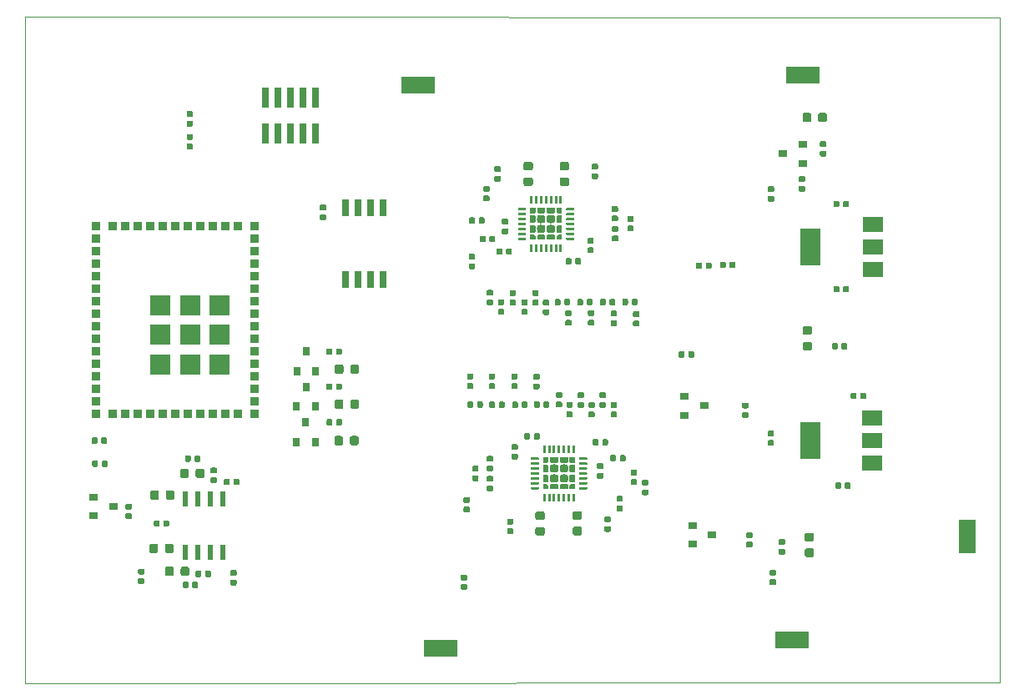
<source format=gbr>
G04 #@! TF.GenerationSoftware,KiCad,Pcbnew,(6.0.0-rc1-dev-1030-g80d50d98b)*
G04 #@! TF.CreationDate,2019-03-21T09:46:57-06:00*
G04 #@! TF.ProjectId,airmed_board_w3.0,6169726D65645F626F6172645F77332E,rev?*
G04 #@! TF.SameCoordinates,Original*
G04 #@! TF.FileFunction,Paste,Top*
G04 #@! TF.FilePolarity,Positive*
%FSLAX46Y46*%
G04 Gerber Fmt 4.6, Leading zero omitted, Abs format (unit mm)*
G04 Created by KiCad (PCBNEW (6.0.0-rc1-dev-1030-g80d50d98b)) date Thursday, March 21, 2019 at 09:46:57 AM*
%MOMM*%
%LPD*%
G01*
G04 APERTURE LIST*
%ADD10C,0.050000*%
%ADD11C,0.020000*%
%ADD12C,0.590000*%
%ADD13R,2.000000X1.500000*%
%ADD14R,2.000000X3.800000*%
%ADD15R,3.400000X1.800000*%
%ADD16R,0.600000X1.550000*%
%ADD17C,0.875000*%
%ADD18C,0.250000*%
%ADD19C,0.436690*%
%ADD20C,0.458956*%
%ADD21C,0.806226*%
%ADD22R,0.900000X0.800000*%
%ADD23R,0.800000X0.900000*%
%ADD24R,0.750000X2.100000*%
%ADD25R,0.650000X1.700000*%
%ADD26R,1.800000X3.400000*%
%ADD27R,2.100000X2.100000*%
%ADD28R,0.900000X0.900000*%
G04 APERTURE END LIST*
D10*
X145542000Y-146344640D02*
X46598840Y-146410680D01*
X145542000Y-78851760D02*
X145542000Y-146344640D01*
X46664880Y-78765400D02*
X145542000Y-78851760D01*
X46598840Y-146410680D02*
X46664880Y-78765400D01*
D11*
G04 #@! TO.C,R47*
G36*
X95121998Y-108440430D02*
X95136316Y-108442554D01*
X95150357Y-108446071D01*
X95163986Y-108450948D01*
X95177071Y-108457137D01*
X95189487Y-108464578D01*
X95201113Y-108473201D01*
X95211838Y-108482922D01*
X95221559Y-108493647D01*
X95230182Y-108505273D01*
X95237623Y-108517689D01*
X95243812Y-108530774D01*
X95248689Y-108544403D01*
X95252206Y-108558444D01*
X95254330Y-108572762D01*
X95255040Y-108587220D01*
X95255040Y-108882220D01*
X95254330Y-108896678D01*
X95252206Y-108910996D01*
X95248689Y-108925037D01*
X95243812Y-108938666D01*
X95237623Y-108951751D01*
X95230182Y-108964167D01*
X95221559Y-108975793D01*
X95211838Y-108986518D01*
X95201113Y-108996239D01*
X95189487Y-109004862D01*
X95177071Y-109012303D01*
X95163986Y-109018492D01*
X95150357Y-109023369D01*
X95136316Y-109026886D01*
X95121998Y-109029010D01*
X95107540Y-109029720D01*
X94762540Y-109029720D01*
X94748082Y-109029010D01*
X94733764Y-109026886D01*
X94719723Y-109023369D01*
X94706094Y-109018492D01*
X94693009Y-109012303D01*
X94680593Y-109004862D01*
X94668967Y-108996239D01*
X94658242Y-108986518D01*
X94648521Y-108975793D01*
X94639898Y-108964167D01*
X94632457Y-108951751D01*
X94626268Y-108938666D01*
X94621391Y-108925037D01*
X94617874Y-108910996D01*
X94615750Y-108896678D01*
X94615040Y-108882220D01*
X94615040Y-108587220D01*
X94615750Y-108572762D01*
X94617874Y-108558444D01*
X94621391Y-108544403D01*
X94626268Y-108530774D01*
X94632457Y-108517689D01*
X94639898Y-108505273D01*
X94648521Y-108493647D01*
X94658242Y-108482922D01*
X94668967Y-108473201D01*
X94680593Y-108464578D01*
X94693009Y-108457137D01*
X94706094Y-108450948D01*
X94719723Y-108446071D01*
X94733764Y-108442554D01*
X94748082Y-108440430D01*
X94762540Y-108439720D01*
X95107540Y-108439720D01*
X95121998Y-108440430D01*
X95121998Y-108440430D01*
G37*
D12*
X94935040Y-108734720D03*
D11*
G36*
X95121998Y-107470430D02*
X95136316Y-107472554D01*
X95150357Y-107476071D01*
X95163986Y-107480948D01*
X95177071Y-107487137D01*
X95189487Y-107494578D01*
X95201113Y-107503201D01*
X95211838Y-107512922D01*
X95221559Y-107523647D01*
X95230182Y-107535273D01*
X95237623Y-107547689D01*
X95243812Y-107560774D01*
X95248689Y-107574403D01*
X95252206Y-107588444D01*
X95254330Y-107602762D01*
X95255040Y-107617220D01*
X95255040Y-107912220D01*
X95254330Y-107926678D01*
X95252206Y-107940996D01*
X95248689Y-107955037D01*
X95243812Y-107968666D01*
X95237623Y-107981751D01*
X95230182Y-107994167D01*
X95221559Y-108005793D01*
X95211838Y-108016518D01*
X95201113Y-108026239D01*
X95189487Y-108034862D01*
X95177071Y-108042303D01*
X95163986Y-108048492D01*
X95150357Y-108053369D01*
X95136316Y-108056886D01*
X95121998Y-108059010D01*
X95107540Y-108059720D01*
X94762540Y-108059720D01*
X94748082Y-108059010D01*
X94733764Y-108056886D01*
X94719723Y-108053369D01*
X94706094Y-108048492D01*
X94693009Y-108042303D01*
X94680593Y-108034862D01*
X94668967Y-108026239D01*
X94658242Y-108016518D01*
X94648521Y-108005793D01*
X94639898Y-107994167D01*
X94632457Y-107981751D01*
X94626268Y-107968666D01*
X94621391Y-107955037D01*
X94617874Y-107940996D01*
X94615750Y-107926678D01*
X94615040Y-107912220D01*
X94615040Y-107617220D01*
X94615750Y-107602762D01*
X94617874Y-107588444D01*
X94621391Y-107574403D01*
X94626268Y-107560774D01*
X94632457Y-107547689D01*
X94639898Y-107535273D01*
X94648521Y-107523647D01*
X94658242Y-107512922D01*
X94668967Y-107503201D01*
X94680593Y-107494578D01*
X94693009Y-107487137D01*
X94706094Y-107480948D01*
X94719723Y-107476071D01*
X94733764Y-107472554D01*
X94748082Y-107470430D01*
X94762540Y-107469720D01*
X95107540Y-107469720D01*
X95121998Y-107470430D01*
X95121998Y-107470430D01*
G37*
D12*
X94935040Y-107764720D03*
G04 #@! TD*
D13*
G04 #@! TO.C,U7*
X132588400Y-124118400D03*
X132588400Y-119518400D03*
X132588400Y-121818400D03*
D14*
X126288400Y-121818400D03*
G04 #@! TD*
D15*
G04 #@! TO.C,TP10*
X88808560Y-142895320D03*
G04 #@! TD*
D11*
G04 #@! TO.C,C33*
G36*
X130862878Y-116957590D02*
X130877196Y-116959714D01*
X130891237Y-116963231D01*
X130904866Y-116968108D01*
X130917951Y-116974297D01*
X130930367Y-116981738D01*
X130941993Y-116990361D01*
X130952718Y-117000082D01*
X130962439Y-117010807D01*
X130971062Y-117022433D01*
X130978503Y-117034849D01*
X130984692Y-117047934D01*
X130989569Y-117061563D01*
X130993086Y-117075604D01*
X130995210Y-117089922D01*
X130995920Y-117104380D01*
X130995920Y-117449380D01*
X130995210Y-117463838D01*
X130993086Y-117478156D01*
X130989569Y-117492197D01*
X130984692Y-117505826D01*
X130978503Y-117518911D01*
X130971062Y-117531327D01*
X130962439Y-117542953D01*
X130952718Y-117553678D01*
X130941993Y-117563399D01*
X130930367Y-117572022D01*
X130917951Y-117579463D01*
X130904866Y-117585652D01*
X130891237Y-117590529D01*
X130877196Y-117594046D01*
X130862878Y-117596170D01*
X130848420Y-117596880D01*
X130553420Y-117596880D01*
X130538962Y-117596170D01*
X130524644Y-117594046D01*
X130510603Y-117590529D01*
X130496974Y-117585652D01*
X130483889Y-117579463D01*
X130471473Y-117572022D01*
X130459847Y-117563399D01*
X130449122Y-117553678D01*
X130439401Y-117542953D01*
X130430778Y-117531327D01*
X130423337Y-117518911D01*
X130417148Y-117505826D01*
X130412271Y-117492197D01*
X130408754Y-117478156D01*
X130406630Y-117463838D01*
X130405920Y-117449380D01*
X130405920Y-117104380D01*
X130406630Y-117089922D01*
X130408754Y-117075604D01*
X130412271Y-117061563D01*
X130417148Y-117047934D01*
X130423337Y-117034849D01*
X130430778Y-117022433D01*
X130439401Y-117010807D01*
X130449122Y-117000082D01*
X130459847Y-116990361D01*
X130471473Y-116981738D01*
X130483889Y-116974297D01*
X130496974Y-116968108D01*
X130510603Y-116963231D01*
X130524644Y-116959714D01*
X130538962Y-116957590D01*
X130553420Y-116956880D01*
X130848420Y-116956880D01*
X130862878Y-116957590D01*
X130862878Y-116957590D01*
G37*
D12*
X130700920Y-117276880D03*
D11*
G36*
X131832878Y-116957590D02*
X131847196Y-116959714D01*
X131861237Y-116963231D01*
X131874866Y-116968108D01*
X131887951Y-116974297D01*
X131900367Y-116981738D01*
X131911993Y-116990361D01*
X131922718Y-117000082D01*
X131932439Y-117010807D01*
X131941062Y-117022433D01*
X131948503Y-117034849D01*
X131954692Y-117047934D01*
X131959569Y-117061563D01*
X131963086Y-117075604D01*
X131965210Y-117089922D01*
X131965920Y-117104380D01*
X131965920Y-117449380D01*
X131965210Y-117463838D01*
X131963086Y-117478156D01*
X131959569Y-117492197D01*
X131954692Y-117505826D01*
X131948503Y-117518911D01*
X131941062Y-117531327D01*
X131932439Y-117542953D01*
X131922718Y-117553678D01*
X131911993Y-117563399D01*
X131900367Y-117572022D01*
X131887951Y-117579463D01*
X131874866Y-117585652D01*
X131861237Y-117590529D01*
X131847196Y-117594046D01*
X131832878Y-117596170D01*
X131818420Y-117596880D01*
X131523420Y-117596880D01*
X131508962Y-117596170D01*
X131494644Y-117594046D01*
X131480603Y-117590529D01*
X131466974Y-117585652D01*
X131453889Y-117579463D01*
X131441473Y-117572022D01*
X131429847Y-117563399D01*
X131419122Y-117553678D01*
X131409401Y-117542953D01*
X131400778Y-117531327D01*
X131393337Y-117518911D01*
X131387148Y-117505826D01*
X131382271Y-117492197D01*
X131378754Y-117478156D01*
X131376630Y-117463838D01*
X131375920Y-117449380D01*
X131375920Y-117104380D01*
X131376630Y-117089922D01*
X131378754Y-117075604D01*
X131382271Y-117061563D01*
X131387148Y-117047934D01*
X131393337Y-117034849D01*
X131400778Y-117022433D01*
X131409401Y-117010807D01*
X131419122Y-117000082D01*
X131429847Y-116990361D01*
X131441473Y-116981738D01*
X131453889Y-116974297D01*
X131466974Y-116968108D01*
X131480603Y-116963231D01*
X131494644Y-116959714D01*
X131508962Y-116957590D01*
X131523420Y-116956880D01*
X131818420Y-116956880D01*
X131832878Y-116957590D01*
X131832878Y-116957590D01*
G37*
D12*
X131670920Y-117276880D03*
G04 #@! TD*
D11*
G04 #@! TO.C,C32*
G36*
X129303318Y-126050790D02*
X129317636Y-126052914D01*
X129331677Y-126056431D01*
X129345306Y-126061308D01*
X129358391Y-126067497D01*
X129370807Y-126074938D01*
X129382433Y-126083561D01*
X129393158Y-126093282D01*
X129402879Y-126104007D01*
X129411502Y-126115633D01*
X129418943Y-126128049D01*
X129425132Y-126141134D01*
X129430009Y-126154763D01*
X129433526Y-126168804D01*
X129435650Y-126183122D01*
X129436360Y-126197580D01*
X129436360Y-126542580D01*
X129435650Y-126557038D01*
X129433526Y-126571356D01*
X129430009Y-126585397D01*
X129425132Y-126599026D01*
X129418943Y-126612111D01*
X129411502Y-126624527D01*
X129402879Y-126636153D01*
X129393158Y-126646878D01*
X129382433Y-126656599D01*
X129370807Y-126665222D01*
X129358391Y-126672663D01*
X129345306Y-126678852D01*
X129331677Y-126683729D01*
X129317636Y-126687246D01*
X129303318Y-126689370D01*
X129288860Y-126690080D01*
X128993860Y-126690080D01*
X128979402Y-126689370D01*
X128965084Y-126687246D01*
X128951043Y-126683729D01*
X128937414Y-126678852D01*
X128924329Y-126672663D01*
X128911913Y-126665222D01*
X128900287Y-126656599D01*
X128889562Y-126646878D01*
X128879841Y-126636153D01*
X128871218Y-126624527D01*
X128863777Y-126612111D01*
X128857588Y-126599026D01*
X128852711Y-126585397D01*
X128849194Y-126571356D01*
X128847070Y-126557038D01*
X128846360Y-126542580D01*
X128846360Y-126197580D01*
X128847070Y-126183122D01*
X128849194Y-126168804D01*
X128852711Y-126154763D01*
X128857588Y-126141134D01*
X128863777Y-126128049D01*
X128871218Y-126115633D01*
X128879841Y-126104007D01*
X128889562Y-126093282D01*
X128900287Y-126083561D01*
X128911913Y-126074938D01*
X128924329Y-126067497D01*
X128937414Y-126061308D01*
X128951043Y-126056431D01*
X128965084Y-126052914D01*
X128979402Y-126050790D01*
X128993860Y-126050080D01*
X129288860Y-126050080D01*
X129303318Y-126050790D01*
X129303318Y-126050790D01*
G37*
D12*
X129141360Y-126370080D03*
D11*
G36*
X130273318Y-126050790D02*
X130287636Y-126052914D01*
X130301677Y-126056431D01*
X130315306Y-126061308D01*
X130328391Y-126067497D01*
X130340807Y-126074938D01*
X130352433Y-126083561D01*
X130363158Y-126093282D01*
X130372879Y-126104007D01*
X130381502Y-126115633D01*
X130388943Y-126128049D01*
X130395132Y-126141134D01*
X130400009Y-126154763D01*
X130403526Y-126168804D01*
X130405650Y-126183122D01*
X130406360Y-126197580D01*
X130406360Y-126542580D01*
X130405650Y-126557038D01*
X130403526Y-126571356D01*
X130400009Y-126585397D01*
X130395132Y-126599026D01*
X130388943Y-126612111D01*
X130381502Y-126624527D01*
X130372879Y-126636153D01*
X130363158Y-126646878D01*
X130352433Y-126656599D01*
X130340807Y-126665222D01*
X130328391Y-126672663D01*
X130315306Y-126678852D01*
X130301677Y-126683729D01*
X130287636Y-126687246D01*
X130273318Y-126689370D01*
X130258860Y-126690080D01*
X129963860Y-126690080D01*
X129949402Y-126689370D01*
X129935084Y-126687246D01*
X129921043Y-126683729D01*
X129907414Y-126678852D01*
X129894329Y-126672663D01*
X129881913Y-126665222D01*
X129870287Y-126656599D01*
X129859562Y-126646878D01*
X129849841Y-126636153D01*
X129841218Y-126624527D01*
X129833777Y-126612111D01*
X129827588Y-126599026D01*
X129822711Y-126585397D01*
X129819194Y-126571356D01*
X129817070Y-126557038D01*
X129816360Y-126542580D01*
X129816360Y-126197580D01*
X129817070Y-126183122D01*
X129819194Y-126168804D01*
X129822711Y-126154763D01*
X129827588Y-126141134D01*
X129833777Y-126128049D01*
X129841218Y-126115633D01*
X129849841Y-126104007D01*
X129859562Y-126093282D01*
X129870287Y-126083561D01*
X129881913Y-126074938D01*
X129894329Y-126067497D01*
X129907414Y-126061308D01*
X129921043Y-126056431D01*
X129935084Y-126052914D01*
X129949402Y-126050790D01*
X129963860Y-126050080D01*
X130258860Y-126050080D01*
X130273318Y-126050790D01*
X130273318Y-126050790D01*
G37*
D12*
X130111360Y-126370080D03*
G04 #@! TD*
D11*
G04 #@! TO.C,C31*
G36*
X67974478Y-134943070D02*
X67988796Y-134945194D01*
X68002837Y-134948711D01*
X68016466Y-134953588D01*
X68029551Y-134959777D01*
X68041967Y-134967218D01*
X68053593Y-134975841D01*
X68064318Y-134985562D01*
X68074039Y-134996287D01*
X68082662Y-135007913D01*
X68090103Y-135020329D01*
X68096292Y-135033414D01*
X68101169Y-135047043D01*
X68104686Y-135061084D01*
X68106810Y-135075402D01*
X68107520Y-135089860D01*
X68107520Y-135384860D01*
X68106810Y-135399318D01*
X68104686Y-135413636D01*
X68101169Y-135427677D01*
X68096292Y-135441306D01*
X68090103Y-135454391D01*
X68082662Y-135466807D01*
X68074039Y-135478433D01*
X68064318Y-135489158D01*
X68053593Y-135498879D01*
X68041967Y-135507502D01*
X68029551Y-135514943D01*
X68016466Y-135521132D01*
X68002837Y-135526009D01*
X67988796Y-135529526D01*
X67974478Y-135531650D01*
X67960020Y-135532360D01*
X67615020Y-135532360D01*
X67600562Y-135531650D01*
X67586244Y-135529526D01*
X67572203Y-135526009D01*
X67558574Y-135521132D01*
X67545489Y-135514943D01*
X67533073Y-135507502D01*
X67521447Y-135498879D01*
X67510722Y-135489158D01*
X67501001Y-135478433D01*
X67492378Y-135466807D01*
X67484937Y-135454391D01*
X67478748Y-135441306D01*
X67473871Y-135427677D01*
X67470354Y-135413636D01*
X67468230Y-135399318D01*
X67467520Y-135384860D01*
X67467520Y-135089860D01*
X67468230Y-135075402D01*
X67470354Y-135061084D01*
X67473871Y-135047043D01*
X67478748Y-135033414D01*
X67484937Y-135020329D01*
X67492378Y-135007913D01*
X67501001Y-134996287D01*
X67510722Y-134985562D01*
X67521447Y-134975841D01*
X67533073Y-134967218D01*
X67545489Y-134959777D01*
X67558574Y-134953588D01*
X67572203Y-134948711D01*
X67586244Y-134945194D01*
X67600562Y-134943070D01*
X67615020Y-134942360D01*
X67960020Y-134942360D01*
X67974478Y-134943070D01*
X67974478Y-134943070D01*
G37*
D12*
X67787520Y-135237360D03*
D11*
G36*
X67974478Y-135913070D02*
X67988796Y-135915194D01*
X68002837Y-135918711D01*
X68016466Y-135923588D01*
X68029551Y-135929777D01*
X68041967Y-135937218D01*
X68053593Y-135945841D01*
X68064318Y-135955562D01*
X68074039Y-135966287D01*
X68082662Y-135977913D01*
X68090103Y-135990329D01*
X68096292Y-136003414D01*
X68101169Y-136017043D01*
X68104686Y-136031084D01*
X68106810Y-136045402D01*
X68107520Y-136059860D01*
X68107520Y-136354860D01*
X68106810Y-136369318D01*
X68104686Y-136383636D01*
X68101169Y-136397677D01*
X68096292Y-136411306D01*
X68090103Y-136424391D01*
X68082662Y-136436807D01*
X68074039Y-136448433D01*
X68064318Y-136459158D01*
X68053593Y-136468879D01*
X68041967Y-136477502D01*
X68029551Y-136484943D01*
X68016466Y-136491132D01*
X68002837Y-136496009D01*
X67988796Y-136499526D01*
X67974478Y-136501650D01*
X67960020Y-136502360D01*
X67615020Y-136502360D01*
X67600562Y-136501650D01*
X67586244Y-136499526D01*
X67572203Y-136496009D01*
X67558574Y-136491132D01*
X67545489Y-136484943D01*
X67533073Y-136477502D01*
X67521447Y-136468879D01*
X67510722Y-136459158D01*
X67501001Y-136448433D01*
X67492378Y-136436807D01*
X67484937Y-136424391D01*
X67478748Y-136411306D01*
X67473871Y-136397677D01*
X67470354Y-136383636D01*
X67468230Y-136369318D01*
X67467520Y-136354860D01*
X67467520Y-136059860D01*
X67468230Y-136045402D01*
X67470354Y-136031084D01*
X67473871Y-136017043D01*
X67478748Y-136003414D01*
X67484937Y-135990329D01*
X67492378Y-135977913D01*
X67501001Y-135966287D01*
X67510722Y-135955562D01*
X67521447Y-135945841D01*
X67533073Y-135937218D01*
X67545489Y-135929777D01*
X67558574Y-135923588D01*
X67572203Y-135918711D01*
X67586244Y-135915194D01*
X67600562Y-135913070D01*
X67615020Y-135912360D01*
X67960020Y-135912360D01*
X67974478Y-135913070D01*
X67974478Y-135913070D01*
G37*
D12*
X67787520Y-136207360D03*
G04 #@! TD*
D11*
G04 #@! TO.C,C30*
G36*
X91632038Y-127536430D02*
X91646356Y-127538554D01*
X91660397Y-127542071D01*
X91674026Y-127546948D01*
X91687111Y-127553137D01*
X91699527Y-127560578D01*
X91711153Y-127569201D01*
X91721878Y-127578922D01*
X91731599Y-127589647D01*
X91740222Y-127601273D01*
X91747663Y-127613689D01*
X91753852Y-127626774D01*
X91758729Y-127640403D01*
X91762246Y-127654444D01*
X91764370Y-127668762D01*
X91765080Y-127683220D01*
X91765080Y-127978220D01*
X91764370Y-127992678D01*
X91762246Y-128006996D01*
X91758729Y-128021037D01*
X91753852Y-128034666D01*
X91747663Y-128047751D01*
X91740222Y-128060167D01*
X91731599Y-128071793D01*
X91721878Y-128082518D01*
X91711153Y-128092239D01*
X91699527Y-128100862D01*
X91687111Y-128108303D01*
X91674026Y-128114492D01*
X91660397Y-128119369D01*
X91646356Y-128122886D01*
X91632038Y-128125010D01*
X91617580Y-128125720D01*
X91272580Y-128125720D01*
X91258122Y-128125010D01*
X91243804Y-128122886D01*
X91229763Y-128119369D01*
X91216134Y-128114492D01*
X91203049Y-128108303D01*
X91190633Y-128100862D01*
X91179007Y-128092239D01*
X91168282Y-128082518D01*
X91158561Y-128071793D01*
X91149938Y-128060167D01*
X91142497Y-128047751D01*
X91136308Y-128034666D01*
X91131431Y-128021037D01*
X91127914Y-128006996D01*
X91125790Y-127992678D01*
X91125080Y-127978220D01*
X91125080Y-127683220D01*
X91125790Y-127668762D01*
X91127914Y-127654444D01*
X91131431Y-127640403D01*
X91136308Y-127626774D01*
X91142497Y-127613689D01*
X91149938Y-127601273D01*
X91158561Y-127589647D01*
X91168282Y-127578922D01*
X91179007Y-127569201D01*
X91190633Y-127560578D01*
X91203049Y-127553137D01*
X91216134Y-127546948D01*
X91229763Y-127542071D01*
X91243804Y-127538554D01*
X91258122Y-127536430D01*
X91272580Y-127535720D01*
X91617580Y-127535720D01*
X91632038Y-127536430D01*
X91632038Y-127536430D01*
G37*
D12*
X91445080Y-127830720D03*
D11*
G36*
X91632038Y-128506430D02*
X91646356Y-128508554D01*
X91660397Y-128512071D01*
X91674026Y-128516948D01*
X91687111Y-128523137D01*
X91699527Y-128530578D01*
X91711153Y-128539201D01*
X91721878Y-128548922D01*
X91731599Y-128559647D01*
X91740222Y-128571273D01*
X91747663Y-128583689D01*
X91753852Y-128596774D01*
X91758729Y-128610403D01*
X91762246Y-128624444D01*
X91764370Y-128638762D01*
X91765080Y-128653220D01*
X91765080Y-128948220D01*
X91764370Y-128962678D01*
X91762246Y-128976996D01*
X91758729Y-128991037D01*
X91753852Y-129004666D01*
X91747663Y-129017751D01*
X91740222Y-129030167D01*
X91731599Y-129041793D01*
X91721878Y-129052518D01*
X91711153Y-129062239D01*
X91699527Y-129070862D01*
X91687111Y-129078303D01*
X91674026Y-129084492D01*
X91660397Y-129089369D01*
X91646356Y-129092886D01*
X91632038Y-129095010D01*
X91617580Y-129095720D01*
X91272580Y-129095720D01*
X91258122Y-129095010D01*
X91243804Y-129092886D01*
X91229763Y-129089369D01*
X91216134Y-129084492D01*
X91203049Y-129078303D01*
X91190633Y-129070862D01*
X91179007Y-129062239D01*
X91168282Y-129052518D01*
X91158561Y-129041793D01*
X91149938Y-129030167D01*
X91142497Y-129017751D01*
X91136308Y-129004666D01*
X91131431Y-128991037D01*
X91127914Y-128976996D01*
X91125790Y-128962678D01*
X91125080Y-128948220D01*
X91125080Y-128653220D01*
X91125790Y-128638762D01*
X91127914Y-128624444D01*
X91131431Y-128610403D01*
X91136308Y-128596774D01*
X91142497Y-128583689D01*
X91149938Y-128571273D01*
X91158561Y-128559647D01*
X91168282Y-128548922D01*
X91179007Y-128539201D01*
X91190633Y-128530578D01*
X91203049Y-128523137D01*
X91216134Y-128516948D01*
X91229763Y-128512071D01*
X91243804Y-128508554D01*
X91258122Y-128506430D01*
X91272580Y-128505720D01*
X91617580Y-128505720D01*
X91632038Y-128506430D01*
X91632038Y-128506430D01*
G37*
D12*
X91445080Y-128800720D03*
G04 #@! TD*
D11*
G04 #@! TO.C,C29*
G36*
X67276518Y-125685030D02*
X67290836Y-125687154D01*
X67304877Y-125690671D01*
X67318506Y-125695548D01*
X67331591Y-125701737D01*
X67344007Y-125709178D01*
X67355633Y-125717801D01*
X67366358Y-125727522D01*
X67376079Y-125738247D01*
X67384702Y-125749873D01*
X67392143Y-125762289D01*
X67398332Y-125775374D01*
X67403209Y-125789003D01*
X67406726Y-125803044D01*
X67408850Y-125817362D01*
X67409560Y-125831820D01*
X67409560Y-126176820D01*
X67408850Y-126191278D01*
X67406726Y-126205596D01*
X67403209Y-126219637D01*
X67398332Y-126233266D01*
X67392143Y-126246351D01*
X67384702Y-126258767D01*
X67376079Y-126270393D01*
X67366358Y-126281118D01*
X67355633Y-126290839D01*
X67344007Y-126299462D01*
X67331591Y-126306903D01*
X67318506Y-126313092D01*
X67304877Y-126317969D01*
X67290836Y-126321486D01*
X67276518Y-126323610D01*
X67262060Y-126324320D01*
X66967060Y-126324320D01*
X66952602Y-126323610D01*
X66938284Y-126321486D01*
X66924243Y-126317969D01*
X66910614Y-126313092D01*
X66897529Y-126306903D01*
X66885113Y-126299462D01*
X66873487Y-126290839D01*
X66862762Y-126281118D01*
X66853041Y-126270393D01*
X66844418Y-126258767D01*
X66836977Y-126246351D01*
X66830788Y-126233266D01*
X66825911Y-126219637D01*
X66822394Y-126205596D01*
X66820270Y-126191278D01*
X66819560Y-126176820D01*
X66819560Y-125831820D01*
X66820270Y-125817362D01*
X66822394Y-125803044D01*
X66825911Y-125789003D01*
X66830788Y-125775374D01*
X66836977Y-125762289D01*
X66844418Y-125749873D01*
X66853041Y-125738247D01*
X66862762Y-125727522D01*
X66873487Y-125717801D01*
X66885113Y-125709178D01*
X66897529Y-125701737D01*
X66910614Y-125695548D01*
X66924243Y-125690671D01*
X66938284Y-125687154D01*
X66952602Y-125685030D01*
X66967060Y-125684320D01*
X67262060Y-125684320D01*
X67276518Y-125685030D01*
X67276518Y-125685030D01*
G37*
D12*
X67114560Y-126004320D03*
D11*
G36*
X68246518Y-125685030D02*
X68260836Y-125687154D01*
X68274877Y-125690671D01*
X68288506Y-125695548D01*
X68301591Y-125701737D01*
X68314007Y-125709178D01*
X68325633Y-125717801D01*
X68336358Y-125727522D01*
X68346079Y-125738247D01*
X68354702Y-125749873D01*
X68362143Y-125762289D01*
X68368332Y-125775374D01*
X68373209Y-125789003D01*
X68376726Y-125803044D01*
X68378850Y-125817362D01*
X68379560Y-125831820D01*
X68379560Y-126176820D01*
X68378850Y-126191278D01*
X68376726Y-126205596D01*
X68373209Y-126219637D01*
X68368332Y-126233266D01*
X68362143Y-126246351D01*
X68354702Y-126258767D01*
X68346079Y-126270393D01*
X68336358Y-126281118D01*
X68325633Y-126290839D01*
X68314007Y-126299462D01*
X68301591Y-126306903D01*
X68288506Y-126313092D01*
X68274877Y-126317969D01*
X68260836Y-126321486D01*
X68246518Y-126323610D01*
X68232060Y-126324320D01*
X67937060Y-126324320D01*
X67922602Y-126323610D01*
X67908284Y-126321486D01*
X67894243Y-126317969D01*
X67880614Y-126313092D01*
X67867529Y-126306903D01*
X67855113Y-126299462D01*
X67843487Y-126290839D01*
X67832762Y-126281118D01*
X67823041Y-126270393D01*
X67814418Y-126258767D01*
X67806977Y-126246351D01*
X67800788Y-126233266D01*
X67795911Y-126219637D01*
X67792394Y-126205596D01*
X67790270Y-126191278D01*
X67789560Y-126176820D01*
X67789560Y-125831820D01*
X67790270Y-125817362D01*
X67792394Y-125803044D01*
X67795911Y-125789003D01*
X67800788Y-125775374D01*
X67806977Y-125762289D01*
X67814418Y-125749873D01*
X67823041Y-125738247D01*
X67832762Y-125727522D01*
X67843487Y-125717801D01*
X67855113Y-125709178D01*
X67867529Y-125701737D01*
X67880614Y-125695548D01*
X67894243Y-125690671D01*
X67908284Y-125687154D01*
X67922602Y-125685030D01*
X67937060Y-125684320D01*
X68232060Y-125684320D01*
X68246518Y-125685030D01*
X68246518Y-125685030D01*
G37*
D12*
X68084560Y-126004320D03*
G04 #@! TD*
D11*
G04 #@! TO.C,C28*
G36*
X91357718Y-136370270D02*
X91372036Y-136372394D01*
X91386077Y-136375911D01*
X91399706Y-136380788D01*
X91412791Y-136386977D01*
X91425207Y-136394418D01*
X91436833Y-136403041D01*
X91447558Y-136412762D01*
X91457279Y-136423487D01*
X91465902Y-136435113D01*
X91473343Y-136447529D01*
X91479532Y-136460614D01*
X91484409Y-136474243D01*
X91487926Y-136488284D01*
X91490050Y-136502602D01*
X91490760Y-136517060D01*
X91490760Y-136812060D01*
X91490050Y-136826518D01*
X91487926Y-136840836D01*
X91484409Y-136854877D01*
X91479532Y-136868506D01*
X91473343Y-136881591D01*
X91465902Y-136894007D01*
X91457279Y-136905633D01*
X91447558Y-136916358D01*
X91436833Y-136926079D01*
X91425207Y-136934702D01*
X91412791Y-136942143D01*
X91399706Y-136948332D01*
X91386077Y-136953209D01*
X91372036Y-136956726D01*
X91357718Y-136958850D01*
X91343260Y-136959560D01*
X90998260Y-136959560D01*
X90983802Y-136958850D01*
X90969484Y-136956726D01*
X90955443Y-136953209D01*
X90941814Y-136948332D01*
X90928729Y-136942143D01*
X90916313Y-136934702D01*
X90904687Y-136926079D01*
X90893962Y-136916358D01*
X90884241Y-136905633D01*
X90875618Y-136894007D01*
X90868177Y-136881591D01*
X90861988Y-136868506D01*
X90857111Y-136854877D01*
X90853594Y-136840836D01*
X90851470Y-136826518D01*
X90850760Y-136812060D01*
X90850760Y-136517060D01*
X90851470Y-136502602D01*
X90853594Y-136488284D01*
X90857111Y-136474243D01*
X90861988Y-136460614D01*
X90868177Y-136447529D01*
X90875618Y-136435113D01*
X90884241Y-136423487D01*
X90893962Y-136412762D01*
X90904687Y-136403041D01*
X90916313Y-136394418D01*
X90928729Y-136386977D01*
X90941814Y-136380788D01*
X90955443Y-136375911D01*
X90969484Y-136372394D01*
X90983802Y-136370270D01*
X90998260Y-136369560D01*
X91343260Y-136369560D01*
X91357718Y-136370270D01*
X91357718Y-136370270D01*
G37*
D12*
X91170760Y-136664560D03*
D11*
G36*
X91357718Y-135400270D02*
X91372036Y-135402394D01*
X91386077Y-135405911D01*
X91399706Y-135410788D01*
X91412791Y-135416977D01*
X91425207Y-135424418D01*
X91436833Y-135433041D01*
X91447558Y-135442762D01*
X91457279Y-135453487D01*
X91465902Y-135465113D01*
X91473343Y-135477529D01*
X91479532Y-135490614D01*
X91484409Y-135504243D01*
X91487926Y-135518284D01*
X91490050Y-135532602D01*
X91490760Y-135547060D01*
X91490760Y-135842060D01*
X91490050Y-135856518D01*
X91487926Y-135870836D01*
X91484409Y-135884877D01*
X91479532Y-135898506D01*
X91473343Y-135911591D01*
X91465902Y-135924007D01*
X91457279Y-135935633D01*
X91447558Y-135946358D01*
X91436833Y-135956079D01*
X91425207Y-135964702D01*
X91412791Y-135972143D01*
X91399706Y-135978332D01*
X91386077Y-135983209D01*
X91372036Y-135986726D01*
X91357718Y-135988850D01*
X91343260Y-135989560D01*
X90998260Y-135989560D01*
X90983802Y-135988850D01*
X90969484Y-135986726D01*
X90955443Y-135983209D01*
X90941814Y-135978332D01*
X90928729Y-135972143D01*
X90916313Y-135964702D01*
X90904687Y-135956079D01*
X90893962Y-135946358D01*
X90884241Y-135935633D01*
X90875618Y-135924007D01*
X90868177Y-135911591D01*
X90861988Y-135898506D01*
X90857111Y-135884877D01*
X90853594Y-135870836D01*
X90851470Y-135856518D01*
X90850760Y-135842060D01*
X90850760Y-135547060D01*
X90851470Y-135532602D01*
X90853594Y-135518284D01*
X90857111Y-135504243D01*
X90861988Y-135490614D01*
X90868177Y-135477529D01*
X90875618Y-135465113D01*
X90884241Y-135453487D01*
X90893962Y-135442762D01*
X90904687Y-135433041D01*
X90916313Y-135424418D01*
X90928729Y-135416977D01*
X90941814Y-135410788D01*
X90955443Y-135405911D01*
X90969484Y-135402394D01*
X90983802Y-135400270D01*
X90998260Y-135399560D01*
X91343260Y-135399560D01*
X91357718Y-135400270D01*
X91357718Y-135400270D01*
G37*
D12*
X91170760Y-135694560D03*
G04 #@! TD*
D11*
G04 #@! TO.C,C27*
G36*
X58612038Y-135770830D02*
X58626356Y-135772954D01*
X58640397Y-135776471D01*
X58654026Y-135781348D01*
X58667111Y-135787537D01*
X58679527Y-135794978D01*
X58691153Y-135803601D01*
X58701878Y-135813322D01*
X58711599Y-135824047D01*
X58720222Y-135835673D01*
X58727663Y-135848089D01*
X58733852Y-135861174D01*
X58738729Y-135874803D01*
X58742246Y-135888844D01*
X58744370Y-135903162D01*
X58745080Y-135917620D01*
X58745080Y-136212620D01*
X58744370Y-136227078D01*
X58742246Y-136241396D01*
X58738729Y-136255437D01*
X58733852Y-136269066D01*
X58727663Y-136282151D01*
X58720222Y-136294567D01*
X58711599Y-136306193D01*
X58701878Y-136316918D01*
X58691153Y-136326639D01*
X58679527Y-136335262D01*
X58667111Y-136342703D01*
X58654026Y-136348892D01*
X58640397Y-136353769D01*
X58626356Y-136357286D01*
X58612038Y-136359410D01*
X58597580Y-136360120D01*
X58252580Y-136360120D01*
X58238122Y-136359410D01*
X58223804Y-136357286D01*
X58209763Y-136353769D01*
X58196134Y-136348892D01*
X58183049Y-136342703D01*
X58170633Y-136335262D01*
X58159007Y-136326639D01*
X58148282Y-136316918D01*
X58138561Y-136306193D01*
X58129938Y-136294567D01*
X58122497Y-136282151D01*
X58116308Y-136269066D01*
X58111431Y-136255437D01*
X58107914Y-136241396D01*
X58105790Y-136227078D01*
X58105080Y-136212620D01*
X58105080Y-135917620D01*
X58105790Y-135903162D01*
X58107914Y-135888844D01*
X58111431Y-135874803D01*
X58116308Y-135861174D01*
X58122497Y-135848089D01*
X58129938Y-135835673D01*
X58138561Y-135824047D01*
X58148282Y-135813322D01*
X58159007Y-135803601D01*
X58170633Y-135794978D01*
X58183049Y-135787537D01*
X58196134Y-135781348D01*
X58209763Y-135776471D01*
X58223804Y-135772954D01*
X58238122Y-135770830D01*
X58252580Y-135770120D01*
X58597580Y-135770120D01*
X58612038Y-135770830D01*
X58612038Y-135770830D01*
G37*
D12*
X58425080Y-136065120D03*
D11*
G36*
X58612038Y-134800830D02*
X58626356Y-134802954D01*
X58640397Y-134806471D01*
X58654026Y-134811348D01*
X58667111Y-134817537D01*
X58679527Y-134824978D01*
X58691153Y-134833601D01*
X58701878Y-134843322D01*
X58711599Y-134854047D01*
X58720222Y-134865673D01*
X58727663Y-134878089D01*
X58733852Y-134891174D01*
X58738729Y-134904803D01*
X58742246Y-134918844D01*
X58744370Y-134933162D01*
X58745080Y-134947620D01*
X58745080Y-135242620D01*
X58744370Y-135257078D01*
X58742246Y-135271396D01*
X58738729Y-135285437D01*
X58733852Y-135299066D01*
X58727663Y-135312151D01*
X58720222Y-135324567D01*
X58711599Y-135336193D01*
X58701878Y-135346918D01*
X58691153Y-135356639D01*
X58679527Y-135365262D01*
X58667111Y-135372703D01*
X58654026Y-135378892D01*
X58640397Y-135383769D01*
X58626356Y-135387286D01*
X58612038Y-135389410D01*
X58597580Y-135390120D01*
X58252580Y-135390120D01*
X58238122Y-135389410D01*
X58223804Y-135387286D01*
X58209763Y-135383769D01*
X58196134Y-135378892D01*
X58183049Y-135372703D01*
X58170633Y-135365262D01*
X58159007Y-135356639D01*
X58148282Y-135346918D01*
X58138561Y-135336193D01*
X58129938Y-135324567D01*
X58122497Y-135312151D01*
X58116308Y-135299066D01*
X58111431Y-135285437D01*
X58107914Y-135271396D01*
X58105790Y-135257078D01*
X58105080Y-135242620D01*
X58105080Y-134947620D01*
X58105790Y-134933162D01*
X58107914Y-134918844D01*
X58111431Y-134904803D01*
X58116308Y-134891174D01*
X58122497Y-134878089D01*
X58129938Y-134865673D01*
X58138561Y-134854047D01*
X58148282Y-134843322D01*
X58159007Y-134833601D01*
X58170633Y-134824978D01*
X58183049Y-134817537D01*
X58196134Y-134811348D01*
X58209763Y-134806471D01*
X58223804Y-134802954D01*
X58238122Y-134800830D01*
X58252580Y-134800120D01*
X58597580Y-134800120D01*
X58612038Y-134800830D01*
X58612038Y-134800830D01*
G37*
D12*
X58425080Y-135095120D03*
G04 #@! TD*
D11*
G04 #@! TO.C,C26*
G36*
X122503198Y-96974870D02*
X122517516Y-96976994D01*
X122531557Y-96980511D01*
X122545186Y-96985388D01*
X122558271Y-96991577D01*
X122570687Y-96999018D01*
X122582313Y-97007641D01*
X122593038Y-97017362D01*
X122602759Y-97028087D01*
X122611382Y-97039713D01*
X122618823Y-97052129D01*
X122625012Y-97065214D01*
X122629889Y-97078843D01*
X122633406Y-97092884D01*
X122635530Y-97107202D01*
X122636240Y-97121660D01*
X122636240Y-97416660D01*
X122635530Y-97431118D01*
X122633406Y-97445436D01*
X122629889Y-97459477D01*
X122625012Y-97473106D01*
X122618823Y-97486191D01*
X122611382Y-97498607D01*
X122602759Y-97510233D01*
X122593038Y-97520958D01*
X122582313Y-97530679D01*
X122570687Y-97539302D01*
X122558271Y-97546743D01*
X122545186Y-97552932D01*
X122531557Y-97557809D01*
X122517516Y-97561326D01*
X122503198Y-97563450D01*
X122488740Y-97564160D01*
X122143740Y-97564160D01*
X122129282Y-97563450D01*
X122114964Y-97561326D01*
X122100923Y-97557809D01*
X122087294Y-97552932D01*
X122074209Y-97546743D01*
X122061793Y-97539302D01*
X122050167Y-97530679D01*
X122039442Y-97520958D01*
X122029721Y-97510233D01*
X122021098Y-97498607D01*
X122013657Y-97486191D01*
X122007468Y-97473106D01*
X122002591Y-97459477D01*
X121999074Y-97445436D01*
X121996950Y-97431118D01*
X121996240Y-97416660D01*
X121996240Y-97121660D01*
X121996950Y-97107202D01*
X121999074Y-97092884D01*
X122002591Y-97078843D01*
X122007468Y-97065214D01*
X122013657Y-97052129D01*
X122021098Y-97039713D01*
X122029721Y-97028087D01*
X122039442Y-97017362D01*
X122050167Y-97007641D01*
X122061793Y-96999018D01*
X122074209Y-96991577D01*
X122087294Y-96985388D01*
X122100923Y-96980511D01*
X122114964Y-96976994D01*
X122129282Y-96974870D01*
X122143740Y-96974160D01*
X122488740Y-96974160D01*
X122503198Y-96974870D01*
X122503198Y-96974870D01*
G37*
D12*
X122316240Y-97269160D03*
D11*
G36*
X122503198Y-96004870D02*
X122517516Y-96006994D01*
X122531557Y-96010511D01*
X122545186Y-96015388D01*
X122558271Y-96021577D01*
X122570687Y-96029018D01*
X122582313Y-96037641D01*
X122593038Y-96047362D01*
X122602759Y-96058087D01*
X122611382Y-96069713D01*
X122618823Y-96082129D01*
X122625012Y-96095214D01*
X122629889Y-96108843D01*
X122633406Y-96122884D01*
X122635530Y-96137202D01*
X122636240Y-96151660D01*
X122636240Y-96446660D01*
X122635530Y-96461118D01*
X122633406Y-96475436D01*
X122629889Y-96489477D01*
X122625012Y-96503106D01*
X122618823Y-96516191D01*
X122611382Y-96528607D01*
X122602759Y-96540233D01*
X122593038Y-96550958D01*
X122582313Y-96560679D01*
X122570687Y-96569302D01*
X122558271Y-96576743D01*
X122545186Y-96582932D01*
X122531557Y-96587809D01*
X122517516Y-96591326D01*
X122503198Y-96593450D01*
X122488740Y-96594160D01*
X122143740Y-96594160D01*
X122129282Y-96593450D01*
X122114964Y-96591326D01*
X122100923Y-96587809D01*
X122087294Y-96582932D01*
X122074209Y-96576743D01*
X122061793Y-96569302D01*
X122050167Y-96560679D01*
X122039442Y-96550958D01*
X122029721Y-96540233D01*
X122021098Y-96528607D01*
X122013657Y-96516191D01*
X122007468Y-96503106D01*
X122002591Y-96489477D01*
X121999074Y-96475436D01*
X121996950Y-96461118D01*
X121996240Y-96446660D01*
X121996240Y-96151660D01*
X121996950Y-96137202D01*
X121999074Y-96122884D01*
X122002591Y-96108843D01*
X122007468Y-96095214D01*
X122013657Y-96082129D01*
X122021098Y-96069713D01*
X122029721Y-96058087D01*
X122039442Y-96047362D01*
X122050167Y-96037641D01*
X122061793Y-96029018D01*
X122074209Y-96021577D01*
X122087294Y-96015388D01*
X122100923Y-96010511D01*
X122114964Y-96006994D01*
X122129282Y-96004870D01*
X122143740Y-96004160D01*
X122488740Y-96004160D01*
X122503198Y-96004870D01*
X122503198Y-96004870D01*
G37*
D12*
X122316240Y-96299160D03*
G04 #@! TD*
D11*
G04 #@! TO.C,C25*
G36*
X117588838Y-103653070D02*
X117603156Y-103655194D01*
X117617197Y-103658711D01*
X117630826Y-103663588D01*
X117643911Y-103669777D01*
X117656327Y-103677218D01*
X117667953Y-103685841D01*
X117678678Y-103695562D01*
X117688399Y-103706287D01*
X117697022Y-103717913D01*
X117704463Y-103730329D01*
X117710652Y-103743414D01*
X117715529Y-103757043D01*
X117719046Y-103771084D01*
X117721170Y-103785402D01*
X117721880Y-103799860D01*
X117721880Y-104144860D01*
X117721170Y-104159318D01*
X117719046Y-104173636D01*
X117715529Y-104187677D01*
X117710652Y-104201306D01*
X117704463Y-104214391D01*
X117697022Y-104226807D01*
X117688399Y-104238433D01*
X117678678Y-104249158D01*
X117667953Y-104258879D01*
X117656327Y-104267502D01*
X117643911Y-104274943D01*
X117630826Y-104281132D01*
X117617197Y-104286009D01*
X117603156Y-104289526D01*
X117588838Y-104291650D01*
X117574380Y-104292360D01*
X117279380Y-104292360D01*
X117264922Y-104291650D01*
X117250604Y-104289526D01*
X117236563Y-104286009D01*
X117222934Y-104281132D01*
X117209849Y-104274943D01*
X117197433Y-104267502D01*
X117185807Y-104258879D01*
X117175082Y-104249158D01*
X117165361Y-104238433D01*
X117156738Y-104226807D01*
X117149297Y-104214391D01*
X117143108Y-104201306D01*
X117138231Y-104187677D01*
X117134714Y-104173636D01*
X117132590Y-104159318D01*
X117131880Y-104144860D01*
X117131880Y-103799860D01*
X117132590Y-103785402D01*
X117134714Y-103771084D01*
X117138231Y-103757043D01*
X117143108Y-103743414D01*
X117149297Y-103730329D01*
X117156738Y-103717913D01*
X117165361Y-103706287D01*
X117175082Y-103695562D01*
X117185807Y-103685841D01*
X117197433Y-103677218D01*
X117209849Y-103669777D01*
X117222934Y-103663588D01*
X117236563Y-103658711D01*
X117250604Y-103655194D01*
X117264922Y-103653070D01*
X117279380Y-103652360D01*
X117574380Y-103652360D01*
X117588838Y-103653070D01*
X117588838Y-103653070D01*
G37*
D12*
X117426880Y-103972360D03*
D11*
G36*
X118558838Y-103653070D02*
X118573156Y-103655194D01*
X118587197Y-103658711D01*
X118600826Y-103663588D01*
X118613911Y-103669777D01*
X118626327Y-103677218D01*
X118637953Y-103685841D01*
X118648678Y-103695562D01*
X118658399Y-103706287D01*
X118667022Y-103717913D01*
X118674463Y-103730329D01*
X118680652Y-103743414D01*
X118685529Y-103757043D01*
X118689046Y-103771084D01*
X118691170Y-103785402D01*
X118691880Y-103799860D01*
X118691880Y-104144860D01*
X118691170Y-104159318D01*
X118689046Y-104173636D01*
X118685529Y-104187677D01*
X118680652Y-104201306D01*
X118674463Y-104214391D01*
X118667022Y-104226807D01*
X118658399Y-104238433D01*
X118648678Y-104249158D01*
X118637953Y-104258879D01*
X118626327Y-104267502D01*
X118613911Y-104274943D01*
X118600826Y-104281132D01*
X118587197Y-104286009D01*
X118573156Y-104289526D01*
X118558838Y-104291650D01*
X118544380Y-104292360D01*
X118249380Y-104292360D01*
X118234922Y-104291650D01*
X118220604Y-104289526D01*
X118206563Y-104286009D01*
X118192934Y-104281132D01*
X118179849Y-104274943D01*
X118167433Y-104267502D01*
X118155807Y-104258879D01*
X118145082Y-104249158D01*
X118135361Y-104238433D01*
X118126738Y-104226807D01*
X118119297Y-104214391D01*
X118113108Y-104201306D01*
X118108231Y-104187677D01*
X118104714Y-104173636D01*
X118102590Y-104159318D01*
X118101880Y-104144860D01*
X118101880Y-103799860D01*
X118102590Y-103785402D01*
X118104714Y-103771084D01*
X118108231Y-103757043D01*
X118113108Y-103743414D01*
X118119297Y-103730329D01*
X118126738Y-103717913D01*
X118135361Y-103706287D01*
X118145082Y-103695562D01*
X118155807Y-103685841D01*
X118167433Y-103677218D01*
X118179849Y-103669777D01*
X118192934Y-103663588D01*
X118206563Y-103658711D01*
X118220604Y-103655194D01*
X118234922Y-103653070D01*
X118249380Y-103652360D01*
X118544380Y-103652360D01*
X118558838Y-103653070D01*
X118558838Y-103653070D01*
G37*
D12*
X118396880Y-103972360D03*
G04 #@! TD*
D11*
G04 #@! TO.C,C24*
G36*
X122487958Y-121755110D02*
X122502276Y-121757234D01*
X122516317Y-121760751D01*
X122529946Y-121765628D01*
X122543031Y-121771817D01*
X122555447Y-121779258D01*
X122567073Y-121787881D01*
X122577798Y-121797602D01*
X122587519Y-121808327D01*
X122596142Y-121819953D01*
X122603583Y-121832369D01*
X122609772Y-121845454D01*
X122614649Y-121859083D01*
X122618166Y-121873124D01*
X122620290Y-121887442D01*
X122621000Y-121901900D01*
X122621000Y-122196900D01*
X122620290Y-122211358D01*
X122618166Y-122225676D01*
X122614649Y-122239717D01*
X122609772Y-122253346D01*
X122603583Y-122266431D01*
X122596142Y-122278847D01*
X122587519Y-122290473D01*
X122577798Y-122301198D01*
X122567073Y-122310919D01*
X122555447Y-122319542D01*
X122543031Y-122326983D01*
X122529946Y-122333172D01*
X122516317Y-122338049D01*
X122502276Y-122341566D01*
X122487958Y-122343690D01*
X122473500Y-122344400D01*
X122128500Y-122344400D01*
X122114042Y-122343690D01*
X122099724Y-122341566D01*
X122085683Y-122338049D01*
X122072054Y-122333172D01*
X122058969Y-122326983D01*
X122046553Y-122319542D01*
X122034927Y-122310919D01*
X122024202Y-122301198D01*
X122014481Y-122290473D01*
X122005858Y-122278847D01*
X121998417Y-122266431D01*
X121992228Y-122253346D01*
X121987351Y-122239717D01*
X121983834Y-122225676D01*
X121981710Y-122211358D01*
X121981000Y-122196900D01*
X121981000Y-121901900D01*
X121981710Y-121887442D01*
X121983834Y-121873124D01*
X121987351Y-121859083D01*
X121992228Y-121845454D01*
X121998417Y-121832369D01*
X122005858Y-121819953D01*
X122014481Y-121808327D01*
X122024202Y-121797602D01*
X122034927Y-121787881D01*
X122046553Y-121779258D01*
X122058969Y-121771817D01*
X122072054Y-121765628D01*
X122085683Y-121760751D01*
X122099724Y-121757234D01*
X122114042Y-121755110D01*
X122128500Y-121754400D01*
X122473500Y-121754400D01*
X122487958Y-121755110D01*
X122487958Y-121755110D01*
G37*
D12*
X122301000Y-122049400D03*
D11*
G36*
X122487958Y-120785110D02*
X122502276Y-120787234D01*
X122516317Y-120790751D01*
X122529946Y-120795628D01*
X122543031Y-120801817D01*
X122555447Y-120809258D01*
X122567073Y-120817881D01*
X122577798Y-120827602D01*
X122587519Y-120838327D01*
X122596142Y-120849953D01*
X122603583Y-120862369D01*
X122609772Y-120875454D01*
X122614649Y-120889083D01*
X122618166Y-120903124D01*
X122620290Y-120917442D01*
X122621000Y-120931900D01*
X122621000Y-121226900D01*
X122620290Y-121241358D01*
X122618166Y-121255676D01*
X122614649Y-121269717D01*
X122609772Y-121283346D01*
X122603583Y-121296431D01*
X122596142Y-121308847D01*
X122587519Y-121320473D01*
X122577798Y-121331198D01*
X122567073Y-121340919D01*
X122555447Y-121349542D01*
X122543031Y-121356983D01*
X122529946Y-121363172D01*
X122516317Y-121368049D01*
X122502276Y-121371566D01*
X122487958Y-121373690D01*
X122473500Y-121374400D01*
X122128500Y-121374400D01*
X122114042Y-121373690D01*
X122099724Y-121371566D01*
X122085683Y-121368049D01*
X122072054Y-121363172D01*
X122058969Y-121356983D01*
X122046553Y-121349542D01*
X122034927Y-121340919D01*
X122024202Y-121331198D01*
X122014481Y-121320473D01*
X122005858Y-121308847D01*
X121998417Y-121296431D01*
X121992228Y-121283346D01*
X121987351Y-121269717D01*
X121983834Y-121255676D01*
X121981710Y-121241358D01*
X121981000Y-121226900D01*
X121981000Y-120931900D01*
X121981710Y-120917442D01*
X121983834Y-120903124D01*
X121987351Y-120889083D01*
X121992228Y-120875454D01*
X121998417Y-120862369D01*
X122005858Y-120849953D01*
X122014481Y-120838327D01*
X122024202Y-120827602D01*
X122034927Y-120817881D01*
X122046553Y-120809258D01*
X122058969Y-120801817D01*
X122072054Y-120795628D01*
X122085683Y-120790751D01*
X122099724Y-120787234D01*
X122114042Y-120785110D01*
X122128500Y-120784400D01*
X122473500Y-120784400D01*
X122487958Y-120785110D01*
X122487958Y-120785110D01*
G37*
D12*
X122301000Y-121079400D03*
G04 #@! TD*
D11*
G04 #@! TO.C,C23*
G36*
X122680998Y-135882590D02*
X122695316Y-135884714D01*
X122709357Y-135888231D01*
X122722986Y-135893108D01*
X122736071Y-135899297D01*
X122748487Y-135906738D01*
X122760113Y-135915361D01*
X122770838Y-135925082D01*
X122780559Y-135935807D01*
X122789182Y-135947433D01*
X122796623Y-135959849D01*
X122802812Y-135972934D01*
X122807689Y-135986563D01*
X122811206Y-136000604D01*
X122813330Y-136014922D01*
X122814040Y-136029380D01*
X122814040Y-136324380D01*
X122813330Y-136338838D01*
X122811206Y-136353156D01*
X122807689Y-136367197D01*
X122802812Y-136380826D01*
X122796623Y-136393911D01*
X122789182Y-136406327D01*
X122780559Y-136417953D01*
X122770838Y-136428678D01*
X122760113Y-136438399D01*
X122748487Y-136447022D01*
X122736071Y-136454463D01*
X122722986Y-136460652D01*
X122709357Y-136465529D01*
X122695316Y-136469046D01*
X122680998Y-136471170D01*
X122666540Y-136471880D01*
X122321540Y-136471880D01*
X122307082Y-136471170D01*
X122292764Y-136469046D01*
X122278723Y-136465529D01*
X122265094Y-136460652D01*
X122252009Y-136454463D01*
X122239593Y-136447022D01*
X122227967Y-136438399D01*
X122217242Y-136428678D01*
X122207521Y-136417953D01*
X122198898Y-136406327D01*
X122191457Y-136393911D01*
X122185268Y-136380826D01*
X122180391Y-136367197D01*
X122176874Y-136353156D01*
X122174750Y-136338838D01*
X122174040Y-136324380D01*
X122174040Y-136029380D01*
X122174750Y-136014922D01*
X122176874Y-136000604D01*
X122180391Y-135986563D01*
X122185268Y-135972934D01*
X122191457Y-135959849D01*
X122198898Y-135947433D01*
X122207521Y-135935807D01*
X122217242Y-135925082D01*
X122227967Y-135915361D01*
X122239593Y-135906738D01*
X122252009Y-135899297D01*
X122265094Y-135893108D01*
X122278723Y-135888231D01*
X122292764Y-135884714D01*
X122307082Y-135882590D01*
X122321540Y-135881880D01*
X122666540Y-135881880D01*
X122680998Y-135882590D01*
X122680998Y-135882590D01*
G37*
D12*
X122494040Y-136176880D03*
D11*
G36*
X122680998Y-134912590D02*
X122695316Y-134914714D01*
X122709357Y-134918231D01*
X122722986Y-134923108D01*
X122736071Y-134929297D01*
X122748487Y-134936738D01*
X122760113Y-134945361D01*
X122770838Y-134955082D01*
X122780559Y-134965807D01*
X122789182Y-134977433D01*
X122796623Y-134989849D01*
X122802812Y-135002934D01*
X122807689Y-135016563D01*
X122811206Y-135030604D01*
X122813330Y-135044922D01*
X122814040Y-135059380D01*
X122814040Y-135354380D01*
X122813330Y-135368838D01*
X122811206Y-135383156D01*
X122807689Y-135397197D01*
X122802812Y-135410826D01*
X122796623Y-135423911D01*
X122789182Y-135436327D01*
X122780559Y-135447953D01*
X122770838Y-135458678D01*
X122760113Y-135468399D01*
X122748487Y-135477022D01*
X122736071Y-135484463D01*
X122722986Y-135490652D01*
X122709357Y-135495529D01*
X122695316Y-135499046D01*
X122680998Y-135501170D01*
X122666540Y-135501880D01*
X122321540Y-135501880D01*
X122307082Y-135501170D01*
X122292764Y-135499046D01*
X122278723Y-135495529D01*
X122265094Y-135490652D01*
X122252009Y-135484463D01*
X122239593Y-135477022D01*
X122227967Y-135468399D01*
X122217242Y-135458678D01*
X122207521Y-135447953D01*
X122198898Y-135436327D01*
X122191457Y-135423911D01*
X122185268Y-135410826D01*
X122180391Y-135397197D01*
X122176874Y-135383156D01*
X122174750Y-135368838D01*
X122174040Y-135354380D01*
X122174040Y-135059380D01*
X122174750Y-135044922D01*
X122176874Y-135030604D01*
X122180391Y-135016563D01*
X122185268Y-135002934D01*
X122191457Y-134989849D01*
X122198898Y-134977433D01*
X122207521Y-134965807D01*
X122217242Y-134955082D01*
X122227967Y-134945361D01*
X122239593Y-134936738D01*
X122252009Y-134929297D01*
X122265094Y-134923108D01*
X122278723Y-134918231D01*
X122292764Y-134914714D01*
X122307082Y-134912590D01*
X122321540Y-134911880D01*
X122666540Y-134911880D01*
X122680998Y-134912590D01*
X122680998Y-134912590D01*
G37*
D12*
X122494040Y-135206880D03*
G04 #@! TD*
D11*
G04 #@! TO.C,C7*
G36*
X60154358Y-129893810D02*
X60168676Y-129895934D01*
X60182717Y-129899451D01*
X60196346Y-129904328D01*
X60209431Y-129910517D01*
X60221847Y-129917958D01*
X60233473Y-129926581D01*
X60244198Y-129936302D01*
X60253919Y-129947027D01*
X60262542Y-129958653D01*
X60269983Y-129971069D01*
X60276172Y-129984154D01*
X60281049Y-129997783D01*
X60284566Y-130011824D01*
X60286690Y-130026142D01*
X60287400Y-130040600D01*
X60287400Y-130385600D01*
X60286690Y-130400058D01*
X60284566Y-130414376D01*
X60281049Y-130428417D01*
X60276172Y-130442046D01*
X60269983Y-130455131D01*
X60262542Y-130467547D01*
X60253919Y-130479173D01*
X60244198Y-130489898D01*
X60233473Y-130499619D01*
X60221847Y-130508242D01*
X60209431Y-130515683D01*
X60196346Y-130521872D01*
X60182717Y-130526749D01*
X60168676Y-130530266D01*
X60154358Y-130532390D01*
X60139900Y-130533100D01*
X59844900Y-130533100D01*
X59830442Y-130532390D01*
X59816124Y-130530266D01*
X59802083Y-130526749D01*
X59788454Y-130521872D01*
X59775369Y-130515683D01*
X59762953Y-130508242D01*
X59751327Y-130499619D01*
X59740602Y-130489898D01*
X59730881Y-130479173D01*
X59722258Y-130467547D01*
X59714817Y-130455131D01*
X59708628Y-130442046D01*
X59703751Y-130428417D01*
X59700234Y-130414376D01*
X59698110Y-130400058D01*
X59697400Y-130385600D01*
X59697400Y-130040600D01*
X59698110Y-130026142D01*
X59700234Y-130011824D01*
X59703751Y-129997783D01*
X59708628Y-129984154D01*
X59714817Y-129971069D01*
X59722258Y-129958653D01*
X59730881Y-129947027D01*
X59740602Y-129936302D01*
X59751327Y-129926581D01*
X59762953Y-129917958D01*
X59775369Y-129910517D01*
X59788454Y-129904328D01*
X59802083Y-129899451D01*
X59816124Y-129895934D01*
X59830442Y-129893810D01*
X59844900Y-129893100D01*
X60139900Y-129893100D01*
X60154358Y-129893810D01*
X60154358Y-129893810D01*
G37*
D12*
X59992400Y-130213100D03*
D11*
G36*
X61124358Y-129893810D02*
X61138676Y-129895934D01*
X61152717Y-129899451D01*
X61166346Y-129904328D01*
X61179431Y-129910517D01*
X61191847Y-129917958D01*
X61203473Y-129926581D01*
X61214198Y-129936302D01*
X61223919Y-129947027D01*
X61232542Y-129958653D01*
X61239983Y-129971069D01*
X61246172Y-129984154D01*
X61251049Y-129997783D01*
X61254566Y-130011824D01*
X61256690Y-130026142D01*
X61257400Y-130040600D01*
X61257400Y-130385600D01*
X61256690Y-130400058D01*
X61254566Y-130414376D01*
X61251049Y-130428417D01*
X61246172Y-130442046D01*
X61239983Y-130455131D01*
X61232542Y-130467547D01*
X61223919Y-130479173D01*
X61214198Y-130489898D01*
X61203473Y-130499619D01*
X61191847Y-130508242D01*
X61179431Y-130515683D01*
X61166346Y-130521872D01*
X61152717Y-130526749D01*
X61138676Y-130530266D01*
X61124358Y-130532390D01*
X61109900Y-130533100D01*
X60814900Y-130533100D01*
X60800442Y-130532390D01*
X60786124Y-130530266D01*
X60772083Y-130526749D01*
X60758454Y-130521872D01*
X60745369Y-130515683D01*
X60732953Y-130508242D01*
X60721327Y-130499619D01*
X60710602Y-130489898D01*
X60700881Y-130479173D01*
X60692258Y-130467547D01*
X60684817Y-130455131D01*
X60678628Y-130442046D01*
X60673751Y-130428417D01*
X60670234Y-130414376D01*
X60668110Y-130400058D01*
X60667400Y-130385600D01*
X60667400Y-130040600D01*
X60668110Y-130026142D01*
X60670234Y-130011824D01*
X60673751Y-129997783D01*
X60678628Y-129984154D01*
X60684817Y-129971069D01*
X60692258Y-129958653D01*
X60700881Y-129947027D01*
X60710602Y-129936302D01*
X60721327Y-129926581D01*
X60732953Y-129917958D01*
X60745369Y-129910517D01*
X60758454Y-129904328D01*
X60772083Y-129899451D01*
X60786124Y-129895934D01*
X60800442Y-129893810D01*
X60814900Y-129893100D01*
X61109900Y-129893100D01*
X61124358Y-129893810D01*
X61124358Y-129893810D01*
G37*
D12*
X60962400Y-130213100D03*
G04 #@! TD*
D16*
G04 #@! TO.C,U2*
X62915800Y-127741700D03*
X64185800Y-127741700D03*
X65455800Y-127741700D03*
X66725800Y-127741700D03*
X66725800Y-133141700D03*
X65455800Y-133141700D03*
X64185800Y-133141700D03*
X62915800Y-133141700D03*
G04 #@! TD*
D11*
G04 #@! TO.C,R13*
G36*
X65960258Y-124544310D02*
X65974576Y-124546434D01*
X65988617Y-124549951D01*
X66002246Y-124554828D01*
X66015331Y-124561017D01*
X66027747Y-124568458D01*
X66039373Y-124577081D01*
X66050098Y-124586802D01*
X66059819Y-124597527D01*
X66068442Y-124609153D01*
X66075883Y-124621569D01*
X66082072Y-124634654D01*
X66086949Y-124648283D01*
X66090466Y-124662324D01*
X66092590Y-124676642D01*
X66093300Y-124691100D01*
X66093300Y-124986100D01*
X66092590Y-125000558D01*
X66090466Y-125014876D01*
X66086949Y-125028917D01*
X66082072Y-125042546D01*
X66075883Y-125055631D01*
X66068442Y-125068047D01*
X66059819Y-125079673D01*
X66050098Y-125090398D01*
X66039373Y-125100119D01*
X66027747Y-125108742D01*
X66015331Y-125116183D01*
X66002246Y-125122372D01*
X65988617Y-125127249D01*
X65974576Y-125130766D01*
X65960258Y-125132890D01*
X65945800Y-125133600D01*
X65600800Y-125133600D01*
X65586342Y-125132890D01*
X65572024Y-125130766D01*
X65557983Y-125127249D01*
X65544354Y-125122372D01*
X65531269Y-125116183D01*
X65518853Y-125108742D01*
X65507227Y-125100119D01*
X65496502Y-125090398D01*
X65486781Y-125079673D01*
X65478158Y-125068047D01*
X65470717Y-125055631D01*
X65464528Y-125042546D01*
X65459651Y-125028917D01*
X65456134Y-125014876D01*
X65454010Y-125000558D01*
X65453300Y-124986100D01*
X65453300Y-124691100D01*
X65454010Y-124676642D01*
X65456134Y-124662324D01*
X65459651Y-124648283D01*
X65464528Y-124634654D01*
X65470717Y-124621569D01*
X65478158Y-124609153D01*
X65486781Y-124597527D01*
X65496502Y-124586802D01*
X65507227Y-124577081D01*
X65518853Y-124568458D01*
X65531269Y-124561017D01*
X65544354Y-124554828D01*
X65557983Y-124549951D01*
X65572024Y-124546434D01*
X65586342Y-124544310D01*
X65600800Y-124543600D01*
X65945800Y-124543600D01*
X65960258Y-124544310D01*
X65960258Y-124544310D01*
G37*
D12*
X65773300Y-124838600D03*
D11*
G36*
X65960258Y-125514310D02*
X65974576Y-125516434D01*
X65988617Y-125519951D01*
X66002246Y-125524828D01*
X66015331Y-125531017D01*
X66027747Y-125538458D01*
X66039373Y-125547081D01*
X66050098Y-125556802D01*
X66059819Y-125567527D01*
X66068442Y-125579153D01*
X66075883Y-125591569D01*
X66082072Y-125604654D01*
X66086949Y-125618283D01*
X66090466Y-125632324D01*
X66092590Y-125646642D01*
X66093300Y-125661100D01*
X66093300Y-125956100D01*
X66092590Y-125970558D01*
X66090466Y-125984876D01*
X66086949Y-125998917D01*
X66082072Y-126012546D01*
X66075883Y-126025631D01*
X66068442Y-126038047D01*
X66059819Y-126049673D01*
X66050098Y-126060398D01*
X66039373Y-126070119D01*
X66027747Y-126078742D01*
X66015331Y-126086183D01*
X66002246Y-126092372D01*
X65988617Y-126097249D01*
X65974576Y-126100766D01*
X65960258Y-126102890D01*
X65945800Y-126103600D01*
X65600800Y-126103600D01*
X65586342Y-126102890D01*
X65572024Y-126100766D01*
X65557983Y-126097249D01*
X65544354Y-126092372D01*
X65531269Y-126086183D01*
X65518853Y-126078742D01*
X65507227Y-126070119D01*
X65496502Y-126060398D01*
X65486781Y-126049673D01*
X65478158Y-126038047D01*
X65470717Y-126025631D01*
X65464528Y-126012546D01*
X65459651Y-125998917D01*
X65456134Y-125984876D01*
X65454010Y-125970558D01*
X65453300Y-125956100D01*
X65453300Y-125661100D01*
X65454010Y-125646642D01*
X65456134Y-125632324D01*
X65459651Y-125618283D01*
X65464528Y-125604654D01*
X65470717Y-125591569D01*
X65478158Y-125579153D01*
X65486781Y-125567527D01*
X65496502Y-125556802D01*
X65507227Y-125547081D01*
X65518853Y-125538458D01*
X65531269Y-125531017D01*
X65544354Y-125524828D01*
X65557983Y-125519951D01*
X65572024Y-125516434D01*
X65586342Y-125514310D01*
X65600800Y-125513600D01*
X65945800Y-125513600D01*
X65960258Y-125514310D01*
X65960258Y-125514310D01*
G37*
D12*
X65773300Y-125808600D03*
G04 #@! TD*
D11*
G04 #@! TO.C,R14*
G36*
X65366158Y-135011910D02*
X65380476Y-135014034D01*
X65394517Y-135017551D01*
X65408146Y-135022428D01*
X65421231Y-135028617D01*
X65433647Y-135036058D01*
X65445273Y-135044681D01*
X65455998Y-135054402D01*
X65465719Y-135065127D01*
X65474342Y-135076753D01*
X65481783Y-135089169D01*
X65487972Y-135102254D01*
X65492849Y-135115883D01*
X65496366Y-135129924D01*
X65498490Y-135144242D01*
X65499200Y-135158700D01*
X65499200Y-135503700D01*
X65498490Y-135518158D01*
X65496366Y-135532476D01*
X65492849Y-135546517D01*
X65487972Y-135560146D01*
X65481783Y-135573231D01*
X65474342Y-135585647D01*
X65465719Y-135597273D01*
X65455998Y-135607998D01*
X65445273Y-135617719D01*
X65433647Y-135626342D01*
X65421231Y-135633783D01*
X65408146Y-135639972D01*
X65394517Y-135644849D01*
X65380476Y-135648366D01*
X65366158Y-135650490D01*
X65351700Y-135651200D01*
X65056700Y-135651200D01*
X65042242Y-135650490D01*
X65027924Y-135648366D01*
X65013883Y-135644849D01*
X65000254Y-135639972D01*
X64987169Y-135633783D01*
X64974753Y-135626342D01*
X64963127Y-135617719D01*
X64952402Y-135607998D01*
X64942681Y-135597273D01*
X64934058Y-135585647D01*
X64926617Y-135573231D01*
X64920428Y-135560146D01*
X64915551Y-135546517D01*
X64912034Y-135532476D01*
X64909910Y-135518158D01*
X64909200Y-135503700D01*
X64909200Y-135158700D01*
X64909910Y-135144242D01*
X64912034Y-135129924D01*
X64915551Y-135115883D01*
X64920428Y-135102254D01*
X64926617Y-135089169D01*
X64934058Y-135076753D01*
X64942681Y-135065127D01*
X64952402Y-135054402D01*
X64963127Y-135044681D01*
X64974753Y-135036058D01*
X64987169Y-135028617D01*
X65000254Y-135022428D01*
X65013883Y-135017551D01*
X65027924Y-135014034D01*
X65042242Y-135011910D01*
X65056700Y-135011200D01*
X65351700Y-135011200D01*
X65366158Y-135011910D01*
X65366158Y-135011910D01*
G37*
D12*
X65204200Y-135331200D03*
D11*
G36*
X64396158Y-135011910D02*
X64410476Y-135014034D01*
X64424517Y-135017551D01*
X64438146Y-135022428D01*
X64451231Y-135028617D01*
X64463647Y-135036058D01*
X64475273Y-135044681D01*
X64485998Y-135054402D01*
X64495719Y-135065127D01*
X64504342Y-135076753D01*
X64511783Y-135089169D01*
X64517972Y-135102254D01*
X64522849Y-135115883D01*
X64526366Y-135129924D01*
X64528490Y-135144242D01*
X64529200Y-135158700D01*
X64529200Y-135503700D01*
X64528490Y-135518158D01*
X64526366Y-135532476D01*
X64522849Y-135546517D01*
X64517972Y-135560146D01*
X64511783Y-135573231D01*
X64504342Y-135585647D01*
X64495719Y-135597273D01*
X64485998Y-135607998D01*
X64475273Y-135617719D01*
X64463647Y-135626342D01*
X64451231Y-135633783D01*
X64438146Y-135639972D01*
X64424517Y-135644849D01*
X64410476Y-135648366D01*
X64396158Y-135650490D01*
X64381700Y-135651200D01*
X64086700Y-135651200D01*
X64072242Y-135650490D01*
X64057924Y-135648366D01*
X64043883Y-135644849D01*
X64030254Y-135639972D01*
X64017169Y-135633783D01*
X64004753Y-135626342D01*
X63993127Y-135617719D01*
X63982402Y-135607998D01*
X63972681Y-135597273D01*
X63964058Y-135585647D01*
X63956617Y-135573231D01*
X63950428Y-135560146D01*
X63945551Y-135546517D01*
X63942034Y-135532476D01*
X63939910Y-135518158D01*
X63939200Y-135503700D01*
X63939200Y-135158700D01*
X63939910Y-135144242D01*
X63942034Y-135129924D01*
X63945551Y-135115883D01*
X63950428Y-135102254D01*
X63956617Y-135089169D01*
X63964058Y-135076753D01*
X63972681Y-135065127D01*
X63982402Y-135054402D01*
X63993127Y-135044681D01*
X64004753Y-135036058D01*
X64017169Y-135028617D01*
X64030254Y-135022428D01*
X64043883Y-135017551D01*
X64057924Y-135014034D01*
X64072242Y-135011910D01*
X64086700Y-135011200D01*
X64381700Y-135011200D01*
X64396158Y-135011910D01*
X64396158Y-135011910D01*
G37*
D12*
X64234200Y-135331200D03*
G04 #@! TD*
D11*
G04 #@! TO.C,R15*
G36*
X63316658Y-123327910D02*
X63330976Y-123330034D01*
X63345017Y-123333551D01*
X63358646Y-123338428D01*
X63371731Y-123344617D01*
X63384147Y-123352058D01*
X63395773Y-123360681D01*
X63406498Y-123370402D01*
X63416219Y-123381127D01*
X63424842Y-123392753D01*
X63432283Y-123405169D01*
X63438472Y-123418254D01*
X63443349Y-123431883D01*
X63446866Y-123445924D01*
X63448990Y-123460242D01*
X63449700Y-123474700D01*
X63449700Y-123819700D01*
X63448990Y-123834158D01*
X63446866Y-123848476D01*
X63443349Y-123862517D01*
X63438472Y-123876146D01*
X63432283Y-123889231D01*
X63424842Y-123901647D01*
X63416219Y-123913273D01*
X63406498Y-123923998D01*
X63395773Y-123933719D01*
X63384147Y-123942342D01*
X63371731Y-123949783D01*
X63358646Y-123955972D01*
X63345017Y-123960849D01*
X63330976Y-123964366D01*
X63316658Y-123966490D01*
X63302200Y-123967200D01*
X63007200Y-123967200D01*
X62992742Y-123966490D01*
X62978424Y-123964366D01*
X62964383Y-123960849D01*
X62950754Y-123955972D01*
X62937669Y-123949783D01*
X62925253Y-123942342D01*
X62913627Y-123933719D01*
X62902902Y-123923998D01*
X62893181Y-123913273D01*
X62884558Y-123901647D01*
X62877117Y-123889231D01*
X62870928Y-123876146D01*
X62866051Y-123862517D01*
X62862534Y-123848476D01*
X62860410Y-123834158D01*
X62859700Y-123819700D01*
X62859700Y-123474700D01*
X62860410Y-123460242D01*
X62862534Y-123445924D01*
X62866051Y-123431883D01*
X62870928Y-123418254D01*
X62877117Y-123405169D01*
X62884558Y-123392753D01*
X62893181Y-123381127D01*
X62902902Y-123370402D01*
X62913627Y-123360681D01*
X62925253Y-123352058D01*
X62937669Y-123344617D01*
X62950754Y-123338428D01*
X62964383Y-123333551D01*
X62978424Y-123330034D01*
X62992742Y-123327910D01*
X63007200Y-123327200D01*
X63302200Y-123327200D01*
X63316658Y-123327910D01*
X63316658Y-123327910D01*
G37*
D12*
X63154700Y-123647200D03*
D11*
G36*
X64286658Y-123327910D02*
X64300976Y-123330034D01*
X64315017Y-123333551D01*
X64328646Y-123338428D01*
X64341731Y-123344617D01*
X64354147Y-123352058D01*
X64365773Y-123360681D01*
X64376498Y-123370402D01*
X64386219Y-123381127D01*
X64394842Y-123392753D01*
X64402283Y-123405169D01*
X64408472Y-123418254D01*
X64413349Y-123431883D01*
X64416866Y-123445924D01*
X64418990Y-123460242D01*
X64419700Y-123474700D01*
X64419700Y-123819700D01*
X64418990Y-123834158D01*
X64416866Y-123848476D01*
X64413349Y-123862517D01*
X64408472Y-123876146D01*
X64402283Y-123889231D01*
X64394842Y-123901647D01*
X64386219Y-123913273D01*
X64376498Y-123923998D01*
X64365773Y-123933719D01*
X64354147Y-123942342D01*
X64341731Y-123949783D01*
X64328646Y-123955972D01*
X64315017Y-123960849D01*
X64300976Y-123964366D01*
X64286658Y-123966490D01*
X64272200Y-123967200D01*
X63977200Y-123967200D01*
X63962742Y-123966490D01*
X63948424Y-123964366D01*
X63934383Y-123960849D01*
X63920754Y-123955972D01*
X63907669Y-123949783D01*
X63895253Y-123942342D01*
X63883627Y-123933719D01*
X63872902Y-123923998D01*
X63863181Y-123913273D01*
X63854558Y-123901647D01*
X63847117Y-123889231D01*
X63840928Y-123876146D01*
X63836051Y-123862517D01*
X63832534Y-123848476D01*
X63830410Y-123834158D01*
X63829700Y-123819700D01*
X63829700Y-123474700D01*
X63830410Y-123460242D01*
X63832534Y-123445924D01*
X63836051Y-123431883D01*
X63840928Y-123418254D01*
X63847117Y-123405169D01*
X63854558Y-123392753D01*
X63863181Y-123381127D01*
X63872902Y-123370402D01*
X63883627Y-123360681D01*
X63895253Y-123352058D01*
X63907669Y-123344617D01*
X63920754Y-123338428D01*
X63934383Y-123333551D01*
X63948424Y-123330034D01*
X63962742Y-123327910D01*
X63977200Y-123327200D01*
X64272200Y-123327200D01*
X64286658Y-123327910D01*
X64286658Y-123327910D01*
G37*
D12*
X64124700Y-123647200D03*
G04 #@! TD*
D11*
G04 #@! TO.C,R16*
G36*
X63088058Y-136129510D02*
X63102376Y-136131634D01*
X63116417Y-136135151D01*
X63130046Y-136140028D01*
X63143131Y-136146217D01*
X63155547Y-136153658D01*
X63167173Y-136162281D01*
X63177898Y-136172002D01*
X63187619Y-136182727D01*
X63196242Y-136194353D01*
X63203683Y-136206769D01*
X63209872Y-136219854D01*
X63214749Y-136233483D01*
X63218266Y-136247524D01*
X63220390Y-136261842D01*
X63221100Y-136276300D01*
X63221100Y-136621300D01*
X63220390Y-136635758D01*
X63218266Y-136650076D01*
X63214749Y-136664117D01*
X63209872Y-136677746D01*
X63203683Y-136690831D01*
X63196242Y-136703247D01*
X63187619Y-136714873D01*
X63177898Y-136725598D01*
X63167173Y-136735319D01*
X63155547Y-136743942D01*
X63143131Y-136751383D01*
X63130046Y-136757572D01*
X63116417Y-136762449D01*
X63102376Y-136765966D01*
X63088058Y-136768090D01*
X63073600Y-136768800D01*
X62778600Y-136768800D01*
X62764142Y-136768090D01*
X62749824Y-136765966D01*
X62735783Y-136762449D01*
X62722154Y-136757572D01*
X62709069Y-136751383D01*
X62696653Y-136743942D01*
X62685027Y-136735319D01*
X62674302Y-136725598D01*
X62664581Y-136714873D01*
X62655958Y-136703247D01*
X62648517Y-136690831D01*
X62642328Y-136677746D01*
X62637451Y-136664117D01*
X62633934Y-136650076D01*
X62631810Y-136635758D01*
X62631100Y-136621300D01*
X62631100Y-136276300D01*
X62631810Y-136261842D01*
X62633934Y-136247524D01*
X62637451Y-136233483D01*
X62642328Y-136219854D01*
X62648517Y-136206769D01*
X62655958Y-136194353D01*
X62664581Y-136182727D01*
X62674302Y-136172002D01*
X62685027Y-136162281D01*
X62696653Y-136153658D01*
X62709069Y-136146217D01*
X62722154Y-136140028D01*
X62735783Y-136135151D01*
X62749824Y-136131634D01*
X62764142Y-136129510D01*
X62778600Y-136128800D01*
X63073600Y-136128800D01*
X63088058Y-136129510D01*
X63088058Y-136129510D01*
G37*
D12*
X62926100Y-136448800D03*
D11*
G36*
X64058058Y-136129510D02*
X64072376Y-136131634D01*
X64086417Y-136135151D01*
X64100046Y-136140028D01*
X64113131Y-136146217D01*
X64125547Y-136153658D01*
X64137173Y-136162281D01*
X64147898Y-136172002D01*
X64157619Y-136182727D01*
X64166242Y-136194353D01*
X64173683Y-136206769D01*
X64179872Y-136219854D01*
X64184749Y-136233483D01*
X64188266Y-136247524D01*
X64190390Y-136261842D01*
X64191100Y-136276300D01*
X64191100Y-136621300D01*
X64190390Y-136635758D01*
X64188266Y-136650076D01*
X64184749Y-136664117D01*
X64179872Y-136677746D01*
X64173683Y-136690831D01*
X64166242Y-136703247D01*
X64157619Y-136714873D01*
X64147898Y-136725598D01*
X64137173Y-136735319D01*
X64125547Y-136743942D01*
X64113131Y-136751383D01*
X64100046Y-136757572D01*
X64086417Y-136762449D01*
X64072376Y-136765966D01*
X64058058Y-136768090D01*
X64043600Y-136768800D01*
X63748600Y-136768800D01*
X63734142Y-136768090D01*
X63719824Y-136765966D01*
X63705783Y-136762449D01*
X63692154Y-136757572D01*
X63679069Y-136751383D01*
X63666653Y-136743942D01*
X63655027Y-136735319D01*
X63644302Y-136725598D01*
X63634581Y-136714873D01*
X63625958Y-136703247D01*
X63618517Y-136690831D01*
X63612328Y-136677746D01*
X63607451Y-136664117D01*
X63603934Y-136650076D01*
X63601810Y-136635758D01*
X63601100Y-136621300D01*
X63601100Y-136276300D01*
X63601810Y-136261842D01*
X63603934Y-136247524D01*
X63607451Y-136233483D01*
X63612328Y-136219854D01*
X63618517Y-136206769D01*
X63625958Y-136194353D01*
X63634581Y-136182727D01*
X63644302Y-136172002D01*
X63655027Y-136162281D01*
X63666653Y-136153658D01*
X63679069Y-136146217D01*
X63692154Y-136140028D01*
X63705783Y-136135151D01*
X63719824Y-136131634D01*
X63734142Y-136129510D01*
X63748600Y-136128800D01*
X64043600Y-136128800D01*
X64058058Y-136129510D01*
X64058058Y-136129510D01*
G37*
D12*
X63896100Y-136448800D03*
G04 #@! TD*
D11*
G04 #@! TO.C,R17*
G36*
X64629291Y-124646453D02*
X64650526Y-124649603D01*
X64671350Y-124654819D01*
X64691562Y-124662051D01*
X64710968Y-124671230D01*
X64729381Y-124682266D01*
X64746624Y-124695054D01*
X64762530Y-124709470D01*
X64776946Y-124725376D01*
X64789734Y-124742619D01*
X64800770Y-124761032D01*
X64809949Y-124780438D01*
X64817181Y-124800650D01*
X64822397Y-124821474D01*
X64825547Y-124842709D01*
X64826600Y-124864150D01*
X64826600Y-125376650D01*
X64825547Y-125398091D01*
X64822397Y-125419326D01*
X64817181Y-125440150D01*
X64809949Y-125460362D01*
X64800770Y-125479768D01*
X64789734Y-125498181D01*
X64776946Y-125515424D01*
X64762530Y-125531330D01*
X64746624Y-125545746D01*
X64729381Y-125558534D01*
X64710968Y-125569570D01*
X64691562Y-125578749D01*
X64671350Y-125585981D01*
X64650526Y-125591197D01*
X64629291Y-125594347D01*
X64607850Y-125595400D01*
X64170350Y-125595400D01*
X64148909Y-125594347D01*
X64127674Y-125591197D01*
X64106850Y-125585981D01*
X64086638Y-125578749D01*
X64067232Y-125569570D01*
X64048819Y-125558534D01*
X64031576Y-125545746D01*
X64015670Y-125531330D01*
X64001254Y-125515424D01*
X63988466Y-125498181D01*
X63977430Y-125479768D01*
X63968251Y-125460362D01*
X63961019Y-125440150D01*
X63955803Y-125419326D01*
X63952653Y-125398091D01*
X63951600Y-125376650D01*
X63951600Y-124864150D01*
X63952653Y-124842709D01*
X63955803Y-124821474D01*
X63961019Y-124800650D01*
X63968251Y-124780438D01*
X63977430Y-124761032D01*
X63988466Y-124742619D01*
X64001254Y-124725376D01*
X64015670Y-124709470D01*
X64031576Y-124695054D01*
X64048819Y-124682266D01*
X64067232Y-124671230D01*
X64086638Y-124662051D01*
X64106850Y-124654819D01*
X64127674Y-124649603D01*
X64148909Y-124646453D01*
X64170350Y-124645400D01*
X64607850Y-124645400D01*
X64629291Y-124646453D01*
X64629291Y-124646453D01*
G37*
D17*
X64389100Y-125120400D03*
D11*
G36*
X63054291Y-124646453D02*
X63075526Y-124649603D01*
X63096350Y-124654819D01*
X63116562Y-124662051D01*
X63135968Y-124671230D01*
X63154381Y-124682266D01*
X63171624Y-124695054D01*
X63187530Y-124709470D01*
X63201946Y-124725376D01*
X63214734Y-124742619D01*
X63225770Y-124761032D01*
X63234949Y-124780438D01*
X63242181Y-124800650D01*
X63247397Y-124821474D01*
X63250547Y-124842709D01*
X63251600Y-124864150D01*
X63251600Y-125376650D01*
X63250547Y-125398091D01*
X63247397Y-125419326D01*
X63242181Y-125440150D01*
X63234949Y-125460362D01*
X63225770Y-125479768D01*
X63214734Y-125498181D01*
X63201946Y-125515424D01*
X63187530Y-125531330D01*
X63171624Y-125545746D01*
X63154381Y-125558534D01*
X63135968Y-125569570D01*
X63116562Y-125578749D01*
X63096350Y-125585981D01*
X63075526Y-125591197D01*
X63054291Y-125594347D01*
X63032850Y-125595400D01*
X62595350Y-125595400D01*
X62573909Y-125594347D01*
X62552674Y-125591197D01*
X62531850Y-125585981D01*
X62511638Y-125578749D01*
X62492232Y-125569570D01*
X62473819Y-125558534D01*
X62456576Y-125545746D01*
X62440670Y-125531330D01*
X62426254Y-125515424D01*
X62413466Y-125498181D01*
X62402430Y-125479768D01*
X62393251Y-125460362D01*
X62386019Y-125440150D01*
X62380803Y-125419326D01*
X62377653Y-125398091D01*
X62376600Y-125376650D01*
X62376600Y-124864150D01*
X62377653Y-124842709D01*
X62380803Y-124821474D01*
X62386019Y-124800650D01*
X62393251Y-124780438D01*
X62402430Y-124761032D01*
X62413466Y-124742619D01*
X62426254Y-124725376D01*
X62440670Y-124709470D01*
X62456576Y-124695054D01*
X62473819Y-124682266D01*
X62492232Y-124671230D01*
X62511638Y-124662051D01*
X62531850Y-124654819D01*
X62552674Y-124649603D01*
X62573909Y-124646453D01*
X62595350Y-124645400D01*
X63032850Y-124645400D01*
X63054291Y-124646453D01*
X63054291Y-124646453D01*
G37*
D17*
X62814100Y-125120400D03*
G04 #@! TD*
D11*
G04 #@! TO.C,R18*
G36*
X63105291Y-134603253D02*
X63126526Y-134606403D01*
X63147350Y-134611619D01*
X63167562Y-134618851D01*
X63186968Y-134628030D01*
X63205381Y-134639066D01*
X63222624Y-134651854D01*
X63238530Y-134666270D01*
X63252946Y-134682176D01*
X63265734Y-134699419D01*
X63276770Y-134717832D01*
X63285949Y-134737238D01*
X63293181Y-134757450D01*
X63298397Y-134778274D01*
X63301547Y-134799509D01*
X63302600Y-134820950D01*
X63302600Y-135333450D01*
X63301547Y-135354891D01*
X63298397Y-135376126D01*
X63293181Y-135396950D01*
X63285949Y-135417162D01*
X63276770Y-135436568D01*
X63265734Y-135454981D01*
X63252946Y-135472224D01*
X63238530Y-135488130D01*
X63222624Y-135502546D01*
X63205381Y-135515334D01*
X63186968Y-135526370D01*
X63167562Y-135535549D01*
X63147350Y-135542781D01*
X63126526Y-135547997D01*
X63105291Y-135551147D01*
X63083850Y-135552200D01*
X62646350Y-135552200D01*
X62624909Y-135551147D01*
X62603674Y-135547997D01*
X62582850Y-135542781D01*
X62562638Y-135535549D01*
X62543232Y-135526370D01*
X62524819Y-135515334D01*
X62507576Y-135502546D01*
X62491670Y-135488130D01*
X62477254Y-135472224D01*
X62464466Y-135454981D01*
X62453430Y-135436568D01*
X62444251Y-135417162D01*
X62437019Y-135396950D01*
X62431803Y-135376126D01*
X62428653Y-135354891D01*
X62427600Y-135333450D01*
X62427600Y-134820950D01*
X62428653Y-134799509D01*
X62431803Y-134778274D01*
X62437019Y-134757450D01*
X62444251Y-134737238D01*
X62453430Y-134717832D01*
X62464466Y-134699419D01*
X62477254Y-134682176D01*
X62491670Y-134666270D01*
X62507576Y-134651854D01*
X62524819Y-134639066D01*
X62543232Y-134628030D01*
X62562638Y-134618851D01*
X62582850Y-134611619D01*
X62603674Y-134606403D01*
X62624909Y-134603253D01*
X62646350Y-134602200D01*
X63083850Y-134602200D01*
X63105291Y-134603253D01*
X63105291Y-134603253D01*
G37*
D17*
X62865100Y-135077200D03*
D11*
G36*
X61530291Y-134603253D02*
X61551526Y-134606403D01*
X61572350Y-134611619D01*
X61592562Y-134618851D01*
X61611968Y-134628030D01*
X61630381Y-134639066D01*
X61647624Y-134651854D01*
X61663530Y-134666270D01*
X61677946Y-134682176D01*
X61690734Y-134699419D01*
X61701770Y-134717832D01*
X61710949Y-134737238D01*
X61718181Y-134757450D01*
X61723397Y-134778274D01*
X61726547Y-134799509D01*
X61727600Y-134820950D01*
X61727600Y-135333450D01*
X61726547Y-135354891D01*
X61723397Y-135376126D01*
X61718181Y-135396950D01*
X61710949Y-135417162D01*
X61701770Y-135436568D01*
X61690734Y-135454981D01*
X61677946Y-135472224D01*
X61663530Y-135488130D01*
X61647624Y-135502546D01*
X61630381Y-135515334D01*
X61611968Y-135526370D01*
X61592562Y-135535549D01*
X61572350Y-135542781D01*
X61551526Y-135547997D01*
X61530291Y-135551147D01*
X61508850Y-135552200D01*
X61071350Y-135552200D01*
X61049909Y-135551147D01*
X61028674Y-135547997D01*
X61007850Y-135542781D01*
X60987638Y-135535549D01*
X60968232Y-135526370D01*
X60949819Y-135515334D01*
X60932576Y-135502546D01*
X60916670Y-135488130D01*
X60902254Y-135472224D01*
X60889466Y-135454981D01*
X60878430Y-135436568D01*
X60869251Y-135417162D01*
X60862019Y-135396950D01*
X60856803Y-135376126D01*
X60853653Y-135354891D01*
X60852600Y-135333450D01*
X60852600Y-134820950D01*
X60853653Y-134799509D01*
X60856803Y-134778274D01*
X60862019Y-134757450D01*
X60869251Y-134737238D01*
X60878430Y-134717832D01*
X60889466Y-134699419D01*
X60902254Y-134682176D01*
X60916670Y-134666270D01*
X60932576Y-134651854D01*
X60949819Y-134639066D01*
X60968232Y-134628030D01*
X60987638Y-134618851D01*
X61007850Y-134611619D01*
X61028674Y-134606403D01*
X61049909Y-134603253D01*
X61071350Y-134602200D01*
X61508850Y-134602200D01*
X61530291Y-134603253D01*
X61530291Y-134603253D01*
G37*
D17*
X61290100Y-135077200D03*
G04 #@! TD*
D11*
G04 #@! TO.C,R19*
G36*
X61601611Y-126856253D02*
X61622846Y-126859403D01*
X61643670Y-126864619D01*
X61663882Y-126871851D01*
X61683288Y-126881030D01*
X61701701Y-126892066D01*
X61718944Y-126904854D01*
X61734850Y-126919270D01*
X61749266Y-126935176D01*
X61762054Y-126952419D01*
X61773090Y-126970832D01*
X61782269Y-126990238D01*
X61789501Y-127010450D01*
X61794717Y-127031274D01*
X61797867Y-127052509D01*
X61798920Y-127073950D01*
X61798920Y-127586450D01*
X61797867Y-127607891D01*
X61794717Y-127629126D01*
X61789501Y-127649950D01*
X61782269Y-127670162D01*
X61773090Y-127689568D01*
X61762054Y-127707981D01*
X61749266Y-127725224D01*
X61734850Y-127741130D01*
X61718944Y-127755546D01*
X61701701Y-127768334D01*
X61683288Y-127779370D01*
X61663882Y-127788549D01*
X61643670Y-127795781D01*
X61622846Y-127800997D01*
X61601611Y-127804147D01*
X61580170Y-127805200D01*
X61142670Y-127805200D01*
X61121229Y-127804147D01*
X61099994Y-127800997D01*
X61079170Y-127795781D01*
X61058958Y-127788549D01*
X61039552Y-127779370D01*
X61021139Y-127768334D01*
X61003896Y-127755546D01*
X60987990Y-127741130D01*
X60973574Y-127725224D01*
X60960786Y-127707981D01*
X60949750Y-127689568D01*
X60940571Y-127670162D01*
X60933339Y-127649950D01*
X60928123Y-127629126D01*
X60924973Y-127607891D01*
X60923920Y-127586450D01*
X60923920Y-127073950D01*
X60924973Y-127052509D01*
X60928123Y-127031274D01*
X60933339Y-127010450D01*
X60940571Y-126990238D01*
X60949750Y-126970832D01*
X60960786Y-126952419D01*
X60973574Y-126935176D01*
X60987990Y-126919270D01*
X61003896Y-126904854D01*
X61021139Y-126892066D01*
X61039552Y-126881030D01*
X61058958Y-126871851D01*
X61079170Y-126864619D01*
X61099994Y-126859403D01*
X61121229Y-126856253D01*
X61142670Y-126855200D01*
X61580170Y-126855200D01*
X61601611Y-126856253D01*
X61601611Y-126856253D01*
G37*
D17*
X61361420Y-127330200D03*
D11*
G36*
X60026611Y-126856253D02*
X60047846Y-126859403D01*
X60068670Y-126864619D01*
X60088882Y-126871851D01*
X60108288Y-126881030D01*
X60126701Y-126892066D01*
X60143944Y-126904854D01*
X60159850Y-126919270D01*
X60174266Y-126935176D01*
X60187054Y-126952419D01*
X60198090Y-126970832D01*
X60207269Y-126990238D01*
X60214501Y-127010450D01*
X60219717Y-127031274D01*
X60222867Y-127052509D01*
X60223920Y-127073950D01*
X60223920Y-127586450D01*
X60222867Y-127607891D01*
X60219717Y-127629126D01*
X60214501Y-127649950D01*
X60207269Y-127670162D01*
X60198090Y-127689568D01*
X60187054Y-127707981D01*
X60174266Y-127725224D01*
X60159850Y-127741130D01*
X60143944Y-127755546D01*
X60126701Y-127768334D01*
X60108288Y-127779370D01*
X60088882Y-127788549D01*
X60068670Y-127795781D01*
X60047846Y-127800997D01*
X60026611Y-127804147D01*
X60005170Y-127805200D01*
X59567670Y-127805200D01*
X59546229Y-127804147D01*
X59524994Y-127800997D01*
X59504170Y-127795781D01*
X59483958Y-127788549D01*
X59464552Y-127779370D01*
X59446139Y-127768334D01*
X59428896Y-127755546D01*
X59412990Y-127741130D01*
X59398574Y-127725224D01*
X59385786Y-127707981D01*
X59374750Y-127689568D01*
X59365571Y-127670162D01*
X59358339Y-127649950D01*
X59353123Y-127629126D01*
X59349973Y-127607891D01*
X59348920Y-127586450D01*
X59348920Y-127073950D01*
X59349973Y-127052509D01*
X59353123Y-127031274D01*
X59358339Y-127010450D01*
X59365571Y-126990238D01*
X59374750Y-126970832D01*
X59385786Y-126952419D01*
X59398574Y-126935176D01*
X59412990Y-126919270D01*
X59428896Y-126904854D01*
X59446139Y-126892066D01*
X59464552Y-126881030D01*
X59483958Y-126871851D01*
X59504170Y-126864619D01*
X59524994Y-126859403D01*
X59546229Y-126856253D01*
X59567670Y-126855200D01*
X60005170Y-126855200D01*
X60026611Y-126856253D01*
X60026611Y-126856253D01*
G37*
D17*
X59786420Y-127330200D03*
G04 #@! TD*
D11*
G04 #@! TO.C,R20*
G36*
X61517791Y-132266453D02*
X61539026Y-132269603D01*
X61559850Y-132274819D01*
X61580062Y-132282051D01*
X61599468Y-132291230D01*
X61617881Y-132302266D01*
X61635124Y-132315054D01*
X61651030Y-132329470D01*
X61665446Y-132345376D01*
X61678234Y-132362619D01*
X61689270Y-132381032D01*
X61698449Y-132400438D01*
X61705681Y-132420650D01*
X61710897Y-132441474D01*
X61714047Y-132462709D01*
X61715100Y-132484150D01*
X61715100Y-132996650D01*
X61714047Y-133018091D01*
X61710897Y-133039326D01*
X61705681Y-133060150D01*
X61698449Y-133080362D01*
X61689270Y-133099768D01*
X61678234Y-133118181D01*
X61665446Y-133135424D01*
X61651030Y-133151330D01*
X61635124Y-133165746D01*
X61617881Y-133178534D01*
X61599468Y-133189570D01*
X61580062Y-133198749D01*
X61559850Y-133205981D01*
X61539026Y-133211197D01*
X61517791Y-133214347D01*
X61496350Y-133215400D01*
X61058850Y-133215400D01*
X61037409Y-133214347D01*
X61016174Y-133211197D01*
X60995350Y-133205981D01*
X60975138Y-133198749D01*
X60955732Y-133189570D01*
X60937319Y-133178534D01*
X60920076Y-133165746D01*
X60904170Y-133151330D01*
X60889754Y-133135424D01*
X60876966Y-133118181D01*
X60865930Y-133099768D01*
X60856751Y-133080362D01*
X60849519Y-133060150D01*
X60844303Y-133039326D01*
X60841153Y-133018091D01*
X60840100Y-132996650D01*
X60840100Y-132484150D01*
X60841153Y-132462709D01*
X60844303Y-132441474D01*
X60849519Y-132420650D01*
X60856751Y-132400438D01*
X60865930Y-132381032D01*
X60876966Y-132362619D01*
X60889754Y-132345376D01*
X60904170Y-132329470D01*
X60920076Y-132315054D01*
X60937319Y-132302266D01*
X60955732Y-132291230D01*
X60975138Y-132282051D01*
X60995350Y-132274819D01*
X61016174Y-132269603D01*
X61037409Y-132266453D01*
X61058850Y-132265400D01*
X61496350Y-132265400D01*
X61517791Y-132266453D01*
X61517791Y-132266453D01*
G37*
D17*
X61277600Y-132740400D03*
D11*
G36*
X59942791Y-132266453D02*
X59964026Y-132269603D01*
X59984850Y-132274819D01*
X60005062Y-132282051D01*
X60024468Y-132291230D01*
X60042881Y-132302266D01*
X60060124Y-132315054D01*
X60076030Y-132329470D01*
X60090446Y-132345376D01*
X60103234Y-132362619D01*
X60114270Y-132381032D01*
X60123449Y-132400438D01*
X60130681Y-132420650D01*
X60135897Y-132441474D01*
X60139047Y-132462709D01*
X60140100Y-132484150D01*
X60140100Y-132996650D01*
X60139047Y-133018091D01*
X60135897Y-133039326D01*
X60130681Y-133060150D01*
X60123449Y-133080362D01*
X60114270Y-133099768D01*
X60103234Y-133118181D01*
X60090446Y-133135424D01*
X60076030Y-133151330D01*
X60060124Y-133165746D01*
X60042881Y-133178534D01*
X60024468Y-133189570D01*
X60005062Y-133198749D01*
X59984850Y-133205981D01*
X59964026Y-133211197D01*
X59942791Y-133214347D01*
X59921350Y-133215400D01*
X59483850Y-133215400D01*
X59462409Y-133214347D01*
X59441174Y-133211197D01*
X59420350Y-133205981D01*
X59400138Y-133198749D01*
X59380732Y-133189570D01*
X59362319Y-133178534D01*
X59345076Y-133165746D01*
X59329170Y-133151330D01*
X59314754Y-133135424D01*
X59301966Y-133118181D01*
X59290930Y-133099768D01*
X59281751Y-133080362D01*
X59274519Y-133060150D01*
X59269303Y-133039326D01*
X59266153Y-133018091D01*
X59265100Y-132996650D01*
X59265100Y-132484150D01*
X59266153Y-132462709D01*
X59269303Y-132441474D01*
X59274519Y-132420650D01*
X59281751Y-132400438D01*
X59290930Y-132381032D01*
X59301966Y-132362619D01*
X59314754Y-132345376D01*
X59329170Y-132329470D01*
X59345076Y-132315054D01*
X59362319Y-132302266D01*
X59380732Y-132291230D01*
X59400138Y-132282051D01*
X59420350Y-132274819D01*
X59441174Y-132269603D01*
X59462409Y-132266453D01*
X59483850Y-132265400D01*
X59921350Y-132265400D01*
X59942791Y-132266453D01*
X59942791Y-132266453D01*
G37*
D17*
X59702600Y-132740400D03*
G04 #@! TD*
D11*
G04 #@! TO.C,C4*
G36*
X54875958Y-123835910D02*
X54890276Y-123838034D01*
X54904317Y-123841551D01*
X54917946Y-123846428D01*
X54931031Y-123852617D01*
X54943447Y-123860058D01*
X54955073Y-123868681D01*
X54965798Y-123878402D01*
X54975519Y-123889127D01*
X54984142Y-123900753D01*
X54991583Y-123913169D01*
X54997772Y-123926254D01*
X55002649Y-123939883D01*
X55006166Y-123953924D01*
X55008290Y-123968242D01*
X55009000Y-123982700D01*
X55009000Y-124327700D01*
X55008290Y-124342158D01*
X55006166Y-124356476D01*
X55002649Y-124370517D01*
X54997772Y-124384146D01*
X54991583Y-124397231D01*
X54984142Y-124409647D01*
X54975519Y-124421273D01*
X54965798Y-124431998D01*
X54955073Y-124441719D01*
X54943447Y-124450342D01*
X54931031Y-124457783D01*
X54917946Y-124463972D01*
X54904317Y-124468849D01*
X54890276Y-124472366D01*
X54875958Y-124474490D01*
X54861500Y-124475200D01*
X54566500Y-124475200D01*
X54552042Y-124474490D01*
X54537724Y-124472366D01*
X54523683Y-124468849D01*
X54510054Y-124463972D01*
X54496969Y-124457783D01*
X54484553Y-124450342D01*
X54472927Y-124441719D01*
X54462202Y-124431998D01*
X54452481Y-124421273D01*
X54443858Y-124409647D01*
X54436417Y-124397231D01*
X54430228Y-124384146D01*
X54425351Y-124370517D01*
X54421834Y-124356476D01*
X54419710Y-124342158D01*
X54419000Y-124327700D01*
X54419000Y-123982700D01*
X54419710Y-123968242D01*
X54421834Y-123953924D01*
X54425351Y-123939883D01*
X54430228Y-123926254D01*
X54436417Y-123913169D01*
X54443858Y-123900753D01*
X54452481Y-123889127D01*
X54462202Y-123878402D01*
X54472927Y-123868681D01*
X54484553Y-123860058D01*
X54496969Y-123852617D01*
X54510054Y-123846428D01*
X54523683Y-123841551D01*
X54537724Y-123838034D01*
X54552042Y-123835910D01*
X54566500Y-123835200D01*
X54861500Y-123835200D01*
X54875958Y-123835910D01*
X54875958Y-123835910D01*
G37*
D12*
X54714000Y-124155200D03*
D11*
G36*
X53905958Y-123835910D02*
X53920276Y-123838034D01*
X53934317Y-123841551D01*
X53947946Y-123846428D01*
X53961031Y-123852617D01*
X53973447Y-123860058D01*
X53985073Y-123868681D01*
X53995798Y-123878402D01*
X54005519Y-123889127D01*
X54014142Y-123900753D01*
X54021583Y-123913169D01*
X54027772Y-123926254D01*
X54032649Y-123939883D01*
X54036166Y-123953924D01*
X54038290Y-123968242D01*
X54039000Y-123982700D01*
X54039000Y-124327700D01*
X54038290Y-124342158D01*
X54036166Y-124356476D01*
X54032649Y-124370517D01*
X54027772Y-124384146D01*
X54021583Y-124397231D01*
X54014142Y-124409647D01*
X54005519Y-124421273D01*
X53995798Y-124431998D01*
X53985073Y-124441719D01*
X53973447Y-124450342D01*
X53961031Y-124457783D01*
X53947946Y-124463972D01*
X53934317Y-124468849D01*
X53920276Y-124472366D01*
X53905958Y-124474490D01*
X53891500Y-124475200D01*
X53596500Y-124475200D01*
X53582042Y-124474490D01*
X53567724Y-124472366D01*
X53553683Y-124468849D01*
X53540054Y-124463972D01*
X53526969Y-124457783D01*
X53514553Y-124450342D01*
X53502927Y-124441719D01*
X53492202Y-124431998D01*
X53482481Y-124421273D01*
X53473858Y-124409647D01*
X53466417Y-124397231D01*
X53460228Y-124384146D01*
X53455351Y-124370517D01*
X53451834Y-124356476D01*
X53449710Y-124342158D01*
X53449000Y-124327700D01*
X53449000Y-123982700D01*
X53449710Y-123968242D01*
X53451834Y-123953924D01*
X53455351Y-123939883D01*
X53460228Y-123926254D01*
X53466417Y-123913169D01*
X53473858Y-123900753D01*
X53482481Y-123889127D01*
X53492202Y-123878402D01*
X53502927Y-123868681D01*
X53514553Y-123860058D01*
X53526969Y-123852617D01*
X53540054Y-123846428D01*
X53553683Y-123841551D01*
X53567724Y-123838034D01*
X53582042Y-123835910D01*
X53596500Y-123835200D01*
X53891500Y-123835200D01*
X53905958Y-123835910D01*
X53905958Y-123835910D01*
G37*
D12*
X53744000Y-124155200D03*
G04 #@! TD*
D11*
G04 #@! TO.C,C22*
G36*
X126485211Y-132746013D02*
X126506446Y-132749163D01*
X126527270Y-132754379D01*
X126547482Y-132761611D01*
X126566888Y-132770790D01*
X126585301Y-132781826D01*
X126602544Y-132794614D01*
X126618450Y-132809030D01*
X126632866Y-132824936D01*
X126645654Y-132842179D01*
X126656690Y-132860592D01*
X126665869Y-132879998D01*
X126673101Y-132900210D01*
X126678317Y-132921034D01*
X126681467Y-132942269D01*
X126682520Y-132963710D01*
X126682520Y-133401210D01*
X126681467Y-133422651D01*
X126678317Y-133443886D01*
X126673101Y-133464710D01*
X126665869Y-133484922D01*
X126656690Y-133504328D01*
X126645654Y-133522741D01*
X126632866Y-133539984D01*
X126618450Y-133555890D01*
X126602544Y-133570306D01*
X126585301Y-133583094D01*
X126566888Y-133594130D01*
X126547482Y-133603309D01*
X126527270Y-133610541D01*
X126506446Y-133615757D01*
X126485211Y-133618907D01*
X126463770Y-133619960D01*
X125951270Y-133619960D01*
X125929829Y-133618907D01*
X125908594Y-133615757D01*
X125887770Y-133610541D01*
X125867558Y-133603309D01*
X125848152Y-133594130D01*
X125829739Y-133583094D01*
X125812496Y-133570306D01*
X125796590Y-133555890D01*
X125782174Y-133539984D01*
X125769386Y-133522741D01*
X125758350Y-133504328D01*
X125749171Y-133484922D01*
X125741939Y-133464710D01*
X125736723Y-133443886D01*
X125733573Y-133422651D01*
X125732520Y-133401210D01*
X125732520Y-132963710D01*
X125733573Y-132942269D01*
X125736723Y-132921034D01*
X125741939Y-132900210D01*
X125749171Y-132879998D01*
X125758350Y-132860592D01*
X125769386Y-132842179D01*
X125782174Y-132824936D01*
X125796590Y-132809030D01*
X125812496Y-132794614D01*
X125829739Y-132781826D01*
X125848152Y-132770790D01*
X125867558Y-132761611D01*
X125887770Y-132754379D01*
X125908594Y-132749163D01*
X125929829Y-132746013D01*
X125951270Y-132744960D01*
X126463770Y-132744960D01*
X126485211Y-132746013D01*
X126485211Y-132746013D01*
G37*
D17*
X126207520Y-133182460D03*
D11*
G36*
X126485211Y-131171013D02*
X126506446Y-131174163D01*
X126527270Y-131179379D01*
X126547482Y-131186611D01*
X126566888Y-131195790D01*
X126585301Y-131206826D01*
X126602544Y-131219614D01*
X126618450Y-131234030D01*
X126632866Y-131249936D01*
X126645654Y-131267179D01*
X126656690Y-131285592D01*
X126665869Y-131304998D01*
X126673101Y-131325210D01*
X126678317Y-131346034D01*
X126681467Y-131367269D01*
X126682520Y-131388710D01*
X126682520Y-131826210D01*
X126681467Y-131847651D01*
X126678317Y-131868886D01*
X126673101Y-131889710D01*
X126665869Y-131909922D01*
X126656690Y-131929328D01*
X126645654Y-131947741D01*
X126632866Y-131964984D01*
X126618450Y-131980890D01*
X126602544Y-131995306D01*
X126585301Y-132008094D01*
X126566888Y-132019130D01*
X126547482Y-132028309D01*
X126527270Y-132035541D01*
X126506446Y-132040757D01*
X126485211Y-132043907D01*
X126463770Y-132044960D01*
X125951270Y-132044960D01*
X125929829Y-132043907D01*
X125908594Y-132040757D01*
X125887770Y-132035541D01*
X125867558Y-132028309D01*
X125848152Y-132019130D01*
X125829739Y-132008094D01*
X125812496Y-131995306D01*
X125796590Y-131980890D01*
X125782174Y-131964984D01*
X125769386Y-131947741D01*
X125758350Y-131929328D01*
X125749171Y-131909922D01*
X125741939Y-131889710D01*
X125736723Y-131868886D01*
X125733573Y-131847651D01*
X125732520Y-131826210D01*
X125732520Y-131388710D01*
X125733573Y-131367269D01*
X125736723Y-131346034D01*
X125741939Y-131325210D01*
X125749171Y-131304998D01*
X125758350Y-131285592D01*
X125769386Y-131267179D01*
X125782174Y-131249936D01*
X125796590Y-131234030D01*
X125812496Y-131219614D01*
X125829739Y-131206826D01*
X125848152Y-131195790D01*
X125867558Y-131186611D01*
X125887770Y-131179379D01*
X125908594Y-131174163D01*
X125929829Y-131171013D01*
X125951270Y-131169960D01*
X126463770Y-131169960D01*
X126485211Y-131171013D01*
X126485211Y-131171013D01*
G37*
D17*
X126207520Y-131607460D03*
G04 #@! TD*
D11*
G04 #@! TO.C,U4*
G36*
X98060426Y-96972301D02*
X98066493Y-96973201D01*
X98072443Y-96974691D01*
X98078218Y-96976758D01*
X98083762Y-96979380D01*
X98089023Y-96982533D01*
X98093950Y-96986187D01*
X98098494Y-96990306D01*
X98102613Y-96994850D01*
X98106267Y-96999777D01*
X98109420Y-97005038D01*
X98112042Y-97010582D01*
X98114109Y-97016357D01*
X98115599Y-97022307D01*
X98116499Y-97028374D01*
X98116800Y-97034500D01*
X98116800Y-97709500D01*
X98116499Y-97715626D01*
X98115599Y-97721693D01*
X98114109Y-97727643D01*
X98112042Y-97733418D01*
X98109420Y-97738962D01*
X98106267Y-97744223D01*
X98102613Y-97749150D01*
X98098494Y-97753694D01*
X98093950Y-97757813D01*
X98089023Y-97761467D01*
X98083762Y-97764620D01*
X98078218Y-97767242D01*
X98072443Y-97769309D01*
X98066493Y-97770799D01*
X98060426Y-97771699D01*
X98054300Y-97772000D01*
X97929300Y-97772000D01*
X97923174Y-97771699D01*
X97917107Y-97770799D01*
X97911157Y-97769309D01*
X97905382Y-97767242D01*
X97899838Y-97764620D01*
X97894577Y-97761467D01*
X97889650Y-97757813D01*
X97885106Y-97753694D01*
X97880987Y-97749150D01*
X97877333Y-97744223D01*
X97874180Y-97738962D01*
X97871558Y-97733418D01*
X97869491Y-97727643D01*
X97868001Y-97721693D01*
X97867101Y-97715626D01*
X97866800Y-97709500D01*
X97866800Y-97034500D01*
X97867101Y-97028374D01*
X97868001Y-97022307D01*
X97869491Y-97016357D01*
X97871558Y-97010582D01*
X97874180Y-97005038D01*
X97877333Y-96999777D01*
X97880987Y-96994850D01*
X97885106Y-96990306D01*
X97889650Y-96986187D01*
X97894577Y-96982533D01*
X97899838Y-96979380D01*
X97905382Y-96976758D01*
X97911157Y-96974691D01*
X97917107Y-96973201D01*
X97923174Y-96972301D01*
X97929300Y-96972000D01*
X98054300Y-96972000D01*
X98060426Y-96972301D01*
X98060426Y-96972301D01*
G37*
D18*
X97991800Y-97372000D03*
D11*
G36*
X98560426Y-96972301D02*
X98566493Y-96973201D01*
X98572443Y-96974691D01*
X98578218Y-96976758D01*
X98583762Y-96979380D01*
X98589023Y-96982533D01*
X98593950Y-96986187D01*
X98598494Y-96990306D01*
X98602613Y-96994850D01*
X98606267Y-96999777D01*
X98609420Y-97005038D01*
X98612042Y-97010582D01*
X98614109Y-97016357D01*
X98615599Y-97022307D01*
X98616499Y-97028374D01*
X98616800Y-97034500D01*
X98616800Y-97709500D01*
X98616499Y-97715626D01*
X98615599Y-97721693D01*
X98614109Y-97727643D01*
X98612042Y-97733418D01*
X98609420Y-97738962D01*
X98606267Y-97744223D01*
X98602613Y-97749150D01*
X98598494Y-97753694D01*
X98593950Y-97757813D01*
X98589023Y-97761467D01*
X98583762Y-97764620D01*
X98578218Y-97767242D01*
X98572443Y-97769309D01*
X98566493Y-97770799D01*
X98560426Y-97771699D01*
X98554300Y-97772000D01*
X98429300Y-97772000D01*
X98423174Y-97771699D01*
X98417107Y-97770799D01*
X98411157Y-97769309D01*
X98405382Y-97767242D01*
X98399838Y-97764620D01*
X98394577Y-97761467D01*
X98389650Y-97757813D01*
X98385106Y-97753694D01*
X98380987Y-97749150D01*
X98377333Y-97744223D01*
X98374180Y-97738962D01*
X98371558Y-97733418D01*
X98369491Y-97727643D01*
X98368001Y-97721693D01*
X98367101Y-97715626D01*
X98366800Y-97709500D01*
X98366800Y-97034500D01*
X98367101Y-97028374D01*
X98368001Y-97022307D01*
X98369491Y-97016357D01*
X98371558Y-97010582D01*
X98374180Y-97005038D01*
X98377333Y-96999777D01*
X98380987Y-96994850D01*
X98385106Y-96990306D01*
X98389650Y-96986187D01*
X98394577Y-96982533D01*
X98399838Y-96979380D01*
X98405382Y-96976758D01*
X98411157Y-96974691D01*
X98417107Y-96973201D01*
X98423174Y-96972301D01*
X98429300Y-96972000D01*
X98554300Y-96972000D01*
X98560426Y-96972301D01*
X98560426Y-96972301D01*
G37*
D18*
X98491800Y-97372000D03*
D11*
G36*
X99060426Y-96972301D02*
X99066493Y-96973201D01*
X99072443Y-96974691D01*
X99078218Y-96976758D01*
X99083762Y-96979380D01*
X99089023Y-96982533D01*
X99093950Y-96986187D01*
X99098494Y-96990306D01*
X99102613Y-96994850D01*
X99106267Y-96999777D01*
X99109420Y-97005038D01*
X99112042Y-97010582D01*
X99114109Y-97016357D01*
X99115599Y-97022307D01*
X99116499Y-97028374D01*
X99116800Y-97034500D01*
X99116800Y-97709500D01*
X99116499Y-97715626D01*
X99115599Y-97721693D01*
X99114109Y-97727643D01*
X99112042Y-97733418D01*
X99109420Y-97738962D01*
X99106267Y-97744223D01*
X99102613Y-97749150D01*
X99098494Y-97753694D01*
X99093950Y-97757813D01*
X99089023Y-97761467D01*
X99083762Y-97764620D01*
X99078218Y-97767242D01*
X99072443Y-97769309D01*
X99066493Y-97770799D01*
X99060426Y-97771699D01*
X99054300Y-97772000D01*
X98929300Y-97772000D01*
X98923174Y-97771699D01*
X98917107Y-97770799D01*
X98911157Y-97769309D01*
X98905382Y-97767242D01*
X98899838Y-97764620D01*
X98894577Y-97761467D01*
X98889650Y-97757813D01*
X98885106Y-97753694D01*
X98880987Y-97749150D01*
X98877333Y-97744223D01*
X98874180Y-97738962D01*
X98871558Y-97733418D01*
X98869491Y-97727643D01*
X98868001Y-97721693D01*
X98867101Y-97715626D01*
X98866800Y-97709500D01*
X98866800Y-97034500D01*
X98867101Y-97028374D01*
X98868001Y-97022307D01*
X98869491Y-97016357D01*
X98871558Y-97010582D01*
X98874180Y-97005038D01*
X98877333Y-96999777D01*
X98880987Y-96994850D01*
X98885106Y-96990306D01*
X98889650Y-96986187D01*
X98894577Y-96982533D01*
X98899838Y-96979380D01*
X98905382Y-96976758D01*
X98911157Y-96974691D01*
X98917107Y-96973201D01*
X98923174Y-96972301D01*
X98929300Y-96972000D01*
X99054300Y-96972000D01*
X99060426Y-96972301D01*
X99060426Y-96972301D01*
G37*
D18*
X98991800Y-97372000D03*
D11*
G36*
X99560426Y-96972301D02*
X99566493Y-96973201D01*
X99572443Y-96974691D01*
X99578218Y-96976758D01*
X99583762Y-96979380D01*
X99589023Y-96982533D01*
X99593950Y-96986187D01*
X99598494Y-96990306D01*
X99602613Y-96994850D01*
X99606267Y-96999777D01*
X99609420Y-97005038D01*
X99612042Y-97010582D01*
X99614109Y-97016357D01*
X99615599Y-97022307D01*
X99616499Y-97028374D01*
X99616800Y-97034500D01*
X99616800Y-97709500D01*
X99616499Y-97715626D01*
X99615599Y-97721693D01*
X99614109Y-97727643D01*
X99612042Y-97733418D01*
X99609420Y-97738962D01*
X99606267Y-97744223D01*
X99602613Y-97749150D01*
X99598494Y-97753694D01*
X99593950Y-97757813D01*
X99589023Y-97761467D01*
X99583762Y-97764620D01*
X99578218Y-97767242D01*
X99572443Y-97769309D01*
X99566493Y-97770799D01*
X99560426Y-97771699D01*
X99554300Y-97772000D01*
X99429300Y-97772000D01*
X99423174Y-97771699D01*
X99417107Y-97770799D01*
X99411157Y-97769309D01*
X99405382Y-97767242D01*
X99399838Y-97764620D01*
X99394577Y-97761467D01*
X99389650Y-97757813D01*
X99385106Y-97753694D01*
X99380987Y-97749150D01*
X99377333Y-97744223D01*
X99374180Y-97738962D01*
X99371558Y-97733418D01*
X99369491Y-97727643D01*
X99368001Y-97721693D01*
X99367101Y-97715626D01*
X99366800Y-97709500D01*
X99366800Y-97034500D01*
X99367101Y-97028374D01*
X99368001Y-97022307D01*
X99369491Y-97016357D01*
X99371558Y-97010582D01*
X99374180Y-97005038D01*
X99377333Y-96999777D01*
X99380987Y-96994850D01*
X99385106Y-96990306D01*
X99389650Y-96986187D01*
X99394577Y-96982533D01*
X99399838Y-96979380D01*
X99405382Y-96976758D01*
X99411157Y-96974691D01*
X99417107Y-96973201D01*
X99423174Y-96972301D01*
X99429300Y-96972000D01*
X99554300Y-96972000D01*
X99560426Y-96972301D01*
X99560426Y-96972301D01*
G37*
D18*
X99491800Y-97372000D03*
D11*
G36*
X100060426Y-96972301D02*
X100066493Y-96973201D01*
X100072443Y-96974691D01*
X100078218Y-96976758D01*
X100083762Y-96979380D01*
X100089023Y-96982533D01*
X100093950Y-96986187D01*
X100098494Y-96990306D01*
X100102613Y-96994850D01*
X100106267Y-96999777D01*
X100109420Y-97005038D01*
X100112042Y-97010582D01*
X100114109Y-97016357D01*
X100115599Y-97022307D01*
X100116499Y-97028374D01*
X100116800Y-97034500D01*
X100116800Y-97709500D01*
X100116499Y-97715626D01*
X100115599Y-97721693D01*
X100114109Y-97727643D01*
X100112042Y-97733418D01*
X100109420Y-97738962D01*
X100106267Y-97744223D01*
X100102613Y-97749150D01*
X100098494Y-97753694D01*
X100093950Y-97757813D01*
X100089023Y-97761467D01*
X100083762Y-97764620D01*
X100078218Y-97767242D01*
X100072443Y-97769309D01*
X100066493Y-97770799D01*
X100060426Y-97771699D01*
X100054300Y-97772000D01*
X99929300Y-97772000D01*
X99923174Y-97771699D01*
X99917107Y-97770799D01*
X99911157Y-97769309D01*
X99905382Y-97767242D01*
X99899838Y-97764620D01*
X99894577Y-97761467D01*
X99889650Y-97757813D01*
X99885106Y-97753694D01*
X99880987Y-97749150D01*
X99877333Y-97744223D01*
X99874180Y-97738962D01*
X99871558Y-97733418D01*
X99869491Y-97727643D01*
X99868001Y-97721693D01*
X99867101Y-97715626D01*
X99866800Y-97709500D01*
X99866800Y-97034500D01*
X99867101Y-97028374D01*
X99868001Y-97022307D01*
X99869491Y-97016357D01*
X99871558Y-97010582D01*
X99874180Y-97005038D01*
X99877333Y-96999777D01*
X99880987Y-96994850D01*
X99885106Y-96990306D01*
X99889650Y-96986187D01*
X99894577Y-96982533D01*
X99899838Y-96979380D01*
X99905382Y-96976758D01*
X99911157Y-96974691D01*
X99917107Y-96973201D01*
X99923174Y-96972301D01*
X99929300Y-96972000D01*
X100054300Y-96972000D01*
X100060426Y-96972301D01*
X100060426Y-96972301D01*
G37*
D18*
X99991800Y-97372000D03*
D11*
G36*
X100560426Y-96972301D02*
X100566493Y-96973201D01*
X100572443Y-96974691D01*
X100578218Y-96976758D01*
X100583762Y-96979380D01*
X100589023Y-96982533D01*
X100593950Y-96986187D01*
X100598494Y-96990306D01*
X100602613Y-96994850D01*
X100606267Y-96999777D01*
X100609420Y-97005038D01*
X100612042Y-97010582D01*
X100614109Y-97016357D01*
X100615599Y-97022307D01*
X100616499Y-97028374D01*
X100616800Y-97034500D01*
X100616800Y-97709500D01*
X100616499Y-97715626D01*
X100615599Y-97721693D01*
X100614109Y-97727643D01*
X100612042Y-97733418D01*
X100609420Y-97738962D01*
X100606267Y-97744223D01*
X100602613Y-97749150D01*
X100598494Y-97753694D01*
X100593950Y-97757813D01*
X100589023Y-97761467D01*
X100583762Y-97764620D01*
X100578218Y-97767242D01*
X100572443Y-97769309D01*
X100566493Y-97770799D01*
X100560426Y-97771699D01*
X100554300Y-97772000D01*
X100429300Y-97772000D01*
X100423174Y-97771699D01*
X100417107Y-97770799D01*
X100411157Y-97769309D01*
X100405382Y-97767242D01*
X100399838Y-97764620D01*
X100394577Y-97761467D01*
X100389650Y-97757813D01*
X100385106Y-97753694D01*
X100380987Y-97749150D01*
X100377333Y-97744223D01*
X100374180Y-97738962D01*
X100371558Y-97733418D01*
X100369491Y-97727643D01*
X100368001Y-97721693D01*
X100367101Y-97715626D01*
X100366800Y-97709500D01*
X100366800Y-97034500D01*
X100367101Y-97028374D01*
X100368001Y-97022307D01*
X100369491Y-97016357D01*
X100371558Y-97010582D01*
X100374180Y-97005038D01*
X100377333Y-96999777D01*
X100380987Y-96994850D01*
X100385106Y-96990306D01*
X100389650Y-96986187D01*
X100394577Y-96982533D01*
X100399838Y-96979380D01*
X100405382Y-96976758D01*
X100411157Y-96974691D01*
X100417107Y-96973201D01*
X100423174Y-96972301D01*
X100429300Y-96972000D01*
X100554300Y-96972000D01*
X100560426Y-96972301D01*
X100560426Y-96972301D01*
G37*
D18*
X100491800Y-97372000D03*
D11*
G36*
X101060426Y-96972301D02*
X101066493Y-96973201D01*
X101072443Y-96974691D01*
X101078218Y-96976758D01*
X101083762Y-96979380D01*
X101089023Y-96982533D01*
X101093950Y-96986187D01*
X101098494Y-96990306D01*
X101102613Y-96994850D01*
X101106267Y-96999777D01*
X101109420Y-97005038D01*
X101112042Y-97010582D01*
X101114109Y-97016357D01*
X101115599Y-97022307D01*
X101116499Y-97028374D01*
X101116800Y-97034500D01*
X101116800Y-97709500D01*
X101116499Y-97715626D01*
X101115599Y-97721693D01*
X101114109Y-97727643D01*
X101112042Y-97733418D01*
X101109420Y-97738962D01*
X101106267Y-97744223D01*
X101102613Y-97749150D01*
X101098494Y-97753694D01*
X101093950Y-97757813D01*
X101089023Y-97761467D01*
X101083762Y-97764620D01*
X101078218Y-97767242D01*
X101072443Y-97769309D01*
X101066493Y-97770799D01*
X101060426Y-97771699D01*
X101054300Y-97772000D01*
X100929300Y-97772000D01*
X100923174Y-97771699D01*
X100917107Y-97770799D01*
X100911157Y-97769309D01*
X100905382Y-97767242D01*
X100899838Y-97764620D01*
X100894577Y-97761467D01*
X100889650Y-97757813D01*
X100885106Y-97753694D01*
X100880987Y-97749150D01*
X100877333Y-97744223D01*
X100874180Y-97738962D01*
X100871558Y-97733418D01*
X100869491Y-97727643D01*
X100868001Y-97721693D01*
X100867101Y-97715626D01*
X100866800Y-97709500D01*
X100866800Y-97034500D01*
X100867101Y-97028374D01*
X100868001Y-97022307D01*
X100869491Y-97016357D01*
X100871558Y-97010582D01*
X100874180Y-97005038D01*
X100877333Y-96999777D01*
X100880987Y-96994850D01*
X100885106Y-96990306D01*
X100889650Y-96986187D01*
X100894577Y-96982533D01*
X100899838Y-96979380D01*
X100905382Y-96976758D01*
X100911157Y-96974691D01*
X100917107Y-96973201D01*
X100923174Y-96972301D01*
X100929300Y-96972000D01*
X101054300Y-96972000D01*
X101060426Y-96972301D01*
X101060426Y-96972301D01*
G37*
D18*
X100991800Y-97372000D03*
D11*
G36*
X102285426Y-98197301D02*
X102291493Y-98198201D01*
X102297443Y-98199691D01*
X102303218Y-98201758D01*
X102308762Y-98204380D01*
X102314023Y-98207533D01*
X102318950Y-98211187D01*
X102323494Y-98215306D01*
X102327613Y-98219850D01*
X102331267Y-98224777D01*
X102334420Y-98230038D01*
X102337042Y-98235582D01*
X102339109Y-98241357D01*
X102340599Y-98247307D01*
X102341499Y-98253374D01*
X102341800Y-98259500D01*
X102341800Y-98384500D01*
X102341499Y-98390626D01*
X102340599Y-98396693D01*
X102339109Y-98402643D01*
X102337042Y-98408418D01*
X102334420Y-98413962D01*
X102331267Y-98419223D01*
X102327613Y-98424150D01*
X102323494Y-98428694D01*
X102318950Y-98432813D01*
X102314023Y-98436467D01*
X102308762Y-98439620D01*
X102303218Y-98442242D01*
X102297443Y-98444309D01*
X102291493Y-98445799D01*
X102285426Y-98446699D01*
X102279300Y-98447000D01*
X101604300Y-98447000D01*
X101598174Y-98446699D01*
X101592107Y-98445799D01*
X101586157Y-98444309D01*
X101580382Y-98442242D01*
X101574838Y-98439620D01*
X101569577Y-98436467D01*
X101564650Y-98432813D01*
X101560106Y-98428694D01*
X101555987Y-98424150D01*
X101552333Y-98419223D01*
X101549180Y-98413962D01*
X101546558Y-98408418D01*
X101544491Y-98402643D01*
X101543001Y-98396693D01*
X101542101Y-98390626D01*
X101541800Y-98384500D01*
X101541800Y-98259500D01*
X101542101Y-98253374D01*
X101543001Y-98247307D01*
X101544491Y-98241357D01*
X101546558Y-98235582D01*
X101549180Y-98230038D01*
X101552333Y-98224777D01*
X101555987Y-98219850D01*
X101560106Y-98215306D01*
X101564650Y-98211187D01*
X101569577Y-98207533D01*
X101574838Y-98204380D01*
X101580382Y-98201758D01*
X101586157Y-98199691D01*
X101592107Y-98198201D01*
X101598174Y-98197301D01*
X101604300Y-98197000D01*
X102279300Y-98197000D01*
X102285426Y-98197301D01*
X102285426Y-98197301D01*
G37*
D18*
X101941800Y-98322000D03*
D11*
G36*
X102285426Y-98697301D02*
X102291493Y-98698201D01*
X102297443Y-98699691D01*
X102303218Y-98701758D01*
X102308762Y-98704380D01*
X102314023Y-98707533D01*
X102318950Y-98711187D01*
X102323494Y-98715306D01*
X102327613Y-98719850D01*
X102331267Y-98724777D01*
X102334420Y-98730038D01*
X102337042Y-98735582D01*
X102339109Y-98741357D01*
X102340599Y-98747307D01*
X102341499Y-98753374D01*
X102341800Y-98759500D01*
X102341800Y-98884500D01*
X102341499Y-98890626D01*
X102340599Y-98896693D01*
X102339109Y-98902643D01*
X102337042Y-98908418D01*
X102334420Y-98913962D01*
X102331267Y-98919223D01*
X102327613Y-98924150D01*
X102323494Y-98928694D01*
X102318950Y-98932813D01*
X102314023Y-98936467D01*
X102308762Y-98939620D01*
X102303218Y-98942242D01*
X102297443Y-98944309D01*
X102291493Y-98945799D01*
X102285426Y-98946699D01*
X102279300Y-98947000D01*
X101604300Y-98947000D01*
X101598174Y-98946699D01*
X101592107Y-98945799D01*
X101586157Y-98944309D01*
X101580382Y-98942242D01*
X101574838Y-98939620D01*
X101569577Y-98936467D01*
X101564650Y-98932813D01*
X101560106Y-98928694D01*
X101555987Y-98924150D01*
X101552333Y-98919223D01*
X101549180Y-98913962D01*
X101546558Y-98908418D01*
X101544491Y-98902643D01*
X101543001Y-98896693D01*
X101542101Y-98890626D01*
X101541800Y-98884500D01*
X101541800Y-98759500D01*
X101542101Y-98753374D01*
X101543001Y-98747307D01*
X101544491Y-98741357D01*
X101546558Y-98735582D01*
X101549180Y-98730038D01*
X101552333Y-98724777D01*
X101555987Y-98719850D01*
X101560106Y-98715306D01*
X101564650Y-98711187D01*
X101569577Y-98707533D01*
X101574838Y-98704380D01*
X101580382Y-98701758D01*
X101586157Y-98699691D01*
X101592107Y-98698201D01*
X101598174Y-98697301D01*
X101604300Y-98697000D01*
X102279300Y-98697000D01*
X102285426Y-98697301D01*
X102285426Y-98697301D01*
G37*
D18*
X101941800Y-98822000D03*
D11*
G36*
X102285426Y-99197301D02*
X102291493Y-99198201D01*
X102297443Y-99199691D01*
X102303218Y-99201758D01*
X102308762Y-99204380D01*
X102314023Y-99207533D01*
X102318950Y-99211187D01*
X102323494Y-99215306D01*
X102327613Y-99219850D01*
X102331267Y-99224777D01*
X102334420Y-99230038D01*
X102337042Y-99235582D01*
X102339109Y-99241357D01*
X102340599Y-99247307D01*
X102341499Y-99253374D01*
X102341800Y-99259500D01*
X102341800Y-99384500D01*
X102341499Y-99390626D01*
X102340599Y-99396693D01*
X102339109Y-99402643D01*
X102337042Y-99408418D01*
X102334420Y-99413962D01*
X102331267Y-99419223D01*
X102327613Y-99424150D01*
X102323494Y-99428694D01*
X102318950Y-99432813D01*
X102314023Y-99436467D01*
X102308762Y-99439620D01*
X102303218Y-99442242D01*
X102297443Y-99444309D01*
X102291493Y-99445799D01*
X102285426Y-99446699D01*
X102279300Y-99447000D01*
X101604300Y-99447000D01*
X101598174Y-99446699D01*
X101592107Y-99445799D01*
X101586157Y-99444309D01*
X101580382Y-99442242D01*
X101574838Y-99439620D01*
X101569577Y-99436467D01*
X101564650Y-99432813D01*
X101560106Y-99428694D01*
X101555987Y-99424150D01*
X101552333Y-99419223D01*
X101549180Y-99413962D01*
X101546558Y-99408418D01*
X101544491Y-99402643D01*
X101543001Y-99396693D01*
X101542101Y-99390626D01*
X101541800Y-99384500D01*
X101541800Y-99259500D01*
X101542101Y-99253374D01*
X101543001Y-99247307D01*
X101544491Y-99241357D01*
X101546558Y-99235582D01*
X101549180Y-99230038D01*
X101552333Y-99224777D01*
X101555987Y-99219850D01*
X101560106Y-99215306D01*
X101564650Y-99211187D01*
X101569577Y-99207533D01*
X101574838Y-99204380D01*
X101580382Y-99201758D01*
X101586157Y-99199691D01*
X101592107Y-99198201D01*
X101598174Y-99197301D01*
X101604300Y-99197000D01*
X102279300Y-99197000D01*
X102285426Y-99197301D01*
X102285426Y-99197301D01*
G37*
D18*
X101941800Y-99322000D03*
D11*
G36*
X102285426Y-99697301D02*
X102291493Y-99698201D01*
X102297443Y-99699691D01*
X102303218Y-99701758D01*
X102308762Y-99704380D01*
X102314023Y-99707533D01*
X102318950Y-99711187D01*
X102323494Y-99715306D01*
X102327613Y-99719850D01*
X102331267Y-99724777D01*
X102334420Y-99730038D01*
X102337042Y-99735582D01*
X102339109Y-99741357D01*
X102340599Y-99747307D01*
X102341499Y-99753374D01*
X102341800Y-99759500D01*
X102341800Y-99884500D01*
X102341499Y-99890626D01*
X102340599Y-99896693D01*
X102339109Y-99902643D01*
X102337042Y-99908418D01*
X102334420Y-99913962D01*
X102331267Y-99919223D01*
X102327613Y-99924150D01*
X102323494Y-99928694D01*
X102318950Y-99932813D01*
X102314023Y-99936467D01*
X102308762Y-99939620D01*
X102303218Y-99942242D01*
X102297443Y-99944309D01*
X102291493Y-99945799D01*
X102285426Y-99946699D01*
X102279300Y-99947000D01*
X101604300Y-99947000D01*
X101598174Y-99946699D01*
X101592107Y-99945799D01*
X101586157Y-99944309D01*
X101580382Y-99942242D01*
X101574838Y-99939620D01*
X101569577Y-99936467D01*
X101564650Y-99932813D01*
X101560106Y-99928694D01*
X101555987Y-99924150D01*
X101552333Y-99919223D01*
X101549180Y-99913962D01*
X101546558Y-99908418D01*
X101544491Y-99902643D01*
X101543001Y-99896693D01*
X101542101Y-99890626D01*
X101541800Y-99884500D01*
X101541800Y-99759500D01*
X101542101Y-99753374D01*
X101543001Y-99747307D01*
X101544491Y-99741357D01*
X101546558Y-99735582D01*
X101549180Y-99730038D01*
X101552333Y-99724777D01*
X101555987Y-99719850D01*
X101560106Y-99715306D01*
X101564650Y-99711187D01*
X101569577Y-99707533D01*
X101574838Y-99704380D01*
X101580382Y-99701758D01*
X101586157Y-99699691D01*
X101592107Y-99698201D01*
X101598174Y-99697301D01*
X101604300Y-99697000D01*
X102279300Y-99697000D01*
X102285426Y-99697301D01*
X102285426Y-99697301D01*
G37*
D18*
X101941800Y-99822000D03*
D11*
G36*
X102285426Y-100197301D02*
X102291493Y-100198201D01*
X102297443Y-100199691D01*
X102303218Y-100201758D01*
X102308762Y-100204380D01*
X102314023Y-100207533D01*
X102318950Y-100211187D01*
X102323494Y-100215306D01*
X102327613Y-100219850D01*
X102331267Y-100224777D01*
X102334420Y-100230038D01*
X102337042Y-100235582D01*
X102339109Y-100241357D01*
X102340599Y-100247307D01*
X102341499Y-100253374D01*
X102341800Y-100259500D01*
X102341800Y-100384500D01*
X102341499Y-100390626D01*
X102340599Y-100396693D01*
X102339109Y-100402643D01*
X102337042Y-100408418D01*
X102334420Y-100413962D01*
X102331267Y-100419223D01*
X102327613Y-100424150D01*
X102323494Y-100428694D01*
X102318950Y-100432813D01*
X102314023Y-100436467D01*
X102308762Y-100439620D01*
X102303218Y-100442242D01*
X102297443Y-100444309D01*
X102291493Y-100445799D01*
X102285426Y-100446699D01*
X102279300Y-100447000D01*
X101604300Y-100447000D01*
X101598174Y-100446699D01*
X101592107Y-100445799D01*
X101586157Y-100444309D01*
X101580382Y-100442242D01*
X101574838Y-100439620D01*
X101569577Y-100436467D01*
X101564650Y-100432813D01*
X101560106Y-100428694D01*
X101555987Y-100424150D01*
X101552333Y-100419223D01*
X101549180Y-100413962D01*
X101546558Y-100408418D01*
X101544491Y-100402643D01*
X101543001Y-100396693D01*
X101542101Y-100390626D01*
X101541800Y-100384500D01*
X101541800Y-100259500D01*
X101542101Y-100253374D01*
X101543001Y-100247307D01*
X101544491Y-100241357D01*
X101546558Y-100235582D01*
X101549180Y-100230038D01*
X101552333Y-100224777D01*
X101555987Y-100219850D01*
X101560106Y-100215306D01*
X101564650Y-100211187D01*
X101569577Y-100207533D01*
X101574838Y-100204380D01*
X101580382Y-100201758D01*
X101586157Y-100199691D01*
X101592107Y-100198201D01*
X101598174Y-100197301D01*
X101604300Y-100197000D01*
X102279300Y-100197000D01*
X102285426Y-100197301D01*
X102285426Y-100197301D01*
G37*
D18*
X101941800Y-100322000D03*
D11*
G36*
X102285426Y-100697301D02*
X102291493Y-100698201D01*
X102297443Y-100699691D01*
X102303218Y-100701758D01*
X102308762Y-100704380D01*
X102314023Y-100707533D01*
X102318950Y-100711187D01*
X102323494Y-100715306D01*
X102327613Y-100719850D01*
X102331267Y-100724777D01*
X102334420Y-100730038D01*
X102337042Y-100735582D01*
X102339109Y-100741357D01*
X102340599Y-100747307D01*
X102341499Y-100753374D01*
X102341800Y-100759500D01*
X102341800Y-100884500D01*
X102341499Y-100890626D01*
X102340599Y-100896693D01*
X102339109Y-100902643D01*
X102337042Y-100908418D01*
X102334420Y-100913962D01*
X102331267Y-100919223D01*
X102327613Y-100924150D01*
X102323494Y-100928694D01*
X102318950Y-100932813D01*
X102314023Y-100936467D01*
X102308762Y-100939620D01*
X102303218Y-100942242D01*
X102297443Y-100944309D01*
X102291493Y-100945799D01*
X102285426Y-100946699D01*
X102279300Y-100947000D01*
X101604300Y-100947000D01*
X101598174Y-100946699D01*
X101592107Y-100945799D01*
X101586157Y-100944309D01*
X101580382Y-100942242D01*
X101574838Y-100939620D01*
X101569577Y-100936467D01*
X101564650Y-100932813D01*
X101560106Y-100928694D01*
X101555987Y-100924150D01*
X101552333Y-100919223D01*
X101549180Y-100913962D01*
X101546558Y-100908418D01*
X101544491Y-100902643D01*
X101543001Y-100896693D01*
X101542101Y-100890626D01*
X101541800Y-100884500D01*
X101541800Y-100759500D01*
X101542101Y-100753374D01*
X101543001Y-100747307D01*
X101544491Y-100741357D01*
X101546558Y-100735582D01*
X101549180Y-100730038D01*
X101552333Y-100724777D01*
X101555987Y-100719850D01*
X101560106Y-100715306D01*
X101564650Y-100711187D01*
X101569577Y-100707533D01*
X101574838Y-100704380D01*
X101580382Y-100701758D01*
X101586157Y-100699691D01*
X101592107Y-100698201D01*
X101598174Y-100697301D01*
X101604300Y-100697000D01*
X102279300Y-100697000D01*
X102285426Y-100697301D01*
X102285426Y-100697301D01*
G37*
D18*
X101941800Y-100822000D03*
D11*
G36*
X102285426Y-101197301D02*
X102291493Y-101198201D01*
X102297443Y-101199691D01*
X102303218Y-101201758D01*
X102308762Y-101204380D01*
X102314023Y-101207533D01*
X102318950Y-101211187D01*
X102323494Y-101215306D01*
X102327613Y-101219850D01*
X102331267Y-101224777D01*
X102334420Y-101230038D01*
X102337042Y-101235582D01*
X102339109Y-101241357D01*
X102340599Y-101247307D01*
X102341499Y-101253374D01*
X102341800Y-101259500D01*
X102341800Y-101384500D01*
X102341499Y-101390626D01*
X102340599Y-101396693D01*
X102339109Y-101402643D01*
X102337042Y-101408418D01*
X102334420Y-101413962D01*
X102331267Y-101419223D01*
X102327613Y-101424150D01*
X102323494Y-101428694D01*
X102318950Y-101432813D01*
X102314023Y-101436467D01*
X102308762Y-101439620D01*
X102303218Y-101442242D01*
X102297443Y-101444309D01*
X102291493Y-101445799D01*
X102285426Y-101446699D01*
X102279300Y-101447000D01*
X101604300Y-101447000D01*
X101598174Y-101446699D01*
X101592107Y-101445799D01*
X101586157Y-101444309D01*
X101580382Y-101442242D01*
X101574838Y-101439620D01*
X101569577Y-101436467D01*
X101564650Y-101432813D01*
X101560106Y-101428694D01*
X101555987Y-101424150D01*
X101552333Y-101419223D01*
X101549180Y-101413962D01*
X101546558Y-101408418D01*
X101544491Y-101402643D01*
X101543001Y-101396693D01*
X101542101Y-101390626D01*
X101541800Y-101384500D01*
X101541800Y-101259500D01*
X101542101Y-101253374D01*
X101543001Y-101247307D01*
X101544491Y-101241357D01*
X101546558Y-101235582D01*
X101549180Y-101230038D01*
X101552333Y-101224777D01*
X101555987Y-101219850D01*
X101560106Y-101215306D01*
X101564650Y-101211187D01*
X101569577Y-101207533D01*
X101574838Y-101204380D01*
X101580382Y-101201758D01*
X101586157Y-101199691D01*
X101592107Y-101198201D01*
X101598174Y-101197301D01*
X101604300Y-101197000D01*
X102279300Y-101197000D01*
X102285426Y-101197301D01*
X102285426Y-101197301D01*
G37*
D18*
X101941800Y-101322000D03*
D11*
G36*
X101060426Y-101872301D02*
X101066493Y-101873201D01*
X101072443Y-101874691D01*
X101078218Y-101876758D01*
X101083762Y-101879380D01*
X101089023Y-101882533D01*
X101093950Y-101886187D01*
X101098494Y-101890306D01*
X101102613Y-101894850D01*
X101106267Y-101899777D01*
X101109420Y-101905038D01*
X101112042Y-101910582D01*
X101114109Y-101916357D01*
X101115599Y-101922307D01*
X101116499Y-101928374D01*
X101116800Y-101934500D01*
X101116800Y-102609500D01*
X101116499Y-102615626D01*
X101115599Y-102621693D01*
X101114109Y-102627643D01*
X101112042Y-102633418D01*
X101109420Y-102638962D01*
X101106267Y-102644223D01*
X101102613Y-102649150D01*
X101098494Y-102653694D01*
X101093950Y-102657813D01*
X101089023Y-102661467D01*
X101083762Y-102664620D01*
X101078218Y-102667242D01*
X101072443Y-102669309D01*
X101066493Y-102670799D01*
X101060426Y-102671699D01*
X101054300Y-102672000D01*
X100929300Y-102672000D01*
X100923174Y-102671699D01*
X100917107Y-102670799D01*
X100911157Y-102669309D01*
X100905382Y-102667242D01*
X100899838Y-102664620D01*
X100894577Y-102661467D01*
X100889650Y-102657813D01*
X100885106Y-102653694D01*
X100880987Y-102649150D01*
X100877333Y-102644223D01*
X100874180Y-102638962D01*
X100871558Y-102633418D01*
X100869491Y-102627643D01*
X100868001Y-102621693D01*
X100867101Y-102615626D01*
X100866800Y-102609500D01*
X100866800Y-101934500D01*
X100867101Y-101928374D01*
X100868001Y-101922307D01*
X100869491Y-101916357D01*
X100871558Y-101910582D01*
X100874180Y-101905038D01*
X100877333Y-101899777D01*
X100880987Y-101894850D01*
X100885106Y-101890306D01*
X100889650Y-101886187D01*
X100894577Y-101882533D01*
X100899838Y-101879380D01*
X100905382Y-101876758D01*
X100911157Y-101874691D01*
X100917107Y-101873201D01*
X100923174Y-101872301D01*
X100929300Y-101872000D01*
X101054300Y-101872000D01*
X101060426Y-101872301D01*
X101060426Y-101872301D01*
G37*
D18*
X100991800Y-102272000D03*
D11*
G36*
X100560426Y-101872301D02*
X100566493Y-101873201D01*
X100572443Y-101874691D01*
X100578218Y-101876758D01*
X100583762Y-101879380D01*
X100589023Y-101882533D01*
X100593950Y-101886187D01*
X100598494Y-101890306D01*
X100602613Y-101894850D01*
X100606267Y-101899777D01*
X100609420Y-101905038D01*
X100612042Y-101910582D01*
X100614109Y-101916357D01*
X100615599Y-101922307D01*
X100616499Y-101928374D01*
X100616800Y-101934500D01*
X100616800Y-102609500D01*
X100616499Y-102615626D01*
X100615599Y-102621693D01*
X100614109Y-102627643D01*
X100612042Y-102633418D01*
X100609420Y-102638962D01*
X100606267Y-102644223D01*
X100602613Y-102649150D01*
X100598494Y-102653694D01*
X100593950Y-102657813D01*
X100589023Y-102661467D01*
X100583762Y-102664620D01*
X100578218Y-102667242D01*
X100572443Y-102669309D01*
X100566493Y-102670799D01*
X100560426Y-102671699D01*
X100554300Y-102672000D01*
X100429300Y-102672000D01*
X100423174Y-102671699D01*
X100417107Y-102670799D01*
X100411157Y-102669309D01*
X100405382Y-102667242D01*
X100399838Y-102664620D01*
X100394577Y-102661467D01*
X100389650Y-102657813D01*
X100385106Y-102653694D01*
X100380987Y-102649150D01*
X100377333Y-102644223D01*
X100374180Y-102638962D01*
X100371558Y-102633418D01*
X100369491Y-102627643D01*
X100368001Y-102621693D01*
X100367101Y-102615626D01*
X100366800Y-102609500D01*
X100366800Y-101934500D01*
X100367101Y-101928374D01*
X100368001Y-101922307D01*
X100369491Y-101916357D01*
X100371558Y-101910582D01*
X100374180Y-101905038D01*
X100377333Y-101899777D01*
X100380987Y-101894850D01*
X100385106Y-101890306D01*
X100389650Y-101886187D01*
X100394577Y-101882533D01*
X100399838Y-101879380D01*
X100405382Y-101876758D01*
X100411157Y-101874691D01*
X100417107Y-101873201D01*
X100423174Y-101872301D01*
X100429300Y-101872000D01*
X100554300Y-101872000D01*
X100560426Y-101872301D01*
X100560426Y-101872301D01*
G37*
D18*
X100491800Y-102272000D03*
D11*
G36*
X100060426Y-101872301D02*
X100066493Y-101873201D01*
X100072443Y-101874691D01*
X100078218Y-101876758D01*
X100083762Y-101879380D01*
X100089023Y-101882533D01*
X100093950Y-101886187D01*
X100098494Y-101890306D01*
X100102613Y-101894850D01*
X100106267Y-101899777D01*
X100109420Y-101905038D01*
X100112042Y-101910582D01*
X100114109Y-101916357D01*
X100115599Y-101922307D01*
X100116499Y-101928374D01*
X100116800Y-101934500D01*
X100116800Y-102609500D01*
X100116499Y-102615626D01*
X100115599Y-102621693D01*
X100114109Y-102627643D01*
X100112042Y-102633418D01*
X100109420Y-102638962D01*
X100106267Y-102644223D01*
X100102613Y-102649150D01*
X100098494Y-102653694D01*
X100093950Y-102657813D01*
X100089023Y-102661467D01*
X100083762Y-102664620D01*
X100078218Y-102667242D01*
X100072443Y-102669309D01*
X100066493Y-102670799D01*
X100060426Y-102671699D01*
X100054300Y-102672000D01*
X99929300Y-102672000D01*
X99923174Y-102671699D01*
X99917107Y-102670799D01*
X99911157Y-102669309D01*
X99905382Y-102667242D01*
X99899838Y-102664620D01*
X99894577Y-102661467D01*
X99889650Y-102657813D01*
X99885106Y-102653694D01*
X99880987Y-102649150D01*
X99877333Y-102644223D01*
X99874180Y-102638962D01*
X99871558Y-102633418D01*
X99869491Y-102627643D01*
X99868001Y-102621693D01*
X99867101Y-102615626D01*
X99866800Y-102609500D01*
X99866800Y-101934500D01*
X99867101Y-101928374D01*
X99868001Y-101922307D01*
X99869491Y-101916357D01*
X99871558Y-101910582D01*
X99874180Y-101905038D01*
X99877333Y-101899777D01*
X99880987Y-101894850D01*
X99885106Y-101890306D01*
X99889650Y-101886187D01*
X99894577Y-101882533D01*
X99899838Y-101879380D01*
X99905382Y-101876758D01*
X99911157Y-101874691D01*
X99917107Y-101873201D01*
X99923174Y-101872301D01*
X99929300Y-101872000D01*
X100054300Y-101872000D01*
X100060426Y-101872301D01*
X100060426Y-101872301D01*
G37*
D18*
X99991800Y-102272000D03*
D11*
G36*
X99560426Y-101872301D02*
X99566493Y-101873201D01*
X99572443Y-101874691D01*
X99578218Y-101876758D01*
X99583762Y-101879380D01*
X99589023Y-101882533D01*
X99593950Y-101886187D01*
X99598494Y-101890306D01*
X99602613Y-101894850D01*
X99606267Y-101899777D01*
X99609420Y-101905038D01*
X99612042Y-101910582D01*
X99614109Y-101916357D01*
X99615599Y-101922307D01*
X99616499Y-101928374D01*
X99616800Y-101934500D01*
X99616800Y-102609500D01*
X99616499Y-102615626D01*
X99615599Y-102621693D01*
X99614109Y-102627643D01*
X99612042Y-102633418D01*
X99609420Y-102638962D01*
X99606267Y-102644223D01*
X99602613Y-102649150D01*
X99598494Y-102653694D01*
X99593950Y-102657813D01*
X99589023Y-102661467D01*
X99583762Y-102664620D01*
X99578218Y-102667242D01*
X99572443Y-102669309D01*
X99566493Y-102670799D01*
X99560426Y-102671699D01*
X99554300Y-102672000D01*
X99429300Y-102672000D01*
X99423174Y-102671699D01*
X99417107Y-102670799D01*
X99411157Y-102669309D01*
X99405382Y-102667242D01*
X99399838Y-102664620D01*
X99394577Y-102661467D01*
X99389650Y-102657813D01*
X99385106Y-102653694D01*
X99380987Y-102649150D01*
X99377333Y-102644223D01*
X99374180Y-102638962D01*
X99371558Y-102633418D01*
X99369491Y-102627643D01*
X99368001Y-102621693D01*
X99367101Y-102615626D01*
X99366800Y-102609500D01*
X99366800Y-101934500D01*
X99367101Y-101928374D01*
X99368001Y-101922307D01*
X99369491Y-101916357D01*
X99371558Y-101910582D01*
X99374180Y-101905038D01*
X99377333Y-101899777D01*
X99380987Y-101894850D01*
X99385106Y-101890306D01*
X99389650Y-101886187D01*
X99394577Y-101882533D01*
X99399838Y-101879380D01*
X99405382Y-101876758D01*
X99411157Y-101874691D01*
X99417107Y-101873201D01*
X99423174Y-101872301D01*
X99429300Y-101872000D01*
X99554300Y-101872000D01*
X99560426Y-101872301D01*
X99560426Y-101872301D01*
G37*
D18*
X99491800Y-102272000D03*
D11*
G36*
X99060426Y-101872301D02*
X99066493Y-101873201D01*
X99072443Y-101874691D01*
X99078218Y-101876758D01*
X99083762Y-101879380D01*
X99089023Y-101882533D01*
X99093950Y-101886187D01*
X99098494Y-101890306D01*
X99102613Y-101894850D01*
X99106267Y-101899777D01*
X99109420Y-101905038D01*
X99112042Y-101910582D01*
X99114109Y-101916357D01*
X99115599Y-101922307D01*
X99116499Y-101928374D01*
X99116800Y-101934500D01*
X99116800Y-102609500D01*
X99116499Y-102615626D01*
X99115599Y-102621693D01*
X99114109Y-102627643D01*
X99112042Y-102633418D01*
X99109420Y-102638962D01*
X99106267Y-102644223D01*
X99102613Y-102649150D01*
X99098494Y-102653694D01*
X99093950Y-102657813D01*
X99089023Y-102661467D01*
X99083762Y-102664620D01*
X99078218Y-102667242D01*
X99072443Y-102669309D01*
X99066493Y-102670799D01*
X99060426Y-102671699D01*
X99054300Y-102672000D01*
X98929300Y-102672000D01*
X98923174Y-102671699D01*
X98917107Y-102670799D01*
X98911157Y-102669309D01*
X98905382Y-102667242D01*
X98899838Y-102664620D01*
X98894577Y-102661467D01*
X98889650Y-102657813D01*
X98885106Y-102653694D01*
X98880987Y-102649150D01*
X98877333Y-102644223D01*
X98874180Y-102638962D01*
X98871558Y-102633418D01*
X98869491Y-102627643D01*
X98868001Y-102621693D01*
X98867101Y-102615626D01*
X98866800Y-102609500D01*
X98866800Y-101934500D01*
X98867101Y-101928374D01*
X98868001Y-101922307D01*
X98869491Y-101916357D01*
X98871558Y-101910582D01*
X98874180Y-101905038D01*
X98877333Y-101899777D01*
X98880987Y-101894850D01*
X98885106Y-101890306D01*
X98889650Y-101886187D01*
X98894577Y-101882533D01*
X98899838Y-101879380D01*
X98905382Y-101876758D01*
X98911157Y-101874691D01*
X98917107Y-101873201D01*
X98923174Y-101872301D01*
X98929300Y-101872000D01*
X99054300Y-101872000D01*
X99060426Y-101872301D01*
X99060426Y-101872301D01*
G37*
D18*
X98991800Y-102272000D03*
D11*
G36*
X98560426Y-101872301D02*
X98566493Y-101873201D01*
X98572443Y-101874691D01*
X98578218Y-101876758D01*
X98583762Y-101879380D01*
X98589023Y-101882533D01*
X98593950Y-101886187D01*
X98598494Y-101890306D01*
X98602613Y-101894850D01*
X98606267Y-101899777D01*
X98609420Y-101905038D01*
X98612042Y-101910582D01*
X98614109Y-101916357D01*
X98615599Y-101922307D01*
X98616499Y-101928374D01*
X98616800Y-101934500D01*
X98616800Y-102609500D01*
X98616499Y-102615626D01*
X98615599Y-102621693D01*
X98614109Y-102627643D01*
X98612042Y-102633418D01*
X98609420Y-102638962D01*
X98606267Y-102644223D01*
X98602613Y-102649150D01*
X98598494Y-102653694D01*
X98593950Y-102657813D01*
X98589023Y-102661467D01*
X98583762Y-102664620D01*
X98578218Y-102667242D01*
X98572443Y-102669309D01*
X98566493Y-102670799D01*
X98560426Y-102671699D01*
X98554300Y-102672000D01*
X98429300Y-102672000D01*
X98423174Y-102671699D01*
X98417107Y-102670799D01*
X98411157Y-102669309D01*
X98405382Y-102667242D01*
X98399838Y-102664620D01*
X98394577Y-102661467D01*
X98389650Y-102657813D01*
X98385106Y-102653694D01*
X98380987Y-102649150D01*
X98377333Y-102644223D01*
X98374180Y-102638962D01*
X98371558Y-102633418D01*
X98369491Y-102627643D01*
X98368001Y-102621693D01*
X98367101Y-102615626D01*
X98366800Y-102609500D01*
X98366800Y-101934500D01*
X98367101Y-101928374D01*
X98368001Y-101922307D01*
X98369491Y-101916357D01*
X98371558Y-101910582D01*
X98374180Y-101905038D01*
X98377333Y-101899777D01*
X98380987Y-101894850D01*
X98385106Y-101890306D01*
X98389650Y-101886187D01*
X98394577Y-101882533D01*
X98399838Y-101879380D01*
X98405382Y-101876758D01*
X98411157Y-101874691D01*
X98417107Y-101873201D01*
X98423174Y-101872301D01*
X98429300Y-101872000D01*
X98554300Y-101872000D01*
X98560426Y-101872301D01*
X98560426Y-101872301D01*
G37*
D18*
X98491800Y-102272000D03*
D11*
G36*
X98060426Y-101872301D02*
X98066493Y-101873201D01*
X98072443Y-101874691D01*
X98078218Y-101876758D01*
X98083762Y-101879380D01*
X98089023Y-101882533D01*
X98093950Y-101886187D01*
X98098494Y-101890306D01*
X98102613Y-101894850D01*
X98106267Y-101899777D01*
X98109420Y-101905038D01*
X98112042Y-101910582D01*
X98114109Y-101916357D01*
X98115599Y-101922307D01*
X98116499Y-101928374D01*
X98116800Y-101934500D01*
X98116800Y-102609500D01*
X98116499Y-102615626D01*
X98115599Y-102621693D01*
X98114109Y-102627643D01*
X98112042Y-102633418D01*
X98109420Y-102638962D01*
X98106267Y-102644223D01*
X98102613Y-102649150D01*
X98098494Y-102653694D01*
X98093950Y-102657813D01*
X98089023Y-102661467D01*
X98083762Y-102664620D01*
X98078218Y-102667242D01*
X98072443Y-102669309D01*
X98066493Y-102670799D01*
X98060426Y-102671699D01*
X98054300Y-102672000D01*
X97929300Y-102672000D01*
X97923174Y-102671699D01*
X97917107Y-102670799D01*
X97911157Y-102669309D01*
X97905382Y-102667242D01*
X97899838Y-102664620D01*
X97894577Y-102661467D01*
X97889650Y-102657813D01*
X97885106Y-102653694D01*
X97880987Y-102649150D01*
X97877333Y-102644223D01*
X97874180Y-102638962D01*
X97871558Y-102633418D01*
X97869491Y-102627643D01*
X97868001Y-102621693D01*
X97867101Y-102615626D01*
X97866800Y-102609500D01*
X97866800Y-101934500D01*
X97867101Y-101928374D01*
X97868001Y-101922307D01*
X97869491Y-101916357D01*
X97871558Y-101910582D01*
X97874180Y-101905038D01*
X97877333Y-101899777D01*
X97880987Y-101894850D01*
X97885106Y-101890306D01*
X97889650Y-101886187D01*
X97894577Y-101882533D01*
X97899838Y-101879380D01*
X97905382Y-101876758D01*
X97911157Y-101874691D01*
X97917107Y-101873201D01*
X97923174Y-101872301D01*
X97929300Y-101872000D01*
X98054300Y-101872000D01*
X98060426Y-101872301D01*
X98060426Y-101872301D01*
G37*
D18*
X97991800Y-102272000D03*
D11*
G36*
X97385426Y-101197301D02*
X97391493Y-101198201D01*
X97397443Y-101199691D01*
X97403218Y-101201758D01*
X97408762Y-101204380D01*
X97414023Y-101207533D01*
X97418950Y-101211187D01*
X97423494Y-101215306D01*
X97427613Y-101219850D01*
X97431267Y-101224777D01*
X97434420Y-101230038D01*
X97437042Y-101235582D01*
X97439109Y-101241357D01*
X97440599Y-101247307D01*
X97441499Y-101253374D01*
X97441800Y-101259500D01*
X97441800Y-101384500D01*
X97441499Y-101390626D01*
X97440599Y-101396693D01*
X97439109Y-101402643D01*
X97437042Y-101408418D01*
X97434420Y-101413962D01*
X97431267Y-101419223D01*
X97427613Y-101424150D01*
X97423494Y-101428694D01*
X97418950Y-101432813D01*
X97414023Y-101436467D01*
X97408762Y-101439620D01*
X97403218Y-101442242D01*
X97397443Y-101444309D01*
X97391493Y-101445799D01*
X97385426Y-101446699D01*
X97379300Y-101447000D01*
X96704300Y-101447000D01*
X96698174Y-101446699D01*
X96692107Y-101445799D01*
X96686157Y-101444309D01*
X96680382Y-101442242D01*
X96674838Y-101439620D01*
X96669577Y-101436467D01*
X96664650Y-101432813D01*
X96660106Y-101428694D01*
X96655987Y-101424150D01*
X96652333Y-101419223D01*
X96649180Y-101413962D01*
X96646558Y-101408418D01*
X96644491Y-101402643D01*
X96643001Y-101396693D01*
X96642101Y-101390626D01*
X96641800Y-101384500D01*
X96641800Y-101259500D01*
X96642101Y-101253374D01*
X96643001Y-101247307D01*
X96644491Y-101241357D01*
X96646558Y-101235582D01*
X96649180Y-101230038D01*
X96652333Y-101224777D01*
X96655987Y-101219850D01*
X96660106Y-101215306D01*
X96664650Y-101211187D01*
X96669577Y-101207533D01*
X96674838Y-101204380D01*
X96680382Y-101201758D01*
X96686157Y-101199691D01*
X96692107Y-101198201D01*
X96698174Y-101197301D01*
X96704300Y-101197000D01*
X97379300Y-101197000D01*
X97385426Y-101197301D01*
X97385426Y-101197301D01*
G37*
D18*
X97041800Y-101322000D03*
D11*
G36*
X97385426Y-100697301D02*
X97391493Y-100698201D01*
X97397443Y-100699691D01*
X97403218Y-100701758D01*
X97408762Y-100704380D01*
X97414023Y-100707533D01*
X97418950Y-100711187D01*
X97423494Y-100715306D01*
X97427613Y-100719850D01*
X97431267Y-100724777D01*
X97434420Y-100730038D01*
X97437042Y-100735582D01*
X97439109Y-100741357D01*
X97440599Y-100747307D01*
X97441499Y-100753374D01*
X97441800Y-100759500D01*
X97441800Y-100884500D01*
X97441499Y-100890626D01*
X97440599Y-100896693D01*
X97439109Y-100902643D01*
X97437042Y-100908418D01*
X97434420Y-100913962D01*
X97431267Y-100919223D01*
X97427613Y-100924150D01*
X97423494Y-100928694D01*
X97418950Y-100932813D01*
X97414023Y-100936467D01*
X97408762Y-100939620D01*
X97403218Y-100942242D01*
X97397443Y-100944309D01*
X97391493Y-100945799D01*
X97385426Y-100946699D01*
X97379300Y-100947000D01*
X96704300Y-100947000D01*
X96698174Y-100946699D01*
X96692107Y-100945799D01*
X96686157Y-100944309D01*
X96680382Y-100942242D01*
X96674838Y-100939620D01*
X96669577Y-100936467D01*
X96664650Y-100932813D01*
X96660106Y-100928694D01*
X96655987Y-100924150D01*
X96652333Y-100919223D01*
X96649180Y-100913962D01*
X96646558Y-100908418D01*
X96644491Y-100902643D01*
X96643001Y-100896693D01*
X96642101Y-100890626D01*
X96641800Y-100884500D01*
X96641800Y-100759500D01*
X96642101Y-100753374D01*
X96643001Y-100747307D01*
X96644491Y-100741357D01*
X96646558Y-100735582D01*
X96649180Y-100730038D01*
X96652333Y-100724777D01*
X96655987Y-100719850D01*
X96660106Y-100715306D01*
X96664650Y-100711187D01*
X96669577Y-100707533D01*
X96674838Y-100704380D01*
X96680382Y-100701758D01*
X96686157Y-100699691D01*
X96692107Y-100698201D01*
X96698174Y-100697301D01*
X96704300Y-100697000D01*
X97379300Y-100697000D01*
X97385426Y-100697301D01*
X97385426Y-100697301D01*
G37*
D18*
X97041800Y-100822000D03*
D11*
G36*
X97385426Y-100197301D02*
X97391493Y-100198201D01*
X97397443Y-100199691D01*
X97403218Y-100201758D01*
X97408762Y-100204380D01*
X97414023Y-100207533D01*
X97418950Y-100211187D01*
X97423494Y-100215306D01*
X97427613Y-100219850D01*
X97431267Y-100224777D01*
X97434420Y-100230038D01*
X97437042Y-100235582D01*
X97439109Y-100241357D01*
X97440599Y-100247307D01*
X97441499Y-100253374D01*
X97441800Y-100259500D01*
X97441800Y-100384500D01*
X97441499Y-100390626D01*
X97440599Y-100396693D01*
X97439109Y-100402643D01*
X97437042Y-100408418D01*
X97434420Y-100413962D01*
X97431267Y-100419223D01*
X97427613Y-100424150D01*
X97423494Y-100428694D01*
X97418950Y-100432813D01*
X97414023Y-100436467D01*
X97408762Y-100439620D01*
X97403218Y-100442242D01*
X97397443Y-100444309D01*
X97391493Y-100445799D01*
X97385426Y-100446699D01*
X97379300Y-100447000D01*
X96704300Y-100447000D01*
X96698174Y-100446699D01*
X96692107Y-100445799D01*
X96686157Y-100444309D01*
X96680382Y-100442242D01*
X96674838Y-100439620D01*
X96669577Y-100436467D01*
X96664650Y-100432813D01*
X96660106Y-100428694D01*
X96655987Y-100424150D01*
X96652333Y-100419223D01*
X96649180Y-100413962D01*
X96646558Y-100408418D01*
X96644491Y-100402643D01*
X96643001Y-100396693D01*
X96642101Y-100390626D01*
X96641800Y-100384500D01*
X96641800Y-100259500D01*
X96642101Y-100253374D01*
X96643001Y-100247307D01*
X96644491Y-100241357D01*
X96646558Y-100235582D01*
X96649180Y-100230038D01*
X96652333Y-100224777D01*
X96655987Y-100219850D01*
X96660106Y-100215306D01*
X96664650Y-100211187D01*
X96669577Y-100207533D01*
X96674838Y-100204380D01*
X96680382Y-100201758D01*
X96686157Y-100199691D01*
X96692107Y-100198201D01*
X96698174Y-100197301D01*
X96704300Y-100197000D01*
X97379300Y-100197000D01*
X97385426Y-100197301D01*
X97385426Y-100197301D01*
G37*
D18*
X97041800Y-100322000D03*
D11*
G36*
X97385426Y-99697301D02*
X97391493Y-99698201D01*
X97397443Y-99699691D01*
X97403218Y-99701758D01*
X97408762Y-99704380D01*
X97414023Y-99707533D01*
X97418950Y-99711187D01*
X97423494Y-99715306D01*
X97427613Y-99719850D01*
X97431267Y-99724777D01*
X97434420Y-99730038D01*
X97437042Y-99735582D01*
X97439109Y-99741357D01*
X97440599Y-99747307D01*
X97441499Y-99753374D01*
X97441800Y-99759500D01*
X97441800Y-99884500D01*
X97441499Y-99890626D01*
X97440599Y-99896693D01*
X97439109Y-99902643D01*
X97437042Y-99908418D01*
X97434420Y-99913962D01*
X97431267Y-99919223D01*
X97427613Y-99924150D01*
X97423494Y-99928694D01*
X97418950Y-99932813D01*
X97414023Y-99936467D01*
X97408762Y-99939620D01*
X97403218Y-99942242D01*
X97397443Y-99944309D01*
X97391493Y-99945799D01*
X97385426Y-99946699D01*
X97379300Y-99947000D01*
X96704300Y-99947000D01*
X96698174Y-99946699D01*
X96692107Y-99945799D01*
X96686157Y-99944309D01*
X96680382Y-99942242D01*
X96674838Y-99939620D01*
X96669577Y-99936467D01*
X96664650Y-99932813D01*
X96660106Y-99928694D01*
X96655987Y-99924150D01*
X96652333Y-99919223D01*
X96649180Y-99913962D01*
X96646558Y-99908418D01*
X96644491Y-99902643D01*
X96643001Y-99896693D01*
X96642101Y-99890626D01*
X96641800Y-99884500D01*
X96641800Y-99759500D01*
X96642101Y-99753374D01*
X96643001Y-99747307D01*
X96644491Y-99741357D01*
X96646558Y-99735582D01*
X96649180Y-99730038D01*
X96652333Y-99724777D01*
X96655987Y-99719850D01*
X96660106Y-99715306D01*
X96664650Y-99711187D01*
X96669577Y-99707533D01*
X96674838Y-99704380D01*
X96680382Y-99701758D01*
X96686157Y-99699691D01*
X96692107Y-99698201D01*
X96698174Y-99697301D01*
X96704300Y-99697000D01*
X97379300Y-99697000D01*
X97385426Y-99697301D01*
X97385426Y-99697301D01*
G37*
D18*
X97041800Y-99822000D03*
D11*
G36*
X97385426Y-99197301D02*
X97391493Y-99198201D01*
X97397443Y-99199691D01*
X97403218Y-99201758D01*
X97408762Y-99204380D01*
X97414023Y-99207533D01*
X97418950Y-99211187D01*
X97423494Y-99215306D01*
X97427613Y-99219850D01*
X97431267Y-99224777D01*
X97434420Y-99230038D01*
X97437042Y-99235582D01*
X97439109Y-99241357D01*
X97440599Y-99247307D01*
X97441499Y-99253374D01*
X97441800Y-99259500D01*
X97441800Y-99384500D01*
X97441499Y-99390626D01*
X97440599Y-99396693D01*
X97439109Y-99402643D01*
X97437042Y-99408418D01*
X97434420Y-99413962D01*
X97431267Y-99419223D01*
X97427613Y-99424150D01*
X97423494Y-99428694D01*
X97418950Y-99432813D01*
X97414023Y-99436467D01*
X97408762Y-99439620D01*
X97403218Y-99442242D01*
X97397443Y-99444309D01*
X97391493Y-99445799D01*
X97385426Y-99446699D01*
X97379300Y-99447000D01*
X96704300Y-99447000D01*
X96698174Y-99446699D01*
X96692107Y-99445799D01*
X96686157Y-99444309D01*
X96680382Y-99442242D01*
X96674838Y-99439620D01*
X96669577Y-99436467D01*
X96664650Y-99432813D01*
X96660106Y-99428694D01*
X96655987Y-99424150D01*
X96652333Y-99419223D01*
X96649180Y-99413962D01*
X96646558Y-99408418D01*
X96644491Y-99402643D01*
X96643001Y-99396693D01*
X96642101Y-99390626D01*
X96641800Y-99384500D01*
X96641800Y-99259500D01*
X96642101Y-99253374D01*
X96643001Y-99247307D01*
X96644491Y-99241357D01*
X96646558Y-99235582D01*
X96649180Y-99230038D01*
X96652333Y-99224777D01*
X96655987Y-99219850D01*
X96660106Y-99215306D01*
X96664650Y-99211187D01*
X96669577Y-99207533D01*
X96674838Y-99204380D01*
X96680382Y-99201758D01*
X96686157Y-99199691D01*
X96692107Y-99198201D01*
X96698174Y-99197301D01*
X96704300Y-99197000D01*
X97379300Y-99197000D01*
X97385426Y-99197301D01*
X97385426Y-99197301D01*
G37*
D18*
X97041800Y-99322000D03*
D11*
G36*
X97385426Y-98697301D02*
X97391493Y-98698201D01*
X97397443Y-98699691D01*
X97403218Y-98701758D01*
X97408762Y-98704380D01*
X97414023Y-98707533D01*
X97418950Y-98711187D01*
X97423494Y-98715306D01*
X97427613Y-98719850D01*
X97431267Y-98724777D01*
X97434420Y-98730038D01*
X97437042Y-98735582D01*
X97439109Y-98741357D01*
X97440599Y-98747307D01*
X97441499Y-98753374D01*
X97441800Y-98759500D01*
X97441800Y-98884500D01*
X97441499Y-98890626D01*
X97440599Y-98896693D01*
X97439109Y-98902643D01*
X97437042Y-98908418D01*
X97434420Y-98913962D01*
X97431267Y-98919223D01*
X97427613Y-98924150D01*
X97423494Y-98928694D01*
X97418950Y-98932813D01*
X97414023Y-98936467D01*
X97408762Y-98939620D01*
X97403218Y-98942242D01*
X97397443Y-98944309D01*
X97391493Y-98945799D01*
X97385426Y-98946699D01*
X97379300Y-98947000D01*
X96704300Y-98947000D01*
X96698174Y-98946699D01*
X96692107Y-98945799D01*
X96686157Y-98944309D01*
X96680382Y-98942242D01*
X96674838Y-98939620D01*
X96669577Y-98936467D01*
X96664650Y-98932813D01*
X96660106Y-98928694D01*
X96655987Y-98924150D01*
X96652333Y-98919223D01*
X96649180Y-98913962D01*
X96646558Y-98908418D01*
X96644491Y-98902643D01*
X96643001Y-98896693D01*
X96642101Y-98890626D01*
X96641800Y-98884500D01*
X96641800Y-98759500D01*
X96642101Y-98753374D01*
X96643001Y-98747307D01*
X96644491Y-98741357D01*
X96646558Y-98735582D01*
X96649180Y-98730038D01*
X96652333Y-98724777D01*
X96655987Y-98719850D01*
X96660106Y-98715306D01*
X96664650Y-98711187D01*
X96669577Y-98707533D01*
X96674838Y-98704380D01*
X96680382Y-98701758D01*
X96686157Y-98699691D01*
X96692107Y-98698201D01*
X96698174Y-98697301D01*
X96704300Y-98697000D01*
X97379300Y-98697000D01*
X97385426Y-98697301D01*
X97385426Y-98697301D01*
G37*
D18*
X97041800Y-98822000D03*
D11*
G36*
X97385426Y-98197301D02*
X97391493Y-98198201D01*
X97397443Y-98199691D01*
X97403218Y-98201758D01*
X97408762Y-98204380D01*
X97414023Y-98207533D01*
X97418950Y-98211187D01*
X97423494Y-98215306D01*
X97427613Y-98219850D01*
X97431267Y-98224777D01*
X97434420Y-98230038D01*
X97437042Y-98235582D01*
X97439109Y-98241357D01*
X97440599Y-98247307D01*
X97441499Y-98253374D01*
X97441800Y-98259500D01*
X97441800Y-98384500D01*
X97441499Y-98390626D01*
X97440599Y-98396693D01*
X97439109Y-98402643D01*
X97437042Y-98408418D01*
X97434420Y-98413962D01*
X97431267Y-98419223D01*
X97427613Y-98424150D01*
X97423494Y-98428694D01*
X97418950Y-98432813D01*
X97414023Y-98436467D01*
X97408762Y-98439620D01*
X97403218Y-98442242D01*
X97397443Y-98444309D01*
X97391493Y-98445799D01*
X97385426Y-98446699D01*
X97379300Y-98447000D01*
X96704300Y-98447000D01*
X96698174Y-98446699D01*
X96692107Y-98445799D01*
X96686157Y-98444309D01*
X96680382Y-98442242D01*
X96674838Y-98439620D01*
X96669577Y-98436467D01*
X96664650Y-98432813D01*
X96660106Y-98428694D01*
X96655987Y-98424150D01*
X96652333Y-98419223D01*
X96649180Y-98413962D01*
X96646558Y-98408418D01*
X96644491Y-98402643D01*
X96643001Y-98396693D01*
X96642101Y-98390626D01*
X96641800Y-98384500D01*
X96641800Y-98259500D01*
X96642101Y-98253374D01*
X96643001Y-98247307D01*
X96644491Y-98241357D01*
X96646558Y-98235582D01*
X96649180Y-98230038D01*
X96652333Y-98224777D01*
X96655987Y-98219850D01*
X96660106Y-98215306D01*
X96664650Y-98211187D01*
X96669577Y-98207533D01*
X96674838Y-98204380D01*
X96680382Y-98201758D01*
X96686157Y-98199691D01*
X96692107Y-98198201D01*
X96698174Y-98197301D01*
X96704300Y-98197000D01*
X97379300Y-98197000D01*
X97385426Y-98197301D01*
X97385426Y-98197301D01*
G37*
D18*
X97041800Y-98322000D03*
D19*
X100829300Y-101159500D03*
D11*
G36*
X101101401Y-101431601D02*
X100557199Y-101431601D01*
X100557199Y-101039444D01*
X100709244Y-100887399D01*
X101101401Y-100887399D01*
X101101401Y-101431601D01*
X101101401Y-101431601D01*
G37*
D19*
X100829300Y-98484500D03*
D11*
G36*
X101101401Y-98756601D02*
X100709244Y-98756601D01*
X100557199Y-98604556D01*
X100557199Y-98212399D01*
X101101401Y-98212399D01*
X101101401Y-98756601D01*
X101101401Y-98756601D01*
G37*
D19*
X98154300Y-101159500D03*
D11*
G36*
X98426401Y-101039444D02*
X98426401Y-101431601D01*
X97882199Y-101431601D01*
X97882199Y-100887399D01*
X98274356Y-100887399D01*
X98426401Y-101039444D01*
X98426401Y-101039444D01*
G37*
D19*
X98154300Y-98484500D03*
D11*
G36*
X98426401Y-98604556D02*
X98274356Y-98756601D01*
X97882199Y-98756601D01*
X97882199Y-98212399D01*
X98426401Y-98212399D01*
X98426401Y-98604556D01*
X98426401Y-98604556D01*
G37*
D20*
X99991800Y-101159500D03*
D11*
G36*
X100394913Y-101007956D02*
X100394913Y-101431601D01*
X99588687Y-101431601D01*
X99588687Y-101007956D01*
X99709244Y-100887399D01*
X100274356Y-100887399D01*
X100394913Y-101007956D01*
X100394913Y-101007956D01*
G37*
D20*
X98991800Y-101159500D03*
D11*
G36*
X99394913Y-101007956D02*
X99394913Y-101431601D01*
X98588687Y-101431601D01*
X98588687Y-101007956D01*
X98709244Y-100887399D01*
X99274356Y-100887399D01*
X99394913Y-101007956D01*
X99394913Y-101007956D01*
G37*
D20*
X99991800Y-98484500D03*
D11*
G36*
X100394913Y-98636044D02*
X100274356Y-98756601D01*
X99709244Y-98756601D01*
X99588687Y-98636044D01*
X99588687Y-98212399D01*
X100394913Y-98212399D01*
X100394913Y-98636044D01*
X100394913Y-98636044D01*
G37*
D20*
X98991800Y-98484500D03*
D11*
G36*
X99394913Y-98636044D02*
X99274356Y-98756601D01*
X98709244Y-98756601D01*
X98588687Y-98636044D01*
X98588687Y-98212399D01*
X99394913Y-98212399D01*
X99394913Y-98636044D01*
X99394913Y-98636044D01*
G37*
D20*
X100829300Y-100322000D03*
D11*
G36*
X101101401Y-100725113D02*
X100677756Y-100725113D01*
X100557199Y-100604556D01*
X100557199Y-100039444D01*
X100677756Y-99918887D01*
X101101401Y-99918887D01*
X101101401Y-100725113D01*
X101101401Y-100725113D01*
G37*
D20*
X100829300Y-99322000D03*
D11*
G36*
X101101401Y-99725113D02*
X100677756Y-99725113D01*
X100557199Y-99604556D01*
X100557199Y-99039444D01*
X100677756Y-98918887D01*
X101101401Y-98918887D01*
X101101401Y-99725113D01*
X101101401Y-99725113D01*
G37*
D20*
X98154300Y-100322000D03*
D11*
G36*
X98426401Y-100039444D02*
X98426401Y-100604556D01*
X98305844Y-100725113D01*
X97882199Y-100725113D01*
X97882199Y-99918887D01*
X98305844Y-99918887D01*
X98426401Y-100039444D01*
X98426401Y-100039444D01*
G37*
D20*
X98154300Y-99322000D03*
D11*
G36*
X98426401Y-99039444D02*
X98426401Y-99604556D01*
X98305844Y-99725113D01*
X97882199Y-99725113D01*
X97882199Y-98918887D01*
X98305844Y-98918887D01*
X98426401Y-99039444D01*
X98426401Y-99039444D01*
G37*
G36*
X100213113Y-99919858D02*
X100232679Y-99922760D01*
X100251866Y-99927566D01*
X100270489Y-99934230D01*
X100288370Y-99942686D01*
X100305336Y-99952855D01*
X100321223Y-99964638D01*
X100335879Y-99977921D01*
X100349162Y-99992577D01*
X100360945Y-100008464D01*
X100371114Y-100025430D01*
X100379570Y-100043311D01*
X100386234Y-100061934D01*
X100391040Y-100081121D01*
X100393942Y-100100687D01*
X100394913Y-100120443D01*
X100394913Y-100523557D01*
X100393942Y-100543313D01*
X100391040Y-100562879D01*
X100386234Y-100582066D01*
X100379570Y-100600689D01*
X100371114Y-100618570D01*
X100360945Y-100635536D01*
X100349162Y-100651423D01*
X100335879Y-100666079D01*
X100321223Y-100679362D01*
X100305336Y-100691145D01*
X100288370Y-100701314D01*
X100270489Y-100709770D01*
X100251866Y-100716434D01*
X100232679Y-100721240D01*
X100213113Y-100724142D01*
X100193357Y-100725113D01*
X99790243Y-100725113D01*
X99770487Y-100724142D01*
X99750921Y-100721240D01*
X99731734Y-100716434D01*
X99713111Y-100709770D01*
X99695230Y-100701314D01*
X99678264Y-100691145D01*
X99662377Y-100679362D01*
X99647721Y-100666079D01*
X99634438Y-100651423D01*
X99622655Y-100635536D01*
X99612486Y-100618570D01*
X99604030Y-100600689D01*
X99597366Y-100582066D01*
X99592560Y-100562879D01*
X99589658Y-100543313D01*
X99588687Y-100523557D01*
X99588687Y-100120443D01*
X99589658Y-100100687D01*
X99592560Y-100081121D01*
X99597366Y-100061934D01*
X99604030Y-100043311D01*
X99612486Y-100025430D01*
X99622655Y-100008464D01*
X99634438Y-99992577D01*
X99647721Y-99977921D01*
X99662377Y-99964638D01*
X99678264Y-99952855D01*
X99695230Y-99942686D01*
X99713111Y-99934230D01*
X99731734Y-99927566D01*
X99750921Y-99922760D01*
X99770487Y-99919858D01*
X99790243Y-99918887D01*
X100193357Y-99918887D01*
X100213113Y-99919858D01*
X100213113Y-99919858D01*
G37*
D21*
X99991800Y-100322000D03*
D11*
G36*
X100213113Y-98919858D02*
X100232679Y-98922760D01*
X100251866Y-98927566D01*
X100270489Y-98934230D01*
X100288370Y-98942686D01*
X100305336Y-98952855D01*
X100321223Y-98964638D01*
X100335879Y-98977921D01*
X100349162Y-98992577D01*
X100360945Y-99008464D01*
X100371114Y-99025430D01*
X100379570Y-99043311D01*
X100386234Y-99061934D01*
X100391040Y-99081121D01*
X100393942Y-99100687D01*
X100394913Y-99120443D01*
X100394913Y-99523557D01*
X100393942Y-99543313D01*
X100391040Y-99562879D01*
X100386234Y-99582066D01*
X100379570Y-99600689D01*
X100371114Y-99618570D01*
X100360945Y-99635536D01*
X100349162Y-99651423D01*
X100335879Y-99666079D01*
X100321223Y-99679362D01*
X100305336Y-99691145D01*
X100288370Y-99701314D01*
X100270489Y-99709770D01*
X100251866Y-99716434D01*
X100232679Y-99721240D01*
X100213113Y-99724142D01*
X100193357Y-99725113D01*
X99790243Y-99725113D01*
X99770487Y-99724142D01*
X99750921Y-99721240D01*
X99731734Y-99716434D01*
X99713111Y-99709770D01*
X99695230Y-99701314D01*
X99678264Y-99691145D01*
X99662377Y-99679362D01*
X99647721Y-99666079D01*
X99634438Y-99651423D01*
X99622655Y-99635536D01*
X99612486Y-99618570D01*
X99604030Y-99600689D01*
X99597366Y-99582066D01*
X99592560Y-99562879D01*
X99589658Y-99543313D01*
X99588687Y-99523557D01*
X99588687Y-99120443D01*
X99589658Y-99100687D01*
X99592560Y-99081121D01*
X99597366Y-99061934D01*
X99604030Y-99043311D01*
X99612486Y-99025430D01*
X99622655Y-99008464D01*
X99634438Y-98992577D01*
X99647721Y-98977921D01*
X99662377Y-98964638D01*
X99678264Y-98952855D01*
X99695230Y-98942686D01*
X99713111Y-98934230D01*
X99731734Y-98927566D01*
X99750921Y-98922760D01*
X99770487Y-98919858D01*
X99790243Y-98918887D01*
X100193357Y-98918887D01*
X100213113Y-98919858D01*
X100213113Y-98919858D01*
G37*
D21*
X99991800Y-99322000D03*
D11*
G36*
X99213113Y-99919858D02*
X99232679Y-99922760D01*
X99251866Y-99927566D01*
X99270489Y-99934230D01*
X99288370Y-99942686D01*
X99305336Y-99952855D01*
X99321223Y-99964638D01*
X99335879Y-99977921D01*
X99349162Y-99992577D01*
X99360945Y-100008464D01*
X99371114Y-100025430D01*
X99379570Y-100043311D01*
X99386234Y-100061934D01*
X99391040Y-100081121D01*
X99393942Y-100100687D01*
X99394913Y-100120443D01*
X99394913Y-100523557D01*
X99393942Y-100543313D01*
X99391040Y-100562879D01*
X99386234Y-100582066D01*
X99379570Y-100600689D01*
X99371114Y-100618570D01*
X99360945Y-100635536D01*
X99349162Y-100651423D01*
X99335879Y-100666079D01*
X99321223Y-100679362D01*
X99305336Y-100691145D01*
X99288370Y-100701314D01*
X99270489Y-100709770D01*
X99251866Y-100716434D01*
X99232679Y-100721240D01*
X99213113Y-100724142D01*
X99193357Y-100725113D01*
X98790243Y-100725113D01*
X98770487Y-100724142D01*
X98750921Y-100721240D01*
X98731734Y-100716434D01*
X98713111Y-100709770D01*
X98695230Y-100701314D01*
X98678264Y-100691145D01*
X98662377Y-100679362D01*
X98647721Y-100666079D01*
X98634438Y-100651423D01*
X98622655Y-100635536D01*
X98612486Y-100618570D01*
X98604030Y-100600689D01*
X98597366Y-100582066D01*
X98592560Y-100562879D01*
X98589658Y-100543313D01*
X98588687Y-100523557D01*
X98588687Y-100120443D01*
X98589658Y-100100687D01*
X98592560Y-100081121D01*
X98597366Y-100061934D01*
X98604030Y-100043311D01*
X98612486Y-100025430D01*
X98622655Y-100008464D01*
X98634438Y-99992577D01*
X98647721Y-99977921D01*
X98662377Y-99964638D01*
X98678264Y-99952855D01*
X98695230Y-99942686D01*
X98713111Y-99934230D01*
X98731734Y-99927566D01*
X98750921Y-99922760D01*
X98770487Y-99919858D01*
X98790243Y-99918887D01*
X99193357Y-99918887D01*
X99213113Y-99919858D01*
X99213113Y-99919858D01*
G37*
D21*
X98991800Y-100322000D03*
D11*
G36*
X99213113Y-98919858D02*
X99232679Y-98922760D01*
X99251866Y-98927566D01*
X99270489Y-98934230D01*
X99288370Y-98942686D01*
X99305336Y-98952855D01*
X99321223Y-98964638D01*
X99335879Y-98977921D01*
X99349162Y-98992577D01*
X99360945Y-99008464D01*
X99371114Y-99025430D01*
X99379570Y-99043311D01*
X99386234Y-99061934D01*
X99391040Y-99081121D01*
X99393942Y-99100687D01*
X99394913Y-99120443D01*
X99394913Y-99523557D01*
X99393942Y-99543313D01*
X99391040Y-99562879D01*
X99386234Y-99582066D01*
X99379570Y-99600689D01*
X99371114Y-99618570D01*
X99360945Y-99635536D01*
X99349162Y-99651423D01*
X99335879Y-99666079D01*
X99321223Y-99679362D01*
X99305336Y-99691145D01*
X99288370Y-99701314D01*
X99270489Y-99709770D01*
X99251866Y-99716434D01*
X99232679Y-99721240D01*
X99213113Y-99724142D01*
X99193357Y-99725113D01*
X98790243Y-99725113D01*
X98770487Y-99724142D01*
X98750921Y-99721240D01*
X98731734Y-99716434D01*
X98713111Y-99709770D01*
X98695230Y-99701314D01*
X98678264Y-99691145D01*
X98662377Y-99679362D01*
X98647721Y-99666079D01*
X98634438Y-99651423D01*
X98622655Y-99635536D01*
X98612486Y-99618570D01*
X98604030Y-99600689D01*
X98597366Y-99582066D01*
X98592560Y-99562879D01*
X98589658Y-99543313D01*
X98588687Y-99523557D01*
X98588687Y-99120443D01*
X98589658Y-99100687D01*
X98592560Y-99081121D01*
X98597366Y-99061934D01*
X98604030Y-99043311D01*
X98612486Y-99025430D01*
X98622655Y-99008464D01*
X98634438Y-98992577D01*
X98647721Y-98977921D01*
X98662377Y-98964638D01*
X98678264Y-98952855D01*
X98695230Y-98942686D01*
X98713111Y-98934230D01*
X98731734Y-98927566D01*
X98750921Y-98922760D01*
X98770487Y-98919858D01*
X98790243Y-98918887D01*
X99193357Y-98918887D01*
X99213113Y-98919858D01*
X99213113Y-98919858D01*
G37*
D21*
X98991800Y-99322000D03*
G04 #@! TD*
D11*
G04 #@! TO.C,U3*
G36*
X102381226Y-127183401D02*
X102387293Y-127184301D01*
X102393243Y-127185791D01*
X102399018Y-127187858D01*
X102404562Y-127190480D01*
X102409823Y-127193633D01*
X102414750Y-127197287D01*
X102419294Y-127201406D01*
X102423413Y-127205950D01*
X102427067Y-127210877D01*
X102430220Y-127216138D01*
X102432842Y-127221682D01*
X102434909Y-127227457D01*
X102436399Y-127233407D01*
X102437299Y-127239474D01*
X102437600Y-127245600D01*
X102437600Y-127920600D01*
X102437299Y-127926726D01*
X102436399Y-127932793D01*
X102434909Y-127938743D01*
X102432842Y-127944518D01*
X102430220Y-127950062D01*
X102427067Y-127955323D01*
X102423413Y-127960250D01*
X102419294Y-127964794D01*
X102414750Y-127968913D01*
X102409823Y-127972567D01*
X102404562Y-127975720D01*
X102399018Y-127978342D01*
X102393243Y-127980409D01*
X102387293Y-127981899D01*
X102381226Y-127982799D01*
X102375100Y-127983100D01*
X102250100Y-127983100D01*
X102243974Y-127982799D01*
X102237907Y-127981899D01*
X102231957Y-127980409D01*
X102226182Y-127978342D01*
X102220638Y-127975720D01*
X102215377Y-127972567D01*
X102210450Y-127968913D01*
X102205906Y-127964794D01*
X102201787Y-127960250D01*
X102198133Y-127955323D01*
X102194980Y-127950062D01*
X102192358Y-127944518D01*
X102190291Y-127938743D01*
X102188801Y-127932793D01*
X102187901Y-127926726D01*
X102187600Y-127920600D01*
X102187600Y-127245600D01*
X102187901Y-127239474D01*
X102188801Y-127233407D01*
X102190291Y-127227457D01*
X102192358Y-127221682D01*
X102194980Y-127216138D01*
X102198133Y-127210877D01*
X102201787Y-127205950D01*
X102205906Y-127201406D01*
X102210450Y-127197287D01*
X102215377Y-127193633D01*
X102220638Y-127190480D01*
X102226182Y-127187858D01*
X102231957Y-127185791D01*
X102237907Y-127184301D01*
X102243974Y-127183401D01*
X102250100Y-127183100D01*
X102375100Y-127183100D01*
X102381226Y-127183401D01*
X102381226Y-127183401D01*
G37*
D18*
X102312600Y-127583100D03*
D11*
G36*
X101881226Y-127183401D02*
X101887293Y-127184301D01*
X101893243Y-127185791D01*
X101899018Y-127187858D01*
X101904562Y-127190480D01*
X101909823Y-127193633D01*
X101914750Y-127197287D01*
X101919294Y-127201406D01*
X101923413Y-127205950D01*
X101927067Y-127210877D01*
X101930220Y-127216138D01*
X101932842Y-127221682D01*
X101934909Y-127227457D01*
X101936399Y-127233407D01*
X101937299Y-127239474D01*
X101937600Y-127245600D01*
X101937600Y-127920600D01*
X101937299Y-127926726D01*
X101936399Y-127932793D01*
X101934909Y-127938743D01*
X101932842Y-127944518D01*
X101930220Y-127950062D01*
X101927067Y-127955323D01*
X101923413Y-127960250D01*
X101919294Y-127964794D01*
X101914750Y-127968913D01*
X101909823Y-127972567D01*
X101904562Y-127975720D01*
X101899018Y-127978342D01*
X101893243Y-127980409D01*
X101887293Y-127981899D01*
X101881226Y-127982799D01*
X101875100Y-127983100D01*
X101750100Y-127983100D01*
X101743974Y-127982799D01*
X101737907Y-127981899D01*
X101731957Y-127980409D01*
X101726182Y-127978342D01*
X101720638Y-127975720D01*
X101715377Y-127972567D01*
X101710450Y-127968913D01*
X101705906Y-127964794D01*
X101701787Y-127960250D01*
X101698133Y-127955323D01*
X101694980Y-127950062D01*
X101692358Y-127944518D01*
X101690291Y-127938743D01*
X101688801Y-127932793D01*
X101687901Y-127926726D01*
X101687600Y-127920600D01*
X101687600Y-127245600D01*
X101687901Y-127239474D01*
X101688801Y-127233407D01*
X101690291Y-127227457D01*
X101692358Y-127221682D01*
X101694980Y-127216138D01*
X101698133Y-127210877D01*
X101701787Y-127205950D01*
X101705906Y-127201406D01*
X101710450Y-127197287D01*
X101715377Y-127193633D01*
X101720638Y-127190480D01*
X101726182Y-127187858D01*
X101731957Y-127185791D01*
X101737907Y-127184301D01*
X101743974Y-127183401D01*
X101750100Y-127183100D01*
X101875100Y-127183100D01*
X101881226Y-127183401D01*
X101881226Y-127183401D01*
G37*
D18*
X101812600Y-127583100D03*
D11*
G36*
X101381226Y-127183401D02*
X101387293Y-127184301D01*
X101393243Y-127185791D01*
X101399018Y-127187858D01*
X101404562Y-127190480D01*
X101409823Y-127193633D01*
X101414750Y-127197287D01*
X101419294Y-127201406D01*
X101423413Y-127205950D01*
X101427067Y-127210877D01*
X101430220Y-127216138D01*
X101432842Y-127221682D01*
X101434909Y-127227457D01*
X101436399Y-127233407D01*
X101437299Y-127239474D01*
X101437600Y-127245600D01*
X101437600Y-127920600D01*
X101437299Y-127926726D01*
X101436399Y-127932793D01*
X101434909Y-127938743D01*
X101432842Y-127944518D01*
X101430220Y-127950062D01*
X101427067Y-127955323D01*
X101423413Y-127960250D01*
X101419294Y-127964794D01*
X101414750Y-127968913D01*
X101409823Y-127972567D01*
X101404562Y-127975720D01*
X101399018Y-127978342D01*
X101393243Y-127980409D01*
X101387293Y-127981899D01*
X101381226Y-127982799D01*
X101375100Y-127983100D01*
X101250100Y-127983100D01*
X101243974Y-127982799D01*
X101237907Y-127981899D01*
X101231957Y-127980409D01*
X101226182Y-127978342D01*
X101220638Y-127975720D01*
X101215377Y-127972567D01*
X101210450Y-127968913D01*
X101205906Y-127964794D01*
X101201787Y-127960250D01*
X101198133Y-127955323D01*
X101194980Y-127950062D01*
X101192358Y-127944518D01*
X101190291Y-127938743D01*
X101188801Y-127932793D01*
X101187901Y-127926726D01*
X101187600Y-127920600D01*
X101187600Y-127245600D01*
X101187901Y-127239474D01*
X101188801Y-127233407D01*
X101190291Y-127227457D01*
X101192358Y-127221682D01*
X101194980Y-127216138D01*
X101198133Y-127210877D01*
X101201787Y-127205950D01*
X101205906Y-127201406D01*
X101210450Y-127197287D01*
X101215377Y-127193633D01*
X101220638Y-127190480D01*
X101226182Y-127187858D01*
X101231957Y-127185791D01*
X101237907Y-127184301D01*
X101243974Y-127183401D01*
X101250100Y-127183100D01*
X101375100Y-127183100D01*
X101381226Y-127183401D01*
X101381226Y-127183401D01*
G37*
D18*
X101312600Y-127583100D03*
D11*
G36*
X100881226Y-127183401D02*
X100887293Y-127184301D01*
X100893243Y-127185791D01*
X100899018Y-127187858D01*
X100904562Y-127190480D01*
X100909823Y-127193633D01*
X100914750Y-127197287D01*
X100919294Y-127201406D01*
X100923413Y-127205950D01*
X100927067Y-127210877D01*
X100930220Y-127216138D01*
X100932842Y-127221682D01*
X100934909Y-127227457D01*
X100936399Y-127233407D01*
X100937299Y-127239474D01*
X100937600Y-127245600D01*
X100937600Y-127920600D01*
X100937299Y-127926726D01*
X100936399Y-127932793D01*
X100934909Y-127938743D01*
X100932842Y-127944518D01*
X100930220Y-127950062D01*
X100927067Y-127955323D01*
X100923413Y-127960250D01*
X100919294Y-127964794D01*
X100914750Y-127968913D01*
X100909823Y-127972567D01*
X100904562Y-127975720D01*
X100899018Y-127978342D01*
X100893243Y-127980409D01*
X100887293Y-127981899D01*
X100881226Y-127982799D01*
X100875100Y-127983100D01*
X100750100Y-127983100D01*
X100743974Y-127982799D01*
X100737907Y-127981899D01*
X100731957Y-127980409D01*
X100726182Y-127978342D01*
X100720638Y-127975720D01*
X100715377Y-127972567D01*
X100710450Y-127968913D01*
X100705906Y-127964794D01*
X100701787Y-127960250D01*
X100698133Y-127955323D01*
X100694980Y-127950062D01*
X100692358Y-127944518D01*
X100690291Y-127938743D01*
X100688801Y-127932793D01*
X100687901Y-127926726D01*
X100687600Y-127920600D01*
X100687600Y-127245600D01*
X100687901Y-127239474D01*
X100688801Y-127233407D01*
X100690291Y-127227457D01*
X100692358Y-127221682D01*
X100694980Y-127216138D01*
X100698133Y-127210877D01*
X100701787Y-127205950D01*
X100705906Y-127201406D01*
X100710450Y-127197287D01*
X100715377Y-127193633D01*
X100720638Y-127190480D01*
X100726182Y-127187858D01*
X100731957Y-127185791D01*
X100737907Y-127184301D01*
X100743974Y-127183401D01*
X100750100Y-127183100D01*
X100875100Y-127183100D01*
X100881226Y-127183401D01*
X100881226Y-127183401D01*
G37*
D18*
X100812600Y-127583100D03*
D11*
G36*
X100381226Y-127183401D02*
X100387293Y-127184301D01*
X100393243Y-127185791D01*
X100399018Y-127187858D01*
X100404562Y-127190480D01*
X100409823Y-127193633D01*
X100414750Y-127197287D01*
X100419294Y-127201406D01*
X100423413Y-127205950D01*
X100427067Y-127210877D01*
X100430220Y-127216138D01*
X100432842Y-127221682D01*
X100434909Y-127227457D01*
X100436399Y-127233407D01*
X100437299Y-127239474D01*
X100437600Y-127245600D01*
X100437600Y-127920600D01*
X100437299Y-127926726D01*
X100436399Y-127932793D01*
X100434909Y-127938743D01*
X100432842Y-127944518D01*
X100430220Y-127950062D01*
X100427067Y-127955323D01*
X100423413Y-127960250D01*
X100419294Y-127964794D01*
X100414750Y-127968913D01*
X100409823Y-127972567D01*
X100404562Y-127975720D01*
X100399018Y-127978342D01*
X100393243Y-127980409D01*
X100387293Y-127981899D01*
X100381226Y-127982799D01*
X100375100Y-127983100D01*
X100250100Y-127983100D01*
X100243974Y-127982799D01*
X100237907Y-127981899D01*
X100231957Y-127980409D01*
X100226182Y-127978342D01*
X100220638Y-127975720D01*
X100215377Y-127972567D01*
X100210450Y-127968913D01*
X100205906Y-127964794D01*
X100201787Y-127960250D01*
X100198133Y-127955323D01*
X100194980Y-127950062D01*
X100192358Y-127944518D01*
X100190291Y-127938743D01*
X100188801Y-127932793D01*
X100187901Y-127926726D01*
X100187600Y-127920600D01*
X100187600Y-127245600D01*
X100187901Y-127239474D01*
X100188801Y-127233407D01*
X100190291Y-127227457D01*
X100192358Y-127221682D01*
X100194980Y-127216138D01*
X100198133Y-127210877D01*
X100201787Y-127205950D01*
X100205906Y-127201406D01*
X100210450Y-127197287D01*
X100215377Y-127193633D01*
X100220638Y-127190480D01*
X100226182Y-127187858D01*
X100231957Y-127185791D01*
X100237907Y-127184301D01*
X100243974Y-127183401D01*
X100250100Y-127183100D01*
X100375100Y-127183100D01*
X100381226Y-127183401D01*
X100381226Y-127183401D01*
G37*
D18*
X100312600Y-127583100D03*
D11*
G36*
X99881226Y-127183401D02*
X99887293Y-127184301D01*
X99893243Y-127185791D01*
X99899018Y-127187858D01*
X99904562Y-127190480D01*
X99909823Y-127193633D01*
X99914750Y-127197287D01*
X99919294Y-127201406D01*
X99923413Y-127205950D01*
X99927067Y-127210877D01*
X99930220Y-127216138D01*
X99932842Y-127221682D01*
X99934909Y-127227457D01*
X99936399Y-127233407D01*
X99937299Y-127239474D01*
X99937600Y-127245600D01*
X99937600Y-127920600D01*
X99937299Y-127926726D01*
X99936399Y-127932793D01*
X99934909Y-127938743D01*
X99932842Y-127944518D01*
X99930220Y-127950062D01*
X99927067Y-127955323D01*
X99923413Y-127960250D01*
X99919294Y-127964794D01*
X99914750Y-127968913D01*
X99909823Y-127972567D01*
X99904562Y-127975720D01*
X99899018Y-127978342D01*
X99893243Y-127980409D01*
X99887293Y-127981899D01*
X99881226Y-127982799D01*
X99875100Y-127983100D01*
X99750100Y-127983100D01*
X99743974Y-127982799D01*
X99737907Y-127981899D01*
X99731957Y-127980409D01*
X99726182Y-127978342D01*
X99720638Y-127975720D01*
X99715377Y-127972567D01*
X99710450Y-127968913D01*
X99705906Y-127964794D01*
X99701787Y-127960250D01*
X99698133Y-127955323D01*
X99694980Y-127950062D01*
X99692358Y-127944518D01*
X99690291Y-127938743D01*
X99688801Y-127932793D01*
X99687901Y-127926726D01*
X99687600Y-127920600D01*
X99687600Y-127245600D01*
X99687901Y-127239474D01*
X99688801Y-127233407D01*
X99690291Y-127227457D01*
X99692358Y-127221682D01*
X99694980Y-127216138D01*
X99698133Y-127210877D01*
X99701787Y-127205950D01*
X99705906Y-127201406D01*
X99710450Y-127197287D01*
X99715377Y-127193633D01*
X99720638Y-127190480D01*
X99726182Y-127187858D01*
X99731957Y-127185791D01*
X99737907Y-127184301D01*
X99743974Y-127183401D01*
X99750100Y-127183100D01*
X99875100Y-127183100D01*
X99881226Y-127183401D01*
X99881226Y-127183401D01*
G37*
D18*
X99812600Y-127583100D03*
D11*
G36*
X99381226Y-127183401D02*
X99387293Y-127184301D01*
X99393243Y-127185791D01*
X99399018Y-127187858D01*
X99404562Y-127190480D01*
X99409823Y-127193633D01*
X99414750Y-127197287D01*
X99419294Y-127201406D01*
X99423413Y-127205950D01*
X99427067Y-127210877D01*
X99430220Y-127216138D01*
X99432842Y-127221682D01*
X99434909Y-127227457D01*
X99436399Y-127233407D01*
X99437299Y-127239474D01*
X99437600Y-127245600D01*
X99437600Y-127920600D01*
X99437299Y-127926726D01*
X99436399Y-127932793D01*
X99434909Y-127938743D01*
X99432842Y-127944518D01*
X99430220Y-127950062D01*
X99427067Y-127955323D01*
X99423413Y-127960250D01*
X99419294Y-127964794D01*
X99414750Y-127968913D01*
X99409823Y-127972567D01*
X99404562Y-127975720D01*
X99399018Y-127978342D01*
X99393243Y-127980409D01*
X99387293Y-127981899D01*
X99381226Y-127982799D01*
X99375100Y-127983100D01*
X99250100Y-127983100D01*
X99243974Y-127982799D01*
X99237907Y-127981899D01*
X99231957Y-127980409D01*
X99226182Y-127978342D01*
X99220638Y-127975720D01*
X99215377Y-127972567D01*
X99210450Y-127968913D01*
X99205906Y-127964794D01*
X99201787Y-127960250D01*
X99198133Y-127955323D01*
X99194980Y-127950062D01*
X99192358Y-127944518D01*
X99190291Y-127938743D01*
X99188801Y-127932793D01*
X99187901Y-127926726D01*
X99187600Y-127920600D01*
X99187600Y-127245600D01*
X99187901Y-127239474D01*
X99188801Y-127233407D01*
X99190291Y-127227457D01*
X99192358Y-127221682D01*
X99194980Y-127216138D01*
X99198133Y-127210877D01*
X99201787Y-127205950D01*
X99205906Y-127201406D01*
X99210450Y-127197287D01*
X99215377Y-127193633D01*
X99220638Y-127190480D01*
X99226182Y-127187858D01*
X99231957Y-127185791D01*
X99237907Y-127184301D01*
X99243974Y-127183401D01*
X99250100Y-127183100D01*
X99375100Y-127183100D01*
X99381226Y-127183401D01*
X99381226Y-127183401D01*
G37*
D18*
X99312600Y-127583100D03*
D11*
G36*
X98706226Y-126508401D02*
X98712293Y-126509301D01*
X98718243Y-126510791D01*
X98724018Y-126512858D01*
X98729562Y-126515480D01*
X98734823Y-126518633D01*
X98739750Y-126522287D01*
X98744294Y-126526406D01*
X98748413Y-126530950D01*
X98752067Y-126535877D01*
X98755220Y-126541138D01*
X98757842Y-126546682D01*
X98759909Y-126552457D01*
X98761399Y-126558407D01*
X98762299Y-126564474D01*
X98762600Y-126570600D01*
X98762600Y-126695600D01*
X98762299Y-126701726D01*
X98761399Y-126707793D01*
X98759909Y-126713743D01*
X98757842Y-126719518D01*
X98755220Y-126725062D01*
X98752067Y-126730323D01*
X98748413Y-126735250D01*
X98744294Y-126739794D01*
X98739750Y-126743913D01*
X98734823Y-126747567D01*
X98729562Y-126750720D01*
X98724018Y-126753342D01*
X98718243Y-126755409D01*
X98712293Y-126756899D01*
X98706226Y-126757799D01*
X98700100Y-126758100D01*
X98025100Y-126758100D01*
X98018974Y-126757799D01*
X98012907Y-126756899D01*
X98006957Y-126755409D01*
X98001182Y-126753342D01*
X97995638Y-126750720D01*
X97990377Y-126747567D01*
X97985450Y-126743913D01*
X97980906Y-126739794D01*
X97976787Y-126735250D01*
X97973133Y-126730323D01*
X97969980Y-126725062D01*
X97967358Y-126719518D01*
X97965291Y-126713743D01*
X97963801Y-126707793D01*
X97962901Y-126701726D01*
X97962600Y-126695600D01*
X97962600Y-126570600D01*
X97962901Y-126564474D01*
X97963801Y-126558407D01*
X97965291Y-126552457D01*
X97967358Y-126546682D01*
X97969980Y-126541138D01*
X97973133Y-126535877D01*
X97976787Y-126530950D01*
X97980906Y-126526406D01*
X97985450Y-126522287D01*
X97990377Y-126518633D01*
X97995638Y-126515480D01*
X98001182Y-126512858D01*
X98006957Y-126510791D01*
X98012907Y-126509301D01*
X98018974Y-126508401D01*
X98025100Y-126508100D01*
X98700100Y-126508100D01*
X98706226Y-126508401D01*
X98706226Y-126508401D01*
G37*
D18*
X98362600Y-126633100D03*
D11*
G36*
X98706226Y-126008401D02*
X98712293Y-126009301D01*
X98718243Y-126010791D01*
X98724018Y-126012858D01*
X98729562Y-126015480D01*
X98734823Y-126018633D01*
X98739750Y-126022287D01*
X98744294Y-126026406D01*
X98748413Y-126030950D01*
X98752067Y-126035877D01*
X98755220Y-126041138D01*
X98757842Y-126046682D01*
X98759909Y-126052457D01*
X98761399Y-126058407D01*
X98762299Y-126064474D01*
X98762600Y-126070600D01*
X98762600Y-126195600D01*
X98762299Y-126201726D01*
X98761399Y-126207793D01*
X98759909Y-126213743D01*
X98757842Y-126219518D01*
X98755220Y-126225062D01*
X98752067Y-126230323D01*
X98748413Y-126235250D01*
X98744294Y-126239794D01*
X98739750Y-126243913D01*
X98734823Y-126247567D01*
X98729562Y-126250720D01*
X98724018Y-126253342D01*
X98718243Y-126255409D01*
X98712293Y-126256899D01*
X98706226Y-126257799D01*
X98700100Y-126258100D01*
X98025100Y-126258100D01*
X98018974Y-126257799D01*
X98012907Y-126256899D01*
X98006957Y-126255409D01*
X98001182Y-126253342D01*
X97995638Y-126250720D01*
X97990377Y-126247567D01*
X97985450Y-126243913D01*
X97980906Y-126239794D01*
X97976787Y-126235250D01*
X97973133Y-126230323D01*
X97969980Y-126225062D01*
X97967358Y-126219518D01*
X97965291Y-126213743D01*
X97963801Y-126207793D01*
X97962901Y-126201726D01*
X97962600Y-126195600D01*
X97962600Y-126070600D01*
X97962901Y-126064474D01*
X97963801Y-126058407D01*
X97965291Y-126052457D01*
X97967358Y-126046682D01*
X97969980Y-126041138D01*
X97973133Y-126035877D01*
X97976787Y-126030950D01*
X97980906Y-126026406D01*
X97985450Y-126022287D01*
X97990377Y-126018633D01*
X97995638Y-126015480D01*
X98001182Y-126012858D01*
X98006957Y-126010791D01*
X98012907Y-126009301D01*
X98018974Y-126008401D01*
X98025100Y-126008100D01*
X98700100Y-126008100D01*
X98706226Y-126008401D01*
X98706226Y-126008401D01*
G37*
D18*
X98362600Y-126133100D03*
D11*
G36*
X98706226Y-125508401D02*
X98712293Y-125509301D01*
X98718243Y-125510791D01*
X98724018Y-125512858D01*
X98729562Y-125515480D01*
X98734823Y-125518633D01*
X98739750Y-125522287D01*
X98744294Y-125526406D01*
X98748413Y-125530950D01*
X98752067Y-125535877D01*
X98755220Y-125541138D01*
X98757842Y-125546682D01*
X98759909Y-125552457D01*
X98761399Y-125558407D01*
X98762299Y-125564474D01*
X98762600Y-125570600D01*
X98762600Y-125695600D01*
X98762299Y-125701726D01*
X98761399Y-125707793D01*
X98759909Y-125713743D01*
X98757842Y-125719518D01*
X98755220Y-125725062D01*
X98752067Y-125730323D01*
X98748413Y-125735250D01*
X98744294Y-125739794D01*
X98739750Y-125743913D01*
X98734823Y-125747567D01*
X98729562Y-125750720D01*
X98724018Y-125753342D01*
X98718243Y-125755409D01*
X98712293Y-125756899D01*
X98706226Y-125757799D01*
X98700100Y-125758100D01*
X98025100Y-125758100D01*
X98018974Y-125757799D01*
X98012907Y-125756899D01*
X98006957Y-125755409D01*
X98001182Y-125753342D01*
X97995638Y-125750720D01*
X97990377Y-125747567D01*
X97985450Y-125743913D01*
X97980906Y-125739794D01*
X97976787Y-125735250D01*
X97973133Y-125730323D01*
X97969980Y-125725062D01*
X97967358Y-125719518D01*
X97965291Y-125713743D01*
X97963801Y-125707793D01*
X97962901Y-125701726D01*
X97962600Y-125695600D01*
X97962600Y-125570600D01*
X97962901Y-125564474D01*
X97963801Y-125558407D01*
X97965291Y-125552457D01*
X97967358Y-125546682D01*
X97969980Y-125541138D01*
X97973133Y-125535877D01*
X97976787Y-125530950D01*
X97980906Y-125526406D01*
X97985450Y-125522287D01*
X97990377Y-125518633D01*
X97995638Y-125515480D01*
X98001182Y-125512858D01*
X98006957Y-125510791D01*
X98012907Y-125509301D01*
X98018974Y-125508401D01*
X98025100Y-125508100D01*
X98700100Y-125508100D01*
X98706226Y-125508401D01*
X98706226Y-125508401D01*
G37*
D18*
X98362600Y-125633100D03*
D11*
G36*
X98706226Y-125008401D02*
X98712293Y-125009301D01*
X98718243Y-125010791D01*
X98724018Y-125012858D01*
X98729562Y-125015480D01*
X98734823Y-125018633D01*
X98739750Y-125022287D01*
X98744294Y-125026406D01*
X98748413Y-125030950D01*
X98752067Y-125035877D01*
X98755220Y-125041138D01*
X98757842Y-125046682D01*
X98759909Y-125052457D01*
X98761399Y-125058407D01*
X98762299Y-125064474D01*
X98762600Y-125070600D01*
X98762600Y-125195600D01*
X98762299Y-125201726D01*
X98761399Y-125207793D01*
X98759909Y-125213743D01*
X98757842Y-125219518D01*
X98755220Y-125225062D01*
X98752067Y-125230323D01*
X98748413Y-125235250D01*
X98744294Y-125239794D01*
X98739750Y-125243913D01*
X98734823Y-125247567D01*
X98729562Y-125250720D01*
X98724018Y-125253342D01*
X98718243Y-125255409D01*
X98712293Y-125256899D01*
X98706226Y-125257799D01*
X98700100Y-125258100D01*
X98025100Y-125258100D01*
X98018974Y-125257799D01*
X98012907Y-125256899D01*
X98006957Y-125255409D01*
X98001182Y-125253342D01*
X97995638Y-125250720D01*
X97990377Y-125247567D01*
X97985450Y-125243913D01*
X97980906Y-125239794D01*
X97976787Y-125235250D01*
X97973133Y-125230323D01*
X97969980Y-125225062D01*
X97967358Y-125219518D01*
X97965291Y-125213743D01*
X97963801Y-125207793D01*
X97962901Y-125201726D01*
X97962600Y-125195600D01*
X97962600Y-125070600D01*
X97962901Y-125064474D01*
X97963801Y-125058407D01*
X97965291Y-125052457D01*
X97967358Y-125046682D01*
X97969980Y-125041138D01*
X97973133Y-125035877D01*
X97976787Y-125030950D01*
X97980906Y-125026406D01*
X97985450Y-125022287D01*
X97990377Y-125018633D01*
X97995638Y-125015480D01*
X98001182Y-125012858D01*
X98006957Y-125010791D01*
X98012907Y-125009301D01*
X98018974Y-125008401D01*
X98025100Y-125008100D01*
X98700100Y-125008100D01*
X98706226Y-125008401D01*
X98706226Y-125008401D01*
G37*
D18*
X98362600Y-125133100D03*
D11*
G36*
X98706226Y-124508401D02*
X98712293Y-124509301D01*
X98718243Y-124510791D01*
X98724018Y-124512858D01*
X98729562Y-124515480D01*
X98734823Y-124518633D01*
X98739750Y-124522287D01*
X98744294Y-124526406D01*
X98748413Y-124530950D01*
X98752067Y-124535877D01*
X98755220Y-124541138D01*
X98757842Y-124546682D01*
X98759909Y-124552457D01*
X98761399Y-124558407D01*
X98762299Y-124564474D01*
X98762600Y-124570600D01*
X98762600Y-124695600D01*
X98762299Y-124701726D01*
X98761399Y-124707793D01*
X98759909Y-124713743D01*
X98757842Y-124719518D01*
X98755220Y-124725062D01*
X98752067Y-124730323D01*
X98748413Y-124735250D01*
X98744294Y-124739794D01*
X98739750Y-124743913D01*
X98734823Y-124747567D01*
X98729562Y-124750720D01*
X98724018Y-124753342D01*
X98718243Y-124755409D01*
X98712293Y-124756899D01*
X98706226Y-124757799D01*
X98700100Y-124758100D01*
X98025100Y-124758100D01*
X98018974Y-124757799D01*
X98012907Y-124756899D01*
X98006957Y-124755409D01*
X98001182Y-124753342D01*
X97995638Y-124750720D01*
X97990377Y-124747567D01*
X97985450Y-124743913D01*
X97980906Y-124739794D01*
X97976787Y-124735250D01*
X97973133Y-124730323D01*
X97969980Y-124725062D01*
X97967358Y-124719518D01*
X97965291Y-124713743D01*
X97963801Y-124707793D01*
X97962901Y-124701726D01*
X97962600Y-124695600D01*
X97962600Y-124570600D01*
X97962901Y-124564474D01*
X97963801Y-124558407D01*
X97965291Y-124552457D01*
X97967358Y-124546682D01*
X97969980Y-124541138D01*
X97973133Y-124535877D01*
X97976787Y-124530950D01*
X97980906Y-124526406D01*
X97985450Y-124522287D01*
X97990377Y-124518633D01*
X97995638Y-124515480D01*
X98001182Y-124512858D01*
X98006957Y-124510791D01*
X98012907Y-124509301D01*
X98018974Y-124508401D01*
X98025100Y-124508100D01*
X98700100Y-124508100D01*
X98706226Y-124508401D01*
X98706226Y-124508401D01*
G37*
D18*
X98362600Y-124633100D03*
D11*
G36*
X98706226Y-124008401D02*
X98712293Y-124009301D01*
X98718243Y-124010791D01*
X98724018Y-124012858D01*
X98729562Y-124015480D01*
X98734823Y-124018633D01*
X98739750Y-124022287D01*
X98744294Y-124026406D01*
X98748413Y-124030950D01*
X98752067Y-124035877D01*
X98755220Y-124041138D01*
X98757842Y-124046682D01*
X98759909Y-124052457D01*
X98761399Y-124058407D01*
X98762299Y-124064474D01*
X98762600Y-124070600D01*
X98762600Y-124195600D01*
X98762299Y-124201726D01*
X98761399Y-124207793D01*
X98759909Y-124213743D01*
X98757842Y-124219518D01*
X98755220Y-124225062D01*
X98752067Y-124230323D01*
X98748413Y-124235250D01*
X98744294Y-124239794D01*
X98739750Y-124243913D01*
X98734823Y-124247567D01*
X98729562Y-124250720D01*
X98724018Y-124253342D01*
X98718243Y-124255409D01*
X98712293Y-124256899D01*
X98706226Y-124257799D01*
X98700100Y-124258100D01*
X98025100Y-124258100D01*
X98018974Y-124257799D01*
X98012907Y-124256899D01*
X98006957Y-124255409D01*
X98001182Y-124253342D01*
X97995638Y-124250720D01*
X97990377Y-124247567D01*
X97985450Y-124243913D01*
X97980906Y-124239794D01*
X97976787Y-124235250D01*
X97973133Y-124230323D01*
X97969980Y-124225062D01*
X97967358Y-124219518D01*
X97965291Y-124213743D01*
X97963801Y-124207793D01*
X97962901Y-124201726D01*
X97962600Y-124195600D01*
X97962600Y-124070600D01*
X97962901Y-124064474D01*
X97963801Y-124058407D01*
X97965291Y-124052457D01*
X97967358Y-124046682D01*
X97969980Y-124041138D01*
X97973133Y-124035877D01*
X97976787Y-124030950D01*
X97980906Y-124026406D01*
X97985450Y-124022287D01*
X97990377Y-124018633D01*
X97995638Y-124015480D01*
X98001182Y-124012858D01*
X98006957Y-124010791D01*
X98012907Y-124009301D01*
X98018974Y-124008401D01*
X98025100Y-124008100D01*
X98700100Y-124008100D01*
X98706226Y-124008401D01*
X98706226Y-124008401D01*
G37*
D18*
X98362600Y-124133100D03*
D11*
G36*
X98706226Y-123508401D02*
X98712293Y-123509301D01*
X98718243Y-123510791D01*
X98724018Y-123512858D01*
X98729562Y-123515480D01*
X98734823Y-123518633D01*
X98739750Y-123522287D01*
X98744294Y-123526406D01*
X98748413Y-123530950D01*
X98752067Y-123535877D01*
X98755220Y-123541138D01*
X98757842Y-123546682D01*
X98759909Y-123552457D01*
X98761399Y-123558407D01*
X98762299Y-123564474D01*
X98762600Y-123570600D01*
X98762600Y-123695600D01*
X98762299Y-123701726D01*
X98761399Y-123707793D01*
X98759909Y-123713743D01*
X98757842Y-123719518D01*
X98755220Y-123725062D01*
X98752067Y-123730323D01*
X98748413Y-123735250D01*
X98744294Y-123739794D01*
X98739750Y-123743913D01*
X98734823Y-123747567D01*
X98729562Y-123750720D01*
X98724018Y-123753342D01*
X98718243Y-123755409D01*
X98712293Y-123756899D01*
X98706226Y-123757799D01*
X98700100Y-123758100D01*
X98025100Y-123758100D01*
X98018974Y-123757799D01*
X98012907Y-123756899D01*
X98006957Y-123755409D01*
X98001182Y-123753342D01*
X97995638Y-123750720D01*
X97990377Y-123747567D01*
X97985450Y-123743913D01*
X97980906Y-123739794D01*
X97976787Y-123735250D01*
X97973133Y-123730323D01*
X97969980Y-123725062D01*
X97967358Y-123719518D01*
X97965291Y-123713743D01*
X97963801Y-123707793D01*
X97962901Y-123701726D01*
X97962600Y-123695600D01*
X97962600Y-123570600D01*
X97962901Y-123564474D01*
X97963801Y-123558407D01*
X97965291Y-123552457D01*
X97967358Y-123546682D01*
X97969980Y-123541138D01*
X97973133Y-123535877D01*
X97976787Y-123530950D01*
X97980906Y-123526406D01*
X97985450Y-123522287D01*
X97990377Y-123518633D01*
X97995638Y-123515480D01*
X98001182Y-123512858D01*
X98006957Y-123510791D01*
X98012907Y-123509301D01*
X98018974Y-123508401D01*
X98025100Y-123508100D01*
X98700100Y-123508100D01*
X98706226Y-123508401D01*
X98706226Y-123508401D01*
G37*
D18*
X98362600Y-123633100D03*
D11*
G36*
X99381226Y-122283401D02*
X99387293Y-122284301D01*
X99393243Y-122285791D01*
X99399018Y-122287858D01*
X99404562Y-122290480D01*
X99409823Y-122293633D01*
X99414750Y-122297287D01*
X99419294Y-122301406D01*
X99423413Y-122305950D01*
X99427067Y-122310877D01*
X99430220Y-122316138D01*
X99432842Y-122321682D01*
X99434909Y-122327457D01*
X99436399Y-122333407D01*
X99437299Y-122339474D01*
X99437600Y-122345600D01*
X99437600Y-123020600D01*
X99437299Y-123026726D01*
X99436399Y-123032793D01*
X99434909Y-123038743D01*
X99432842Y-123044518D01*
X99430220Y-123050062D01*
X99427067Y-123055323D01*
X99423413Y-123060250D01*
X99419294Y-123064794D01*
X99414750Y-123068913D01*
X99409823Y-123072567D01*
X99404562Y-123075720D01*
X99399018Y-123078342D01*
X99393243Y-123080409D01*
X99387293Y-123081899D01*
X99381226Y-123082799D01*
X99375100Y-123083100D01*
X99250100Y-123083100D01*
X99243974Y-123082799D01*
X99237907Y-123081899D01*
X99231957Y-123080409D01*
X99226182Y-123078342D01*
X99220638Y-123075720D01*
X99215377Y-123072567D01*
X99210450Y-123068913D01*
X99205906Y-123064794D01*
X99201787Y-123060250D01*
X99198133Y-123055323D01*
X99194980Y-123050062D01*
X99192358Y-123044518D01*
X99190291Y-123038743D01*
X99188801Y-123032793D01*
X99187901Y-123026726D01*
X99187600Y-123020600D01*
X99187600Y-122345600D01*
X99187901Y-122339474D01*
X99188801Y-122333407D01*
X99190291Y-122327457D01*
X99192358Y-122321682D01*
X99194980Y-122316138D01*
X99198133Y-122310877D01*
X99201787Y-122305950D01*
X99205906Y-122301406D01*
X99210450Y-122297287D01*
X99215377Y-122293633D01*
X99220638Y-122290480D01*
X99226182Y-122287858D01*
X99231957Y-122285791D01*
X99237907Y-122284301D01*
X99243974Y-122283401D01*
X99250100Y-122283100D01*
X99375100Y-122283100D01*
X99381226Y-122283401D01*
X99381226Y-122283401D01*
G37*
D18*
X99312600Y-122683100D03*
D11*
G36*
X99881226Y-122283401D02*
X99887293Y-122284301D01*
X99893243Y-122285791D01*
X99899018Y-122287858D01*
X99904562Y-122290480D01*
X99909823Y-122293633D01*
X99914750Y-122297287D01*
X99919294Y-122301406D01*
X99923413Y-122305950D01*
X99927067Y-122310877D01*
X99930220Y-122316138D01*
X99932842Y-122321682D01*
X99934909Y-122327457D01*
X99936399Y-122333407D01*
X99937299Y-122339474D01*
X99937600Y-122345600D01*
X99937600Y-123020600D01*
X99937299Y-123026726D01*
X99936399Y-123032793D01*
X99934909Y-123038743D01*
X99932842Y-123044518D01*
X99930220Y-123050062D01*
X99927067Y-123055323D01*
X99923413Y-123060250D01*
X99919294Y-123064794D01*
X99914750Y-123068913D01*
X99909823Y-123072567D01*
X99904562Y-123075720D01*
X99899018Y-123078342D01*
X99893243Y-123080409D01*
X99887293Y-123081899D01*
X99881226Y-123082799D01*
X99875100Y-123083100D01*
X99750100Y-123083100D01*
X99743974Y-123082799D01*
X99737907Y-123081899D01*
X99731957Y-123080409D01*
X99726182Y-123078342D01*
X99720638Y-123075720D01*
X99715377Y-123072567D01*
X99710450Y-123068913D01*
X99705906Y-123064794D01*
X99701787Y-123060250D01*
X99698133Y-123055323D01*
X99694980Y-123050062D01*
X99692358Y-123044518D01*
X99690291Y-123038743D01*
X99688801Y-123032793D01*
X99687901Y-123026726D01*
X99687600Y-123020600D01*
X99687600Y-122345600D01*
X99687901Y-122339474D01*
X99688801Y-122333407D01*
X99690291Y-122327457D01*
X99692358Y-122321682D01*
X99694980Y-122316138D01*
X99698133Y-122310877D01*
X99701787Y-122305950D01*
X99705906Y-122301406D01*
X99710450Y-122297287D01*
X99715377Y-122293633D01*
X99720638Y-122290480D01*
X99726182Y-122287858D01*
X99731957Y-122285791D01*
X99737907Y-122284301D01*
X99743974Y-122283401D01*
X99750100Y-122283100D01*
X99875100Y-122283100D01*
X99881226Y-122283401D01*
X99881226Y-122283401D01*
G37*
D18*
X99812600Y-122683100D03*
D11*
G36*
X100381226Y-122283401D02*
X100387293Y-122284301D01*
X100393243Y-122285791D01*
X100399018Y-122287858D01*
X100404562Y-122290480D01*
X100409823Y-122293633D01*
X100414750Y-122297287D01*
X100419294Y-122301406D01*
X100423413Y-122305950D01*
X100427067Y-122310877D01*
X100430220Y-122316138D01*
X100432842Y-122321682D01*
X100434909Y-122327457D01*
X100436399Y-122333407D01*
X100437299Y-122339474D01*
X100437600Y-122345600D01*
X100437600Y-123020600D01*
X100437299Y-123026726D01*
X100436399Y-123032793D01*
X100434909Y-123038743D01*
X100432842Y-123044518D01*
X100430220Y-123050062D01*
X100427067Y-123055323D01*
X100423413Y-123060250D01*
X100419294Y-123064794D01*
X100414750Y-123068913D01*
X100409823Y-123072567D01*
X100404562Y-123075720D01*
X100399018Y-123078342D01*
X100393243Y-123080409D01*
X100387293Y-123081899D01*
X100381226Y-123082799D01*
X100375100Y-123083100D01*
X100250100Y-123083100D01*
X100243974Y-123082799D01*
X100237907Y-123081899D01*
X100231957Y-123080409D01*
X100226182Y-123078342D01*
X100220638Y-123075720D01*
X100215377Y-123072567D01*
X100210450Y-123068913D01*
X100205906Y-123064794D01*
X100201787Y-123060250D01*
X100198133Y-123055323D01*
X100194980Y-123050062D01*
X100192358Y-123044518D01*
X100190291Y-123038743D01*
X100188801Y-123032793D01*
X100187901Y-123026726D01*
X100187600Y-123020600D01*
X100187600Y-122345600D01*
X100187901Y-122339474D01*
X100188801Y-122333407D01*
X100190291Y-122327457D01*
X100192358Y-122321682D01*
X100194980Y-122316138D01*
X100198133Y-122310877D01*
X100201787Y-122305950D01*
X100205906Y-122301406D01*
X100210450Y-122297287D01*
X100215377Y-122293633D01*
X100220638Y-122290480D01*
X100226182Y-122287858D01*
X100231957Y-122285791D01*
X100237907Y-122284301D01*
X100243974Y-122283401D01*
X100250100Y-122283100D01*
X100375100Y-122283100D01*
X100381226Y-122283401D01*
X100381226Y-122283401D01*
G37*
D18*
X100312600Y-122683100D03*
D11*
G36*
X100881226Y-122283401D02*
X100887293Y-122284301D01*
X100893243Y-122285791D01*
X100899018Y-122287858D01*
X100904562Y-122290480D01*
X100909823Y-122293633D01*
X100914750Y-122297287D01*
X100919294Y-122301406D01*
X100923413Y-122305950D01*
X100927067Y-122310877D01*
X100930220Y-122316138D01*
X100932842Y-122321682D01*
X100934909Y-122327457D01*
X100936399Y-122333407D01*
X100937299Y-122339474D01*
X100937600Y-122345600D01*
X100937600Y-123020600D01*
X100937299Y-123026726D01*
X100936399Y-123032793D01*
X100934909Y-123038743D01*
X100932842Y-123044518D01*
X100930220Y-123050062D01*
X100927067Y-123055323D01*
X100923413Y-123060250D01*
X100919294Y-123064794D01*
X100914750Y-123068913D01*
X100909823Y-123072567D01*
X100904562Y-123075720D01*
X100899018Y-123078342D01*
X100893243Y-123080409D01*
X100887293Y-123081899D01*
X100881226Y-123082799D01*
X100875100Y-123083100D01*
X100750100Y-123083100D01*
X100743974Y-123082799D01*
X100737907Y-123081899D01*
X100731957Y-123080409D01*
X100726182Y-123078342D01*
X100720638Y-123075720D01*
X100715377Y-123072567D01*
X100710450Y-123068913D01*
X100705906Y-123064794D01*
X100701787Y-123060250D01*
X100698133Y-123055323D01*
X100694980Y-123050062D01*
X100692358Y-123044518D01*
X100690291Y-123038743D01*
X100688801Y-123032793D01*
X100687901Y-123026726D01*
X100687600Y-123020600D01*
X100687600Y-122345600D01*
X100687901Y-122339474D01*
X100688801Y-122333407D01*
X100690291Y-122327457D01*
X100692358Y-122321682D01*
X100694980Y-122316138D01*
X100698133Y-122310877D01*
X100701787Y-122305950D01*
X100705906Y-122301406D01*
X100710450Y-122297287D01*
X100715377Y-122293633D01*
X100720638Y-122290480D01*
X100726182Y-122287858D01*
X100731957Y-122285791D01*
X100737907Y-122284301D01*
X100743974Y-122283401D01*
X100750100Y-122283100D01*
X100875100Y-122283100D01*
X100881226Y-122283401D01*
X100881226Y-122283401D01*
G37*
D18*
X100812600Y-122683100D03*
D11*
G36*
X101381226Y-122283401D02*
X101387293Y-122284301D01*
X101393243Y-122285791D01*
X101399018Y-122287858D01*
X101404562Y-122290480D01*
X101409823Y-122293633D01*
X101414750Y-122297287D01*
X101419294Y-122301406D01*
X101423413Y-122305950D01*
X101427067Y-122310877D01*
X101430220Y-122316138D01*
X101432842Y-122321682D01*
X101434909Y-122327457D01*
X101436399Y-122333407D01*
X101437299Y-122339474D01*
X101437600Y-122345600D01*
X101437600Y-123020600D01*
X101437299Y-123026726D01*
X101436399Y-123032793D01*
X101434909Y-123038743D01*
X101432842Y-123044518D01*
X101430220Y-123050062D01*
X101427067Y-123055323D01*
X101423413Y-123060250D01*
X101419294Y-123064794D01*
X101414750Y-123068913D01*
X101409823Y-123072567D01*
X101404562Y-123075720D01*
X101399018Y-123078342D01*
X101393243Y-123080409D01*
X101387293Y-123081899D01*
X101381226Y-123082799D01*
X101375100Y-123083100D01*
X101250100Y-123083100D01*
X101243974Y-123082799D01*
X101237907Y-123081899D01*
X101231957Y-123080409D01*
X101226182Y-123078342D01*
X101220638Y-123075720D01*
X101215377Y-123072567D01*
X101210450Y-123068913D01*
X101205906Y-123064794D01*
X101201787Y-123060250D01*
X101198133Y-123055323D01*
X101194980Y-123050062D01*
X101192358Y-123044518D01*
X101190291Y-123038743D01*
X101188801Y-123032793D01*
X101187901Y-123026726D01*
X101187600Y-123020600D01*
X101187600Y-122345600D01*
X101187901Y-122339474D01*
X101188801Y-122333407D01*
X101190291Y-122327457D01*
X101192358Y-122321682D01*
X101194980Y-122316138D01*
X101198133Y-122310877D01*
X101201787Y-122305950D01*
X101205906Y-122301406D01*
X101210450Y-122297287D01*
X101215377Y-122293633D01*
X101220638Y-122290480D01*
X101226182Y-122287858D01*
X101231957Y-122285791D01*
X101237907Y-122284301D01*
X101243974Y-122283401D01*
X101250100Y-122283100D01*
X101375100Y-122283100D01*
X101381226Y-122283401D01*
X101381226Y-122283401D01*
G37*
D18*
X101312600Y-122683100D03*
D11*
G36*
X101881226Y-122283401D02*
X101887293Y-122284301D01*
X101893243Y-122285791D01*
X101899018Y-122287858D01*
X101904562Y-122290480D01*
X101909823Y-122293633D01*
X101914750Y-122297287D01*
X101919294Y-122301406D01*
X101923413Y-122305950D01*
X101927067Y-122310877D01*
X101930220Y-122316138D01*
X101932842Y-122321682D01*
X101934909Y-122327457D01*
X101936399Y-122333407D01*
X101937299Y-122339474D01*
X101937600Y-122345600D01*
X101937600Y-123020600D01*
X101937299Y-123026726D01*
X101936399Y-123032793D01*
X101934909Y-123038743D01*
X101932842Y-123044518D01*
X101930220Y-123050062D01*
X101927067Y-123055323D01*
X101923413Y-123060250D01*
X101919294Y-123064794D01*
X101914750Y-123068913D01*
X101909823Y-123072567D01*
X101904562Y-123075720D01*
X101899018Y-123078342D01*
X101893243Y-123080409D01*
X101887293Y-123081899D01*
X101881226Y-123082799D01*
X101875100Y-123083100D01*
X101750100Y-123083100D01*
X101743974Y-123082799D01*
X101737907Y-123081899D01*
X101731957Y-123080409D01*
X101726182Y-123078342D01*
X101720638Y-123075720D01*
X101715377Y-123072567D01*
X101710450Y-123068913D01*
X101705906Y-123064794D01*
X101701787Y-123060250D01*
X101698133Y-123055323D01*
X101694980Y-123050062D01*
X101692358Y-123044518D01*
X101690291Y-123038743D01*
X101688801Y-123032793D01*
X101687901Y-123026726D01*
X101687600Y-123020600D01*
X101687600Y-122345600D01*
X101687901Y-122339474D01*
X101688801Y-122333407D01*
X101690291Y-122327457D01*
X101692358Y-122321682D01*
X101694980Y-122316138D01*
X101698133Y-122310877D01*
X101701787Y-122305950D01*
X101705906Y-122301406D01*
X101710450Y-122297287D01*
X101715377Y-122293633D01*
X101720638Y-122290480D01*
X101726182Y-122287858D01*
X101731957Y-122285791D01*
X101737907Y-122284301D01*
X101743974Y-122283401D01*
X101750100Y-122283100D01*
X101875100Y-122283100D01*
X101881226Y-122283401D01*
X101881226Y-122283401D01*
G37*
D18*
X101812600Y-122683100D03*
D11*
G36*
X102381226Y-122283401D02*
X102387293Y-122284301D01*
X102393243Y-122285791D01*
X102399018Y-122287858D01*
X102404562Y-122290480D01*
X102409823Y-122293633D01*
X102414750Y-122297287D01*
X102419294Y-122301406D01*
X102423413Y-122305950D01*
X102427067Y-122310877D01*
X102430220Y-122316138D01*
X102432842Y-122321682D01*
X102434909Y-122327457D01*
X102436399Y-122333407D01*
X102437299Y-122339474D01*
X102437600Y-122345600D01*
X102437600Y-123020600D01*
X102437299Y-123026726D01*
X102436399Y-123032793D01*
X102434909Y-123038743D01*
X102432842Y-123044518D01*
X102430220Y-123050062D01*
X102427067Y-123055323D01*
X102423413Y-123060250D01*
X102419294Y-123064794D01*
X102414750Y-123068913D01*
X102409823Y-123072567D01*
X102404562Y-123075720D01*
X102399018Y-123078342D01*
X102393243Y-123080409D01*
X102387293Y-123081899D01*
X102381226Y-123082799D01*
X102375100Y-123083100D01*
X102250100Y-123083100D01*
X102243974Y-123082799D01*
X102237907Y-123081899D01*
X102231957Y-123080409D01*
X102226182Y-123078342D01*
X102220638Y-123075720D01*
X102215377Y-123072567D01*
X102210450Y-123068913D01*
X102205906Y-123064794D01*
X102201787Y-123060250D01*
X102198133Y-123055323D01*
X102194980Y-123050062D01*
X102192358Y-123044518D01*
X102190291Y-123038743D01*
X102188801Y-123032793D01*
X102187901Y-123026726D01*
X102187600Y-123020600D01*
X102187600Y-122345600D01*
X102187901Y-122339474D01*
X102188801Y-122333407D01*
X102190291Y-122327457D01*
X102192358Y-122321682D01*
X102194980Y-122316138D01*
X102198133Y-122310877D01*
X102201787Y-122305950D01*
X102205906Y-122301406D01*
X102210450Y-122297287D01*
X102215377Y-122293633D01*
X102220638Y-122290480D01*
X102226182Y-122287858D01*
X102231957Y-122285791D01*
X102237907Y-122284301D01*
X102243974Y-122283401D01*
X102250100Y-122283100D01*
X102375100Y-122283100D01*
X102381226Y-122283401D01*
X102381226Y-122283401D01*
G37*
D18*
X102312600Y-122683100D03*
D11*
G36*
X103606226Y-123508401D02*
X103612293Y-123509301D01*
X103618243Y-123510791D01*
X103624018Y-123512858D01*
X103629562Y-123515480D01*
X103634823Y-123518633D01*
X103639750Y-123522287D01*
X103644294Y-123526406D01*
X103648413Y-123530950D01*
X103652067Y-123535877D01*
X103655220Y-123541138D01*
X103657842Y-123546682D01*
X103659909Y-123552457D01*
X103661399Y-123558407D01*
X103662299Y-123564474D01*
X103662600Y-123570600D01*
X103662600Y-123695600D01*
X103662299Y-123701726D01*
X103661399Y-123707793D01*
X103659909Y-123713743D01*
X103657842Y-123719518D01*
X103655220Y-123725062D01*
X103652067Y-123730323D01*
X103648413Y-123735250D01*
X103644294Y-123739794D01*
X103639750Y-123743913D01*
X103634823Y-123747567D01*
X103629562Y-123750720D01*
X103624018Y-123753342D01*
X103618243Y-123755409D01*
X103612293Y-123756899D01*
X103606226Y-123757799D01*
X103600100Y-123758100D01*
X102925100Y-123758100D01*
X102918974Y-123757799D01*
X102912907Y-123756899D01*
X102906957Y-123755409D01*
X102901182Y-123753342D01*
X102895638Y-123750720D01*
X102890377Y-123747567D01*
X102885450Y-123743913D01*
X102880906Y-123739794D01*
X102876787Y-123735250D01*
X102873133Y-123730323D01*
X102869980Y-123725062D01*
X102867358Y-123719518D01*
X102865291Y-123713743D01*
X102863801Y-123707793D01*
X102862901Y-123701726D01*
X102862600Y-123695600D01*
X102862600Y-123570600D01*
X102862901Y-123564474D01*
X102863801Y-123558407D01*
X102865291Y-123552457D01*
X102867358Y-123546682D01*
X102869980Y-123541138D01*
X102873133Y-123535877D01*
X102876787Y-123530950D01*
X102880906Y-123526406D01*
X102885450Y-123522287D01*
X102890377Y-123518633D01*
X102895638Y-123515480D01*
X102901182Y-123512858D01*
X102906957Y-123510791D01*
X102912907Y-123509301D01*
X102918974Y-123508401D01*
X102925100Y-123508100D01*
X103600100Y-123508100D01*
X103606226Y-123508401D01*
X103606226Y-123508401D01*
G37*
D18*
X103262600Y-123633100D03*
D11*
G36*
X103606226Y-124008401D02*
X103612293Y-124009301D01*
X103618243Y-124010791D01*
X103624018Y-124012858D01*
X103629562Y-124015480D01*
X103634823Y-124018633D01*
X103639750Y-124022287D01*
X103644294Y-124026406D01*
X103648413Y-124030950D01*
X103652067Y-124035877D01*
X103655220Y-124041138D01*
X103657842Y-124046682D01*
X103659909Y-124052457D01*
X103661399Y-124058407D01*
X103662299Y-124064474D01*
X103662600Y-124070600D01*
X103662600Y-124195600D01*
X103662299Y-124201726D01*
X103661399Y-124207793D01*
X103659909Y-124213743D01*
X103657842Y-124219518D01*
X103655220Y-124225062D01*
X103652067Y-124230323D01*
X103648413Y-124235250D01*
X103644294Y-124239794D01*
X103639750Y-124243913D01*
X103634823Y-124247567D01*
X103629562Y-124250720D01*
X103624018Y-124253342D01*
X103618243Y-124255409D01*
X103612293Y-124256899D01*
X103606226Y-124257799D01*
X103600100Y-124258100D01*
X102925100Y-124258100D01*
X102918974Y-124257799D01*
X102912907Y-124256899D01*
X102906957Y-124255409D01*
X102901182Y-124253342D01*
X102895638Y-124250720D01*
X102890377Y-124247567D01*
X102885450Y-124243913D01*
X102880906Y-124239794D01*
X102876787Y-124235250D01*
X102873133Y-124230323D01*
X102869980Y-124225062D01*
X102867358Y-124219518D01*
X102865291Y-124213743D01*
X102863801Y-124207793D01*
X102862901Y-124201726D01*
X102862600Y-124195600D01*
X102862600Y-124070600D01*
X102862901Y-124064474D01*
X102863801Y-124058407D01*
X102865291Y-124052457D01*
X102867358Y-124046682D01*
X102869980Y-124041138D01*
X102873133Y-124035877D01*
X102876787Y-124030950D01*
X102880906Y-124026406D01*
X102885450Y-124022287D01*
X102890377Y-124018633D01*
X102895638Y-124015480D01*
X102901182Y-124012858D01*
X102906957Y-124010791D01*
X102912907Y-124009301D01*
X102918974Y-124008401D01*
X102925100Y-124008100D01*
X103600100Y-124008100D01*
X103606226Y-124008401D01*
X103606226Y-124008401D01*
G37*
D18*
X103262600Y-124133100D03*
D11*
G36*
X103606226Y-124508401D02*
X103612293Y-124509301D01*
X103618243Y-124510791D01*
X103624018Y-124512858D01*
X103629562Y-124515480D01*
X103634823Y-124518633D01*
X103639750Y-124522287D01*
X103644294Y-124526406D01*
X103648413Y-124530950D01*
X103652067Y-124535877D01*
X103655220Y-124541138D01*
X103657842Y-124546682D01*
X103659909Y-124552457D01*
X103661399Y-124558407D01*
X103662299Y-124564474D01*
X103662600Y-124570600D01*
X103662600Y-124695600D01*
X103662299Y-124701726D01*
X103661399Y-124707793D01*
X103659909Y-124713743D01*
X103657842Y-124719518D01*
X103655220Y-124725062D01*
X103652067Y-124730323D01*
X103648413Y-124735250D01*
X103644294Y-124739794D01*
X103639750Y-124743913D01*
X103634823Y-124747567D01*
X103629562Y-124750720D01*
X103624018Y-124753342D01*
X103618243Y-124755409D01*
X103612293Y-124756899D01*
X103606226Y-124757799D01*
X103600100Y-124758100D01*
X102925100Y-124758100D01*
X102918974Y-124757799D01*
X102912907Y-124756899D01*
X102906957Y-124755409D01*
X102901182Y-124753342D01*
X102895638Y-124750720D01*
X102890377Y-124747567D01*
X102885450Y-124743913D01*
X102880906Y-124739794D01*
X102876787Y-124735250D01*
X102873133Y-124730323D01*
X102869980Y-124725062D01*
X102867358Y-124719518D01*
X102865291Y-124713743D01*
X102863801Y-124707793D01*
X102862901Y-124701726D01*
X102862600Y-124695600D01*
X102862600Y-124570600D01*
X102862901Y-124564474D01*
X102863801Y-124558407D01*
X102865291Y-124552457D01*
X102867358Y-124546682D01*
X102869980Y-124541138D01*
X102873133Y-124535877D01*
X102876787Y-124530950D01*
X102880906Y-124526406D01*
X102885450Y-124522287D01*
X102890377Y-124518633D01*
X102895638Y-124515480D01*
X102901182Y-124512858D01*
X102906957Y-124510791D01*
X102912907Y-124509301D01*
X102918974Y-124508401D01*
X102925100Y-124508100D01*
X103600100Y-124508100D01*
X103606226Y-124508401D01*
X103606226Y-124508401D01*
G37*
D18*
X103262600Y-124633100D03*
D11*
G36*
X103606226Y-125008401D02*
X103612293Y-125009301D01*
X103618243Y-125010791D01*
X103624018Y-125012858D01*
X103629562Y-125015480D01*
X103634823Y-125018633D01*
X103639750Y-125022287D01*
X103644294Y-125026406D01*
X103648413Y-125030950D01*
X103652067Y-125035877D01*
X103655220Y-125041138D01*
X103657842Y-125046682D01*
X103659909Y-125052457D01*
X103661399Y-125058407D01*
X103662299Y-125064474D01*
X103662600Y-125070600D01*
X103662600Y-125195600D01*
X103662299Y-125201726D01*
X103661399Y-125207793D01*
X103659909Y-125213743D01*
X103657842Y-125219518D01*
X103655220Y-125225062D01*
X103652067Y-125230323D01*
X103648413Y-125235250D01*
X103644294Y-125239794D01*
X103639750Y-125243913D01*
X103634823Y-125247567D01*
X103629562Y-125250720D01*
X103624018Y-125253342D01*
X103618243Y-125255409D01*
X103612293Y-125256899D01*
X103606226Y-125257799D01*
X103600100Y-125258100D01*
X102925100Y-125258100D01*
X102918974Y-125257799D01*
X102912907Y-125256899D01*
X102906957Y-125255409D01*
X102901182Y-125253342D01*
X102895638Y-125250720D01*
X102890377Y-125247567D01*
X102885450Y-125243913D01*
X102880906Y-125239794D01*
X102876787Y-125235250D01*
X102873133Y-125230323D01*
X102869980Y-125225062D01*
X102867358Y-125219518D01*
X102865291Y-125213743D01*
X102863801Y-125207793D01*
X102862901Y-125201726D01*
X102862600Y-125195600D01*
X102862600Y-125070600D01*
X102862901Y-125064474D01*
X102863801Y-125058407D01*
X102865291Y-125052457D01*
X102867358Y-125046682D01*
X102869980Y-125041138D01*
X102873133Y-125035877D01*
X102876787Y-125030950D01*
X102880906Y-125026406D01*
X102885450Y-125022287D01*
X102890377Y-125018633D01*
X102895638Y-125015480D01*
X102901182Y-125012858D01*
X102906957Y-125010791D01*
X102912907Y-125009301D01*
X102918974Y-125008401D01*
X102925100Y-125008100D01*
X103600100Y-125008100D01*
X103606226Y-125008401D01*
X103606226Y-125008401D01*
G37*
D18*
X103262600Y-125133100D03*
D11*
G36*
X103606226Y-125508401D02*
X103612293Y-125509301D01*
X103618243Y-125510791D01*
X103624018Y-125512858D01*
X103629562Y-125515480D01*
X103634823Y-125518633D01*
X103639750Y-125522287D01*
X103644294Y-125526406D01*
X103648413Y-125530950D01*
X103652067Y-125535877D01*
X103655220Y-125541138D01*
X103657842Y-125546682D01*
X103659909Y-125552457D01*
X103661399Y-125558407D01*
X103662299Y-125564474D01*
X103662600Y-125570600D01*
X103662600Y-125695600D01*
X103662299Y-125701726D01*
X103661399Y-125707793D01*
X103659909Y-125713743D01*
X103657842Y-125719518D01*
X103655220Y-125725062D01*
X103652067Y-125730323D01*
X103648413Y-125735250D01*
X103644294Y-125739794D01*
X103639750Y-125743913D01*
X103634823Y-125747567D01*
X103629562Y-125750720D01*
X103624018Y-125753342D01*
X103618243Y-125755409D01*
X103612293Y-125756899D01*
X103606226Y-125757799D01*
X103600100Y-125758100D01*
X102925100Y-125758100D01*
X102918974Y-125757799D01*
X102912907Y-125756899D01*
X102906957Y-125755409D01*
X102901182Y-125753342D01*
X102895638Y-125750720D01*
X102890377Y-125747567D01*
X102885450Y-125743913D01*
X102880906Y-125739794D01*
X102876787Y-125735250D01*
X102873133Y-125730323D01*
X102869980Y-125725062D01*
X102867358Y-125719518D01*
X102865291Y-125713743D01*
X102863801Y-125707793D01*
X102862901Y-125701726D01*
X102862600Y-125695600D01*
X102862600Y-125570600D01*
X102862901Y-125564474D01*
X102863801Y-125558407D01*
X102865291Y-125552457D01*
X102867358Y-125546682D01*
X102869980Y-125541138D01*
X102873133Y-125535877D01*
X102876787Y-125530950D01*
X102880906Y-125526406D01*
X102885450Y-125522287D01*
X102890377Y-125518633D01*
X102895638Y-125515480D01*
X102901182Y-125512858D01*
X102906957Y-125510791D01*
X102912907Y-125509301D01*
X102918974Y-125508401D01*
X102925100Y-125508100D01*
X103600100Y-125508100D01*
X103606226Y-125508401D01*
X103606226Y-125508401D01*
G37*
D18*
X103262600Y-125633100D03*
D11*
G36*
X103606226Y-126008401D02*
X103612293Y-126009301D01*
X103618243Y-126010791D01*
X103624018Y-126012858D01*
X103629562Y-126015480D01*
X103634823Y-126018633D01*
X103639750Y-126022287D01*
X103644294Y-126026406D01*
X103648413Y-126030950D01*
X103652067Y-126035877D01*
X103655220Y-126041138D01*
X103657842Y-126046682D01*
X103659909Y-126052457D01*
X103661399Y-126058407D01*
X103662299Y-126064474D01*
X103662600Y-126070600D01*
X103662600Y-126195600D01*
X103662299Y-126201726D01*
X103661399Y-126207793D01*
X103659909Y-126213743D01*
X103657842Y-126219518D01*
X103655220Y-126225062D01*
X103652067Y-126230323D01*
X103648413Y-126235250D01*
X103644294Y-126239794D01*
X103639750Y-126243913D01*
X103634823Y-126247567D01*
X103629562Y-126250720D01*
X103624018Y-126253342D01*
X103618243Y-126255409D01*
X103612293Y-126256899D01*
X103606226Y-126257799D01*
X103600100Y-126258100D01*
X102925100Y-126258100D01*
X102918974Y-126257799D01*
X102912907Y-126256899D01*
X102906957Y-126255409D01*
X102901182Y-126253342D01*
X102895638Y-126250720D01*
X102890377Y-126247567D01*
X102885450Y-126243913D01*
X102880906Y-126239794D01*
X102876787Y-126235250D01*
X102873133Y-126230323D01*
X102869980Y-126225062D01*
X102867358Y-126219518D01*
X102865291Y-126213743D01*
X102863801Y-126207793D01*
X102862901Y-126201726D01*
X102862600Y-126195600D01*
X102862600Y-126070600D01*
X102862901Y-126064474D01*
X102863801Y-126058407D01*
X102865291Y-126052457D01*
X102867358Y-126046682D01*
X102869980Y-126041138D01*
X102873133Y-126035877D01*
X102876787Y-126030950D01*
X102880906Y-126026406D01*
X102885450Y-126022287D01*
X102890377Y-126018633D01*
X102895638Y-126015480D01*
X102901182Y-126012858D01*
X102906957Y-126010791D01*
X102912907Y-126009301D01*
X102918974Y-126008401D01*
X102925100Y-126008100D01*
X103600100Y-126008100D01*
X103606226Y-126008401D01*
X103606226Y-126008401D01*
G37*
D18*
X103262600Y-126133100D03*
D11*
G36*
X103606226Y-126508401D02*
X103612293Y-126509301D01*
X103618243Y-126510791D01*
X103624018Y-126512858D01*
X103629562Y-126515480D01*
X103634823Y-126518633D01*
X103639750Y-126522287D01*
X103644294Y-126526406D01*
X103648413Y-126530950D01*
X103652067Y-126535877D01*
X103655220Y-126541138D01*
X103657842Y-126546682D01*
X103659909Y-126552457D01*
X103661399Y-126558407D01*
X103662299Y-126564474D01*
X103662600Y-126570600D01*
X103662600Y-126695600D01*
X103662299Y-126701726D01*
X103661399Y-126707793D01*
X103659909Y-126713743D01*
X103657842Y-126719518D01*
X103655220Y-126725062D01*
X103652067Y-126730323D01*
X103648413Y-126735250D01*
X103644294Y-126739794D01*
X103639750Y-126743913D01*
X103634823Y-126747567D01*
X103629562Y-126750720D01*
X103624018Y-126753342D01*
X103618243Y-126755409D01*
X103612293Y-126756899D01*
X103606226Y-126757799D01*
X103600100Y-126758100D01*
X102925100Y-126758100D01*
X102918974Y-126757799D01*
X102912907Y-126756899D01*
X102906957Y-126755409D01*
X102901182Y-126753342D01*
X102895638Y-126750720D01*
X102890377Y-126747567D01*
X102885450Y-126743913D01*
X102880906Y-126739794D01*
X102876787Y-126735250D01*
X102873133Y-126730323D01*
X102869980Y-126725062D01*
X102867358Y-126719518D01*
X102865291Y-126713743D01*
X102863801Y-126707793D01*
X102862901Y-126701726D01*
X102862600Y-126695600D01*
X102862600Y-126570600D01*
X102862901Y-126564474D01*
X102863801Y-126558407D01*
X102865291Y-126552457D01*
X102867358Y-126546682D01*
X102869980Y-126541138D01*
X102873133Y-126535877D01*
X102876787Y-126530950D01*
X102880906Y-126526406D01*
X102885450Y-126522287D01*
X102890377Y-126518633D01*
X102895638Y-126515480D01*
X102901182Y-126512858D01*
X102906957Y-126510791D01*
X102912907Y-126509301D01*
X102918974Y-126508401D01*
X102925100Y-126508100D01*
X103600100Y-126508100D01*
X103606226Y-126508401D01*
X103606226Y-126508401D01*
G37*
D18*
X103262600Y-126633100D03*
D19*
X99475100Y-123795600D03*
D11*
G36*
X99202999Y-123523499D02*
X99747201Y-123523499D01*
X99747201Y-123915656D01*
X99595156Y-124067701D01*
X99202999Y-124067701D01*
X99202999Y-123523499D01*
X99202999Y-123523499D01*
G37*
D19*
X99475100Y-126470600D03*
D11*
G36*
X99202999Y-126198499D02*
X99595156Y-126198499D01*
X99747201Y-126350544D01*
X99747201Y-126742701D01*
X99202999Y-126742701D01*
X99202999Y-126198499D01*
X99202999Y-126198499D01*
G37*
D19*
X102150100Y-123795600D03*
D11*
G36*
X101877999Y-123915656D02*
X101877999Y-123523499D01*
X102422201Y-123523499D01*
X102422201Y-124067701D01*
X102030044Y-124067701D01*
X101877999Y-123915656D01*
X101877999Y-123915656D01*
G37*
D19*
X102150100Y-126470600D03*
D11*
G36*
X101877999Y-126350544D02*
X102030044Y-126198499D01*
X102422201Y-126198499D01*
X102422201Y-126742701D01*
X101877999Y-126742701D01*
X101877999Y-126350544D01*
X101877999Y-126350544D01*
G37*
D20*
X100312600Y-123795600D03*
D11*
G36*
X99909487Y-123947144D02*
X99909487Y-123523499D01*
X100715713Y-123523499D01*
X100715713Y-123947144D01*
X100595156Y-124067701D01*
X100030044Y-124067701D01*
X99909487Y-123947144D01*
X99909487Y-123947144D01*
G37*
D20*
X101312600Y-123795600D03*
D11*
G36*
X100909487Y-123947144D02*
X100909487Y-123523499D01*
X101715713Y-123523499D01*
X101715713Y-123947144D01*
X101595156Y-124067701D01*
X101030044Y-124067701D01*
X100909487Y-123947144D01*
X100909487Y-123947144D01*
G37*
D20*
X100312600Y-126470600D03*
D11*
G36*
X99909487Y-126319056D02*
X100030044Y-126198499D01*
X100595156Y-126198499D01*
X100715713Y-126319056D01*
X100715713Y-126742701D01*
X99909487Y-126742701D01*
X99909487Y-126319056D01*
X99909487Y-126319056D01*
G37*
D20*
X101312600Y-126470600D03*
D11*
G36*
X100909487Y-126319056D02*
X101030044Y-126198499D01*
X101595156Y-126198499D01*
X101715713Y-126319056D01*
X101715713Y-126742701D01*
X100909487Y-126742701D01*
X100909487Y-126319056D01*
X100909487Y-126319056D01*
G37*
D20*
X99475100Y-124633100D03*
D11*
G36*
X99202999Y-124229987D02*
X99626644Y-124229987D01*
X99747201Y-124350544D01*
X99747201Y-124915656D01*
X99626644Y-125036213D01*
X99202999Y-125036213D01*
X99202999Y-124229987D01*
X99202999Y-124229987D01*
G37*
D20*
X99475100Y-125633100D03*
D11*
G36*
X99202999Y-125229987D02*
X99626644Y-125229987D01*
X99747201Y-125350544D01*
X99747201Y-125915656D01*
X99626644Y-126036213D01*
X99202999Y-126036213D01*
X99202999Y-125229987D01*
X99202999Y-125229987D01*
G37*
D20*
X102150100Y-124633100D03*
D11*
G36*
X101877999Y-124915656D02*
X101877999Y-124350544D01*
X101998556Y-124229987D01*
X102422201Y-124229987D01*
X102422201Y-125036213D01*
X101998556Y-125036213D01*
X101877999Y-124915656D01*
X101877999Y-124915656D01*
G37*
D20*
X102150100Y-125633100D03*
D11*
G36*
X101877999Y-125915656D02*
X101877999Y-125350544D01*
X101998556Y-125229987D01*
X102422201Y
... [304070 chars truncated]
</source>
